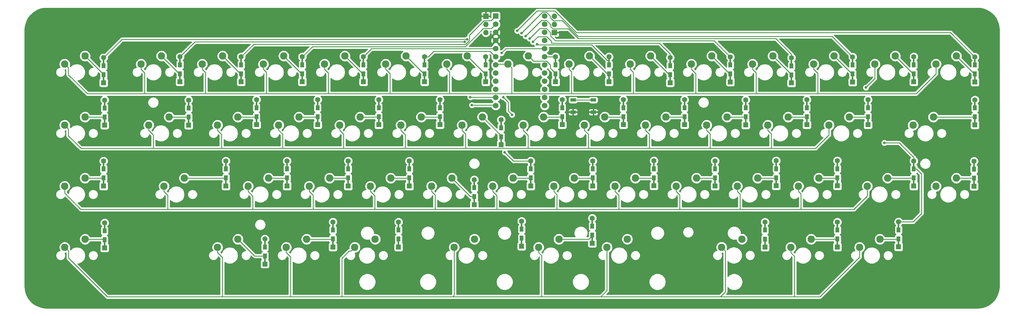
<source format=gbl>
G04 #@! TF.GenerationSoftware,KiCad,Pcbnew,(5.1.2)-1*
G04 #@! TF.CreationDate,2020-06-05T12:57:31-05:00*
G04 #@! TF.ProjectId,NightmarePCB fixed NKRO,4e696768-746d-4617-9265-504342206669,rev?*
G04 #@! TF.SameCoordinates,Original*
G04 #@! TF.FileFunction,Copper,L2,Bot*
G04 #@! TF.FilePolarity,Positive*
%FSLAX46Y46*%
G04 Gerber Fmt 4.6, Leading zero omitted, Abs format (unit mm)*
G04 Created by KiCad (PCBNEW (5.1.2)-1) date 2020-06-05 12:57:31*
%MOMM*%
%LPD*%
G04 APERTURE LIST*
%ADD10R,1.700000X1.700000*%
%ADD11O,1.700000X1.700000*%
%ADD12R,1.700000X1.000000*%
%ADD13C,2.286000*%
%ADD14C,1.752600*%
%ADD15R,1.752600X1.752600*%
%ADD16R,0.500000X2.500000*%
%ADD17R,1.600000X1.600000*%
%ADD18C,1.600000*%
%ADD19R,1.200000X1.600000*%
%ADD20C,0.800000*%
%ADD21C,0.250000*%
%ADD22C,0.254000*%
G04 APERTURE END LIST*
D10*
X335732120Y-98356420D03*
D11*
X335732120Y-95816420D03*
X335732120Y-93276420D03*
D10*
X314360560Y-93261180D03*
D11*
X314360560Y-95801180D03*
X314360560Y-98341180D03*
D12*
X341520380Y-123177380D03*
X347820380Y-123177380D03*
X341520380Y-119377380D03*
X347820380Y-119377380D03*
D13*
X387781800Y-165303200D03*
X394131800Y-162763200D03*
X352069400Y-165328600D03*
X358419400Y-162788600D03*
X304444400Y-165328600D03*
X310794400Y-162788600D03*
X273507200Y-165328600D03*
X279857200Y-162788600D03*
D14*
X332638400Y-93248480D03*
X317398400Y-121188480D03*
X332638400Y-95788480D03*
X332638400Y-98328480D03*
X332638400Y-100868480D03*
X332638400Y-103408480D03*
X332638400Y-105948480D03*
X332638400Y-108488480D03*
X332638400Y-111028480D03*
X332638400Y-113568480D03*
X332638400Y-116108480D03*
X332638400Y-118648480D03*
X332638400Y-121188480D03*
X317398400Y-118648480D03*
X317398400Y-116108480D03*
X317398400Y-113568480D03*
X317398400Y-111028480D03*
X317398400Y-108488480D03*
X317398400Y-105948480D03*
X317398400Y-103408480D03*
X317398400Y-100868480D03*
X317398400Y-98328480D03*
X317398400Y-95788480D03*
D15*
X317398400Y-93248480D03*
D13*
X447436496Y-127238016D03*
X453786496Y-124698016D03*
X421242768Y-127238016D03*
X427592768Y-124698016D03*
D16*
X195262336Y-112802248D03*
X195262336Y-107402248D03*
D17*
X195262336Y-114002248D03*
D18*
X195262336Y-106202248D03*
D19*
X195262336Y-108702248D03*
X195262336Y-111502248D03*
D16*
X219074816Y-112504592D03*
X219074816Y-107104592D03*
D17*
X219074816Y-113704592D03*
D18*
X219074816Y-105904592D03*
D19*
X219074816Y-108404592D03*
X219074816Y-111204592D03*
D16*
X238124800Y-112504592D03*
X238124800Y-107104592D03*
D17*
X238124800Y-113704592D03*
D18*
X238124800Y-105904592D03*
D19*
X238124800Y-108404592D03*
X238124800Y-111204592D03*
D16*
X257174784Y-112504592D03*
X257174784Y-107104592D03*
D17*
X257174784Y-113704592D03*
D18*
X257174784Y-105904592D03*
D19*
X257174784Y-108404592D03*
X257174784Y-111204592D03*
D16*
X276224768Y-112504592D03*
X276224768Y-107104592D03*
D17*
X276224768Y-113704592D03*
D18*
X276224768Y-105904592D03*
D19*
X276224768Y-108404592D03*
X276224768Y-111204592D03*
X295274752Y-111204592D03*
X295274752Y-108404592D03*
D18*
X295274752Y-105904592D03*
D17*
X295274752Y-113704592D03*
D16*
X295274752Y-107104592D03*
X295274752Y-112504592D03*
X314324736Y-112535064D03*
X314324736Y-107135064D03*
D17*
X314324736Y-113735064D03*
D18*
X314324736Y-105935064D03*
D19*
X314324736Y-108435064D03*
X314324736Y-111235064D03*
D16*
X336053624Y-112535064D03*
X336053624Y-107135064D03*
D17*
X336053624Y-113735064D03*
D18*
X336053624Y-105935064D03*
D19*
X336053624Y-108435064D03*
X336053624Y-111235064D03*
X352722360Y-111204592D03*
X352722360Y-108404592D03*
D18*
X352722360Y-105904592D03*
D17*
X352722360Y-113704592D03*
D16*
X352722360Y-107104592D03*
X352722360Y-112504592D03*
D19*
X371772344Y-111502248D03*
X371772344Y-108702248D03*
D18*
X371772344Y-106202248D03*
D17*
X371772344Y-114002248D03*
D16*
X371772344Y-107402248D03*
X371772344Y-112802248D03*
X390524672Y-112565536D03*
X390524672Y-107165536D03*
D17*
X390524672Y-113765536D03*
D18*
X390524672Y-105965536D03*
D19*
X390524672Y-108465536D03*
X390524672Y-111265536D03*
X409574656Y-111563192D03*
X409574656Y-108763192D03*
D18*
X409574656Y-106263192D03*
D17*
X409574656Y-114063192D03*
D16*
X409574656Y-107463192D03*
X409574656Y-112863192D03*
X428624640Y-112565536D03*
X428624640Y-107165536D03*
D17*
X428624640Y-113765536D03*
D18*
X428624640Y-105965536D03*
D19*
X428624640Y-108465536D03*
X428624640Y-111265536D03*
D16*
X466724608Y-112565536D03*
X466724608Y-107165536D03*
D17*
X466724608Y-113765536D03*
D18*
X466724608Y-105965536D03*
D19*
X466724608Y-108465536D03*
X466724608Y-111265536D03*
D16*
X195559992Y-126017864D03*
X195559992Y-120617864D03*
D17*
X195559992Y-127217864D03*
D18*
X195559992Y-119417864D03*
D19*
X195559992Y-121917864D03*
X195559992Y-124717864D03*
X221753720Y-124717864D03*
X221753720Y-121917864D03*
D18*
X221753720Y-119417864D03*
D17*
X221753720Y-127217864D03*
D16*
X221753720Y-120617864D03*
X221753720Y-126017864D03*
X242887296Y-125899112D03*
X242887296Y-120499112D03*
D17*
X242887296Y-127099112D03*
D18*
X242887296Y-119299112D03*
D19*
X242887296Y-121799112D03*
X242887296Y-124599112D03*
X261937280Y-124599112D03*
X261937280Y-121799112D03*
D18*
X261937280Y-119299112D03*
D17*
X261937280Y-127099112D03*
D16*
X261937280Y-120499112D03*
X261937280Y-125899112D03*
X280987264Y-125899112D03*
X280987264Y-120499112D03*
D17*
X280987264Y-127099112D03*
D18*
X280987264Y-119299112D03*
D19*
X280987264Y-121799112D03*
X280987264Y-124599112D03*
D16*
X300037248Y-125899112D03*
X300037248Y-120499112D03*
D17*
X300037248Y-127099112D03*
D18*
X300037248Y-119299112D03*
D19*
X300037248Y-121799112D03*
X300037248Y-124599112D03*
X319087232Y-130849888D03*
X319087232Y-128049888D03*
D18*
X319087232Y-125549888D03*
D17*
X319087232Y-133349888D03*
D16*
X319087232Y-126749888D03*
X319087232Y-132149888D03*
D19*
X338137216Y-124599112D03*
X338137216Y-121799112D03*
D18*
X338137216Y-119299112D03*
D17*
X338137216Y-127099112D03*
D16*
X338137216Y-120499112D03*
X338137216Y-125899112D03*
D19*
X357187200Y-124599112D03*
X357187200Y-121799112D03*
D18*
X357187200Y-119299112D03*
D17*
X357187200Y-127099112D03*
D16*
X357187200Y-120499112D03*
X357187200Y-125899112D03*
D19*
X376237184Y-124599112D03*
X376237184Y-121799112D03*
D18*
X376237184Y-119299112D03*
D17*
X376237184Y-127099112D03*
D16*
X376237184Y-120499112D03*
X376237184Y-125899112D03*
X395287168Y-125960056D03*
X395287168Y-120560056D03*
D17*
X395287168Y-127160056D03*
D18*
X395287168Y-119360056D03*
D19*
X395287168Y-121860056D03*
X395287168Y-124660056D03*
D16*
X414337152Y-125899112D03*
X414337152Y-120499112D03*
D17*
X414337152Y-127099112D03*
D18*
X414337152Y-119299112D03*
D19*
X414337152Y-121799112D03*
X414337152Y-124599112D03*
D16*
X433387136Y-125899112D03*
X433387136Y-120499112D03*
D17*
X433387136Y-127099112D03*
D18*
X433387136Y-119299112D03*
D19*
X433387136Y-121799112D03*
X433387136Y-124599112D03*
X447674624Y-111204592D03*
X447674624Y-108404592D03*
D18*
X447674624Y-105904592D03*
D17*
X447674624Y-113704592D03*
D16*
X447674624Y-107104592D03*
X447674624Y-112504592D03*
D19*
X195262336Y-143710040D03*
X195262336Y-140910040D03*
D18*
X195262336Y-138410040D03*
D17*
X195262336Y-146210040D03*
D16*
X195262336Y-139610040D03*
X195262336Y-145010040D03*
X233362304Y-145010040D03*
X233362304Y-139610040D03*
D17*
X233362304Y-146210040D03*
D18*
X233362304Y-138410040D03*
D19*
X233362304Y-140910040D03*
X233362304Y-143710040D03*
X252412288Y-143710040D03*
X252412288Y-140910040D03*
D18*
X252412288Y-138410040D03*
D17*
X252412288Y-146210040D03*
D16*
X252412288Y-139610040D03*
X252412288Y-145010040D03*
X271462272Y-145010040D03*
X271462272Y-139610040D03*
D17*
X271462272Y-146210040D03*
D18*
X271462272Y-138410040D03*
D19*
X271462272Y-140910040D03*
X271462272Y-143710040D03*
X290512256Y-143710040D03*
X290512256Y-140910040D03*
D18*
X290512256Y-138410040D03*
D17*
X290512256Y-146210040D03*
D16*
X290512256Y-139610040D03*
X290512256Y-145010040D03*
X310750000Y-150850000D03*
X310750000Y-145450000D03*
D17*
X310750000Y-152050000D03*
D18*
X310750000Y-144250000D03*
D19*
X310750000Y-146750000D03*
X310750000Y-149550000D03*
X328314568Y-143710040D03*
X328314568Y-140910040D03*
D18*
X328314568Y-138410040D03*
D17*
X328314568Y-146210040D03*
D16*
X328314568Y-139610040D03*
X328314568Y-145010040D03*
X347662208Y-145010040D03*
X347662208Y-139610040D03*
D17*
X347662208Y-146210040D03*
D18*
X347662208Y-138410040D03*
D19*
X347662208Y-140910040D03*
X347662208Y-143710040D03*
X366712192Y-143649096D03*
X366712192Y-140849096D03*
D18*
X366712192Y-138349096D03*
D17*
X366712192Y-146149096D03*
D16*
X366712192Y-139549096D03*
X366712192Y-144949096D03*
D19*
X385762176Y-143710040D03*
X385762176Y-140910040D03*
D18*
X385762176Y-138410040D03*
D17*
X385762176Y-146210040D03*
D16*
X385762176Y-139610040D03*
X385762176Y-145010040D03*
X404812160Y-144949096D03*
X404812160Y-139549096D03*
D17*
X404812160Y-146149096D03*
D18*
X404812160Y-138349096D03*
D19*
X404812160Y-140849096D03*
X404812160Y-143649096D03*
X423862144Y-143649096D03*
X423862144Y-140849096D03*
D18*
X423862144Y-138349096D03*
D17*
X423862144Y-146149096D03*
D16*
X423862144Y-139549096D03*
X423862144Y-144949096D03*
X447674624Y-145010040D03*
X447674624Y-139610040D03*
D17*
X447674624Y-146210040D03*
D18*
X447674624Y-138410040D03*
D19*
X447674624Y-140910040D03*
X447674624Y-143710040D03*
X466724608Y-124660056D03*
X466724608Y-121860056D03*
D18*
X466724608Y-119360056D03*
D17*
X466724608Y-127160056D03*
D16*
X466724608Y-120560056D03*
X466724608Y-125960056D03*
X245500000Y-169350000D03*
X245500000Y-163950000D03*
D17*
X245500000Y-170550000D03*
D18*
X245500000Y-162750000D03*
D19*
X245500000Y-165250000D03*
X245500000Y-168050000D03*
X266699776Y-162729552D03*
X266699776Y-159929552D03*
D18*
X266699776Y-157429552D03*
D17*
X266699776Y-165229552D03*
D16*
X266699776Y-158629552D03*
X266699776Y-164029552D03*
X347500000Y-162850000D03*
X347500000Y-157450000D03*
D17*
X347500000Y-164050000D03*
D18*
X347500000Y-156250000D03*
D19*
X347500000Y-158750000D03*
X347500000Y-161550000D03*
X423862144Y-162760024D03*
X423862144Y-159960024D03*
D18*
X423862144Y-157460024D03*
D17*
X423862144Y-165260024D03*
D16*
X423862144Y-158660024D03*
X423862144Y-164060024D03*
X442912128Y-163999080D03*
X442912128Y-158599080D03*
D17*
X442912128Y-165199080D03*
D18*
X442912128Y-157399080D03*
D19*
X442912128Y-159899080D03*
X442912128Y-162699080D03*
X466426952Y-143767848D03*
X466426952Y-140967848D03*
D18*
X466426952Y-138467848D03*
D17*
X466426952Y-146267848D03*
D16*
X466426952Y-139667848D03*
X466426952Y-145067848D03*
X195559992Y-164296736D03*
X195559992Y-158896736D03*
D17*
X195559992Y-165496736D03*
D18*
X195559992Y-157696736D03*
D19*
X195559992Y-160196736D03*
X195559992Y-162996736D03*
D13*
X189468125Y-105648125D03*
X183118125Y-108188125D03*
X213280448Y-105648032D03*
X206930448Y-108188032D03*
X232330432Y-105648032D03*
X225980432Y-108188032D03*
X251380416Y-105648032D03*
X245030416Y-108188032D03*
X270430400Y-105648032D03*
X264080400Y-108188032D03*
X283130384Y-108188032D03*
X289480384Y-105648032D03*
X302180368Y-108188032D03*
X308530368Y-105648032D03*
X327580352Y-105648032D03*
X321230352Y-108188032D03*
X340280336Y-108188032D03*
X346630336Y-105648032D03*
X365680320Y-105648032D03*
X359330320Y-108188032D03*
X378380304Y-108188032D03*
X384730304Y-105648032D03*
X403780288Y-105648032D03*
X397430288Y-108188032D03*
X416480272Y-108188032D03*
X422830272Y-105648032D03*
X454580240Y-108188032D03*
X460930240Y-105648032D03*
X183117968Y-127238016D03*
X189467968Y-124698016D03*
X215661696Y-124698016D03*
X209311696Y-127238016D03*
X230742928Y-127238016D03*
X237092928Y-124698016D03*
X256142912Y-124698016D03*
X249792912Y-127238016D03*
X275192896Y-124698016D03*
X268842896Y-127238016D03*
X294242880Y-124698016D03*
X287892880Y-127238016D03*
X306942864Y-127238016D03*
X313292864Y-124698016D03*
X332342848Y-124698016D03*
X325992848Y-127238016D03*
X345042832Y-127238016D03*
X351392832Y-124698016D03*
X364092816Y-127238016D03*
X370442816Y-124698016D03*
X389492800Y-124698016D03*
X383142800Y-127238016D03*
X402192784Y-127238016D03*
X408542784Y-124698016D03*
X441880256Y-105648032D03*
X435530256Y-108188032D03*
X189467968Y-143748000D03*
X183117968Y-146288000D03*
X214074192Y-146288000D03*
X220424192Y-143748000D03*
X246617920Y-143748000D03*
X240267920Y-146288000D03*
X259317904Y-146288000D03*
X265667904Y-143748000D03*
X278367888Y-146288000D03*
X284717888Y-143748000D03*
X297417872Y-146288000D03*
X303767872Y-143748000D03*
X316467856Y-146288000D03*
X322817856Y-143748000D03*
X341867840Y-143748000D03*
X335517840Y-146288000D03*
X360917824Y-143748000D03*
X354567824Y-146288000D03*
X373617808Y-146288000D03*
X379967808Y-143748000D03*
X399017792Y-143748000D03*
X392667792Y-146288000D03*
X411717776Y-146288000D03*
X418067776Y-143748000D03*
X433149008Y-146288000D03*
X439499008Y-143748000D03*
X230742928Y-165337984D03*
X237092928Y-162797984D03*
X252154312Y-165337984D03*
X258504312Y-162797984D03*
X337105344Y-162797984D03*
X330755344Y-165337984D03*
X415686528Y-162797984D03*
X409336528Y-165337984D03*
X430767760Y-165337984D03*
X437117760Y-162797984D03*
X460930240Y-143748000D03*
X454580240Y-146288000D03*
X183137816Y-165337984D03*
X189487816Y-162797984D03*
D16*
X287147000Y-158640800D03*
D19*
X287147000Y-159940800D03*
X287147000Y-162740800D03*
D16*
X287147000Y-164040800D03*
D18*
X287147000Y-157440800D03*
D17*
X287147000Y-165240800D03*
X325501000Y-164986800D03*
D18*
X325501000Y-157186800D03*
D16*
X325501000Y-163786800D03*
D19*
X325501000Y-162486800D03*
X325501000Y-159686800D03*
D16*
X325501000Y-158386800D03*
X401294600Y-158666200D03*
D19*
X401294600Y-159966200D03*
X401294600Y-162766200D03*
D16*
X401294600Y-164066200D03*
D18*
X401294600Y-157466200D03*
D17*
X401294600Y-165266200D03*
D20*
X308500000Y-100500000D03*
X309500000Y-118500000D03*
X307750000Y-101250000D03*
X310000000Y-121000000D03*
X319250000Y-104750000D03*
X320250000Y-135750000D03*
X330250000Y-102000000D03*
X329000000Y-101250000D03*
X328000000Y-100250000D03*
X326750000Y-99500000D03*
X325500000Y-98500000D03*
X438500000Y-132750000D03*
X324104000Y-97802700D03*
X432750000Y-115500000D03*
X322500000Y-124000000D03*
X319750000Y-118500000D03*
X323629020Y-94536260D03*
X324464680Y-101625400D03*
X456090020Y-105100120D03*
X319102740Y-123101100D03*
X323032120Y-120769380D03*
X314007500Y-115796060D03*
X322879720Y-106105960D03*
X347820380Y-119377380D03*
D21*
X195262336Y-111442336D02*
X195262336Y-111502248D01*
X189468125Y-105648125D02*
X195262336Y-111442336D01*
X195262336Y-106202248D02*
X200964584Y-100500000D01*
X200964584Y-100500000D02*
X308500000Y-100500000D01*
X317249920Y-118500000D02*
X317398400Y-118648480D01*
X309500000Y-118500000D02*
X317249920Y-118500000D01*
X195540144Y-124698016D02*
X195559992Y-124717864D01*
X189467968Y-124698016D02*
X195540144Y-124698016D01*
X195224376Y-143748000D02*
X195262336Y-143710040D01*
X189467968Y-143748000D02*
X195224376Y-143748000D01*
X219074816Y-105904592D02*
X223729408Y-101250000D01*
X223729408Y-101250000D02*
X307750000Y-101250000D01*
X317438520Y-121000000D02*
X317627000Y-121188480D01*
X310000000Y-121000000D02*
X317438520Y-121000000D01*
X218837008Y-111204592D02*
X219074816Y-111204592D01*
X213280448Y-105648032D02*
X218837008Y-111204592D01*
X221733872Y-124698016D02*
X221753720Y-124717864D01*
X215661696Y-124698016D02*
X221733872Y-124698016D01*
X233324344Y-143748000D02*
X233362304Y-143710040D01*
X220424192Y-143748000D02*
X233324344Y-143748000D01*
X237886992Y-111204592D02*
X238124800Y-111204592D01*
X232330432Y-105648032D02*
X237886992Y-111204592D01*
X238124800Y-105904592D02*
X242029392Y-102000000D01*
X242788392Y-124698016D02*
X242887296Y-124599112D01*
X237092928Y-124698016D02*
X242788392Y-124698016D01*
X252374328Y-143748000D02*
X252412288Y-143710040D01*
X246617920Y-143748000D02*
X252374328Y-143748000D01*
X309225001Y-100817259D02*
X308042260Y-102000000D01*
X309225001Y-99197737D02*
X309225001Y-100817259D01*
X313796559Y-94626179D02*
X309225001Y-99197737D01*
X316020701Y-94626179D02*
X313796559Y-94626179D01*
X317398400Y-93248480D02*
X316020701Y-94626179D01*
X242029392Y-102000000D02*
X308042260Y-102000000D01*
X256936976Y-111204592D02*
X257174784Y-111204592D01*
X251380416Y-105648032D02*
X256936976Y-111204592D01*
X261838376Y-124698016D02*
X261937280Y-124599112D01*
X256142912Y-124698016D02*
X261838376Y-124698016D01*
X260329376Y-102750000D02*
X257174784Y-105904592D01*
X307928670Y-102750000D02*
X260329376Y-102750000D01*
X313549070Y-97129600D02*
X307928670Y-102750000D01*
X316057280Y-97129600D02*
X313549070Y-97129600D01*
X317398400Y-95788480D02*
X316057280Y-97129600D01*
X275986960Y-111204592D02*
X276224768Y-111204592D01*
X270430400Y-105648032D02*
X275986960Y-111204592D01*
X278720880Y-103408480D02*
X317398400Y-103408480D01*
X276224768Y-105904592D02*
X278720880Y-103408480D01*
X280888360Y-124698016D02*
X280987264Y-124599112D01*
X275192896Y-124698016D02*
X280888360Y-124698016D01*
X290474296Y-143748000D02*
X290512256Y-143710040D01*
X284717888Y-143748000D02*
X290474296Y-143748000D01*
X316522101Y-105072181D02*
X317398400Y-105948480D01*
X315629951Y-104180031D02*
X316522101Y-105072181D01*
X298130683Y-104180031D02*
X315629951Y-104180031D01*
X296406122Y-105904592D02*
X298130683Y-104180031D01*
X295274752Y-105904592D02*
X296406122Y-105904592D01*
X295036944Y-111204592D02*
X295274752Y-111204592D01*
X289480384Y-105648032D02*
X295036944Y-111204592D01*
X299938344Y-124698016D02*
X300037248Y-124599112D01*
X294242880Y-124698016D02*
X299938344Y-124698016D01*
X309569872Y-149550000D02*
X310750000Y-149550000D01*
X303767872Y-143748000D02*
X309569872Y-149550000D01*
X314117400Y-111235064D02*
X314324736Y-111235064D01*
X308530368Y-105648032D02*
X314117400Y-111235064D01*
X320591520Y-103408480D02*
X332638400Y-103408480D01*
X319250000Y-104750000D02*
X320591520Y-103408480D01*
X322910040Y-138410040D02*
X328314568Y-138410040D01*
X320250000Y-135750000D02*
X322910040Y-138410040D01*
X319087232Y-130492384D02*
X319087232Y-130849888D01*
X313292864Y-124698016D02*
X319087232Y-130492384D01*
X332651816Y-105935064D02*
X332638400Y-105948480D01*
X336053624Y-105935064D02*
X332651816Y-105935064D01*
X336053624Y-111035064D02*
X336053624Y-111235064D01*
X335128623Y-110110063D02*
X336053624Y-111035064D01*
X329219499Y-107287179D02*
X333215025Y-107287179D01*
X327580352Y-105648032D02*
X329219499Y-107287179D01*
X338038312Y-124698016D02*
X338137216Y-124599112D01*
X332342848Y-124698016D02*
X338038312Y-124698016D01*
X347624248Y-143748000D02*
X347662208Y-143710040D01*
X341867840Y-143748000D02*
X347624248Y-143748000D01*
X335128623Y-110110063D02*
X335121043Y-110110063D01*
X334403663Y-109392683D02*
X334403663Y-108475817D01*
X335121043Y-110110063D02*
X334403663Y-109392683D01*
X333215025Y-107287179D02*
X334403663Y-108475817D01*
X352186896Y-111204592D02*
X352722360Y-111204592D01*
X346630336Y-105648032D02*
X352186896Y-111204592D01*
X330457179Y-102207179D02*
X330250000Y-102000000D01*
X347324947Y-102207179D02*
X330457179Y-102207179D01*
X352722360Y-107104592D02*
X352222360Y-107104592D01*
X352222360Y-107104592D02*
X347324947Y-102207179D01*
X357088296Y-124698016D02*
X357187200Y-124599112D01*
X351392832Y-124698016D02*
X357088296Y-124698016D01*
X330582821Y-99667179D02*
X329000000Y-101250000D01*
X371772344Y-105070878D02*
X368364966Y-101663500D01*
X371772344Y-106202248D02*
X371772344Y-105070878D01*
X368364966Y-101663500D02*
X334759300Y-101663500D01*
X333334479Y-99667179D02*
X330582821Y-99667179D01*
X334759300Y-101092000D02*
X333334479Y-99667179D01*
X334759300Y-101663500D02*
X334759300Y-101092000D01*
X371534536Y-111502248D02*
X371772344Y-111502248D01*
X365680320Y-105648032D02*
X371534536Y-111502248D01*
X376138280Y-124698016D02*
X376237184Y-124599112D01*
X370442816Y-124698016D02*
X376138280Y-124698016D01*
X385724216Y-143748000D02*
X385762176Y-143710040D01*
X379967808Y-143748000D02*
X385724216Y-143748000D01*
X390347808Y-111265536D02*
X390524672Y-111265536D01*
X384730304Y-105648032D02*
X390347808Y-111265536D01*
X395249208Y-124698016D02*
X395287168Y-124660056D01*
X389492800Y-124698016D02*
X395249208Y-124698016D01*
X336004898Y-100914200D02*
X385473336Y-100914200D01*
X334557119Y-99466421D02*
X336004898Y-100914200D01*
X334557119Y-98469273D02*
X334557119Y-99466421D01*
X333215025Y-97127179D02*
X334557119Y-98469273D01*
X385473336Y-100914200D02*
X390524672Y-105965536D01*
X331122821Y-97127179D02*
X333215025Y-97127179D01*
X328000000Y-100250000D02*
X331122821Y-97127179D01*
X409574656Y-111442400D02*
X409574656Y-111563192D01*
X403780288Y-105648032D02*
X409574656Y-111442400D01*
X414238248Y-124698016D02*
X414337152Y-124599112D01*
X408542784Y-124698016D02*
X414238248Y-124698016D01*
X423763240Y-143748000D02*
X423862144Y-143649096D01*
X418067776Y-143748000D02*
X423763240Y-143748000D01*
X409574656Y-105131822D02*
X409574656Y-106263192D01*
X343188382Y-100266500D02*
X404709334Y-100266500D01*
X335265779Y-97181419D02*
X340103301Y-97181419D01*
X334557119Y-96472759D02*
X335265779Y-97181419D01*
X334557119Y-95929273D02*
X334557119Y-96472759D01*
X333215025Y-94587179D02*
X334557119Y-95929273D01*
X404709334Y-100266500D02*
X409574656Y-105131822D01*
X331662821Y-94587179D02*
X333215025Y-94587179D01*
X340103301Y-97181419D02*
X343188382Y-100266500D01*
X326750000Y-99500000D02*
X331662821Y-94587179D01*
X428447776Y-111265536D02*
X428624640Y-111265536D01*
X422830272Y-105648032D02*
X428447776Y-111265536D01*
X433288232Y-124698016D02*
X433387136Y-124599112D01*
X427592768Y-124698016D02*
X433288232Y-124698016D01*
X447636664Y-143748000D02*
X447674624Y-143710040D01*
X439499008Y-143748000D02*
X447636664Y-143748000D01*
X443000000Y-157311208D02*
X442912128Y-157399080D01*
X439065685Y-132750000D02*
X438500000Y-132750000D01*
X443145954Y-132750000D02*
X439065685Y-132750000D01*
X447674624Y-137278670D02*
X443145954Y-132750000D01*
X447674624Y-138410040D02*
X447674624Y-137278670D01*
X448524624Y-140910040D02*
X450126100Y-142511516D01*
X447674624Y-140910040D02*
X448524624Y-140910040D01*
X450126100Y-142511516D02*
X450126100Y-154752040D01*
X447479060Y-157399080D02*
X442912128Y-157399080D01*
X450126100Y-154752040D02*
X447479060Y-157399080D01*
X422201704Y-99542600D02*
X428624640Y-105965536D01*
X343100892Y-99542600D02*
X422201704Y-99542600D01*
X338199711Y-94641419D02*
X343100892Y-99542600D01*
X335358117Y-94641419D02*
X338199711Y-94641419D01*
X334557119Y-93840421D02*
X335358117Y-94641419D01*
X334557119Y-93389273D02*
X334557119Y-93840421D01*
X333215025Y-92047179D02*
X334557119Y-93389273D01*
X331952821Y-92047179D02*
X333215025Y-92047179D01*
X325500000Y-98500000D02*
X331952821Y-92047179D01*
X466547744Y-111265536D02*
X466724608Y-111265536D01*
X460930240Y-105648032D02*
X466547744Y-111265536D01*
X447931184Y-105648032D02*
X447674624Y-105904592D01*
X447674624Y-108404592D02*
X447674624Y-107104592D01*
X447436816Y-111204592D02*
X447674624Y-111204592D01*
X441880256Y-105648032D02*
X447436816Y-111204592D01*
X447674624Y-111204592D02*
X447674624Y-113704592D01*
X466686648Y-124698016D02*
X466724608Y-124660056D01*
X453786496Y-124698016D02*
X466686648Y-124698016D01*
X459120572Y-98361500D02*
X466724608Y-105965536D01*
X342556202Y-98361500D02*
X459120572Y-98361500D01*
X335791871Y-91597169D02*
X342556202Y-98361500D01*
X330309531Y-91597169D02*
X335791871Y-91597169D01*
X324104000Y-97802700D02*
X330309531Y-91597169D01*
X271424312Y-143748000D02*
X271462272Y-143710040D01*
X265667904Y-143748000D02*
X271424312Y-143748000D01*
X328276608Y-143748000D02*
X328314568Y-143710040D01*
X322817856Y-143748000D02*
X328276608Y-143748000D01*
X366613288Y-143748000D02*
X366712192Y-143649096D01*
X360917824Y-143748000D02*
X366613288Y-143748000D01*
X404713256Y-143748000D02*
X404812160Y-143649096D01*
X399017792Y-143748000D02*
X404713256Y-143748000D01*
X242344944Y-168050000D02*
X245500000Y-168050000D01*
X237092928Y-162797984D02*
X242344944Y-168050000D01*
X266631344Y-162797984D02*
X266699776Y-162729552D01*
X258504312Y-162797984D02*
X266631344Y-162797984D01*
X347500000Y-161750000D02*
X347500000Y-161550000D01*
X346452016Y-162797984D02*
X347500000Y-161750000D01*
X337105344Y-162797984D02*
X346452016Y-162797984D01*
X423824184Y-162797984D02*
X423862144Y-162760024D01*
X415686528Y-162797984D02*
X423824184Y-162797984D01*
X442813224Y-162797984D02*
X442912128Y-162699080D01*
X437117760Y-162797984D02*
X442813224Y-162797984D01*
X466407104Y-143748000D02*
X466426952Y-143767848D01*
X460930240Y-143748000D02*
X466407104Y-143748000D01*
X195361240Y-162797984D02*
X195559992Y-162996736D01*
X189487816Y-162797984D02*
X195361240Y-162797984D01*
X454580240Y-109804478D02*
X454580240Y-108188032D01*
X183118125Y-108188125D02*
X184261124Y-109331124D01*
X184261124Y-109331124D02*
X184261124Y-111493098D01*
X184261124Y-111493098D02*
X190215205Y-117447179D01*
X448404095Y-117447179D02*
X454580240Y-111271034D01*
X454580240Y-111271034D02*
X454580240Y-109804478D01*
X208000000Y-110874030D02*
X208000000Y-117447179D01*
X206930448Y-109804478D02*
X208000000Y-110874030D01*
X206930448Y-108188032D02*
X206930448Y-109804478D01*
X190215205Y-117447179D02*
X208000000Y-117447179D01*
X208000000Y-117447179D02*
X226000000Y-117447179D01*
X265250000Y-110974078D02*
X265250000Y-117447179D01*
X264080400Y-109804478D02*
X265250000Y-110974078D01*
X264080400Y-108188032D02*
X264080400Y-109804478D01*
X284500000Y-111174094D02*
X284500000Y-117447179D01*
X283130384Y-109804478D02*
X284500000Y-111174094D01*
X283130384Y-108188032D02*
X283130384Y-109804478D01*
X265250000Y-117447179D02*
X284500000Y-117447179D01*
X226000000Y-117447179D02*
X226750000Y-117447179D01*
X246000000Y-110774062D02*
X246000000Y-117447179D01*
X245030416Y-109804478D02*
X246000000Y-110774062D01*
X245030416Y-108188032D02*
X245030416Y-109804478D01*
X245250000Y-117447179D02*
X246000000Y-117447179D01*
X246000000Y-117447179D02*
X265250000Y-117447179D01*
X227000000Y-110824046D02*
X227000000Y-117447179D01*
X225980432Y-109804478D02*
X227000000Y-110824046D01*
X225980432Y-108188032D02*
X225980432Y-109804478D01*
X226750000Y-117447179D02*
X227000000Y-117447179D01*
X227000000Y-117447179D02*
X245250000Y-117447179D01*
X303000000Y-110624110D02*
X303000000Y-117447179D01*
X302180368Y-109804478D02*
X303000000Y-110624110D01*
X302180368Y-108188032D02*
X302180368Y-109804478D01*
X284500000Y-117447179D02*
X303000000Y-117447179D01*
X322373351Y-117323828D02*
X322250000Y-117447179D01*
X322373351Y-109331031D02*
X322373351Y-117323828D01*
X321230352Y-108188032D02*
X322373351Y-109331031D01*
X303000000Y-117447179D02*
X322250000Y-117447179D01*
X317698848Y-108188032D02*
X317398400Y-108488480D01*
X321230352Y-108188032D02*
X317698848Y-108188032D01*
X341000000Y-110524142D02*
X341000000Y-117447179D01*
X340280336Y-109804478D02*
X341000000Y-110524142D01*
X340280336Y-108188032D02*
X340280336Y-109804478D01*
X322250000Y-117447179D02*
X341000000Y-117447179D01*
X360250000Y-110724158D02*
X360250000Y-117447179D01*
X359330320Y-109804478D02*
X360250000Y-110724158D01*
X359330320Y-108188032D02*
X359330320Y-109804478D01*
X341000000Y-117447179D02*
X360250000Y-117447179D01*
X379750000Y-111174174D02*
X379750000Y-117447179D01*
X378380304Y-109804478D02*
X379750000Y-111174174D01*
X378380304Y-108188032D02*
X378380304Y-109804478D01*
X360250000Y-117447179D02*
X379750000Y-117447179D01*
X398500000Y-110874190D02*
X398500000Y-117447179D01*
X397430288Y-109804478D02*
X398500000Y-110874190D01*
X397430288Y-108188032D02*
X397430288Y-109804478D01*
X379750000Y-117447179D02*
X398500000Y-117447179D01*
X417750000Y-111074206D02*
X417750000Y-117447179D01*
X416480272Y-109804478D02*
X417750000Y-111074206D01*
X416480272Y-108188032D02*
X416480272Y-109804478D01*
X398500000Y-117447179D02*
X417750000Y-117447179D01*
X417750000Y-117447179D02*
X448404095Y-117447179D01*
X421242768Y-128854462D02*
X421242768Y-127238016D01*
X421242768Y-130321018D02*
X421242768Y-128854462D01*
X417088897Y-134474889D02*
X421242768Y-130321018D01*
X184260967Y-130542989D02*
X188192867Y-134474889D01*
X184260967Y-128381015D02*
X184260967Y-130542989D01*
X183117968Y-127238016D02*
X184260967Y-128381015D01*
X435530256Y-108188032D02*
X435530256Y-112719744D01*
X435530256Y-112719744D02*
X432750000Y-115500000D01*
X210750000Y-130292766D02*
X210750000Y-134474889D01*
X209311696Y-128854462D02*
X210750000Y-130292766D01*
X209311696Y-127238016D02*
X209311696Y-128854462D01*
X188192867Y-134474889D02*
X210750000Y-134474889D01*
X232000000Y-130111534D02*
X232000000Y-134474889D01*
X230742928Y-128854462D02*
X232000000Y-130111534D01*
X230742928Y-127238016D02*
X230742928Y-128854462D01*
X210750000Y-134474889D02*
X232000000Y-134474889D01*
X251000000Y-130061550D02*
X251000000Y-134474889D01*
X249792912Y-128854462D02*
X251000000Y-130061550D01*
X249792912Y-127238016D02*
X249792912Y-128854462D01*
X232000000Y-134474889D02*
X251000000Y-134474889D01*
X289250000Y-130211582D02*
X289250000Y-134474889D01*
X287892880Y-128854462D02*
X289250000Y-130211582D01*
X287892880Y-127238016D02*
X287892880Y-128854462D01*
X308000000Y-129911598D02*
X308000000Y-134474889D01*
X306942864Y-128854462D02*
X308000000Y-129911598D01*
X306942864Y-127238016D02*
X306942864Y-128854462D01*
X289250000Y-134474889D02*
X308000000Y-134474889D01*
X327500000Y-130361614D02*
X327500000Y-134474889D01*
X325992848Y-128854462D02*
X327500000Y-130361614D01*
X325992848Y-127238016D02*
X325992848Y-128854462D01*
X308000000Y-134474889D02*
X327500000Y-134474889D01*
X346250000Y-130061630D02*
X346250000Y-134474889D01*
X345042832Y-128854462D02*
X346250000Y-130061630D01*
X345042832Y-127238016D02*
X345042832Y-128854462D01*
X327500000Y-134474889D02*
X346250000Y-134474889D01*
X365250000Y-130011646D02*
X365250000Y-134474889D01*
X364092816Y-128854462D02*
X365250000Y-130011646D01*
X364092816Y-127238016D02*
X364092816Y-128854462D01*
X346250000Y-134474889D02*
X365250000Y-134474889D01*
X384250000Y-129961662D02*
X384250000Y-134474889D01*
X383142800Y-128854462D02*
X384250000Y-129961662D01*
X383142800Y-127238016D02*
X383142800Y-128854462D01*
X365250000Y-134474889D02*
X384250000Y-134474889D01*
X403250000Y-129911678D02*
X403250000Y-134474889D01*
X402192784Y-128854462D02*
X403250000Y-129911678D01*
X402192784Y-127238016D02*
X402192784Y-128854462D01*
X384250000Y-134474889D02*
X403250000Y-134474889D01*
X403250000Y-134474889D02*
X417088897Y-134474889D01*
X268842896Y-128854462D02*
X270000000Y-130011566D01*
X268842896Y-127238016D02*
X268842896Y-128854462D01*
X270000000Y-130011566D02*
X270000000Y-134474889D01*
X251000000Y-134474889D02*
X270000000Y-134474889D01*
X270000000Y-134474889D02*
X289250000Y-134474889D01*
X183117968Y-148449974D02*
X188167994Y-153500000D01*
X183117968Y-146288000D02*
X183117968Y-148449974D01*
X433149008Y-147904446D02*
X433149008Y-146288000D01*
X433149008Y-149371002D02*
X433149008Y-147904446D01*
X429020010Y-153500000D02*
X433149008Y-149371002D01*
X215250000Y-149080254D02*
X215250000Y-153500000D01*
X214074192Y-147904446D02*
X215250000Y-149080254D01*
X214074192Y-146288000D02*
X214074192Y-147904446D01*
X188167994Y-153500000D02*
X215250000Y-153500000D01*
X241750000Y-149386526D02*
X241750000Y-153500000D01*
X240267920Y-147904446D02*
X241750000Y-149386526D01*
X240267920Y-146288000D02*
X240267920Y-147904446D01*
X215250000Y-153500000D02*
X241750000Y-153500000D01*
X260500000Y-149086542D02*
X260500000Y-153500000D01*
X259317904Y-147904446D02*
X260500000Y-149086542D01*
X259317904Y-146288000D02*
X259317904Y-147904446D01*
X241750000Y-153500000D02*
X260500000Y-153500000D01*
X279750000Y-149286558D02*
X279750000Y-153500000D01*
X278367888Y-147904446D02*
X279750000Y-149286558D01*
X278367888Y-146288000D02*
X278367888Y-147904446D01*
X260500000Y-153500000D02*
X279750000Y-153500000D01*
X298500000Y-148986574D02*
X298500000Y-153500000D01*
X297417872Y-147904446D02*
X298500000Y-148986574D01*
X297417872Y-146288000D02*
X297417872Y-147904446D01*
X279750000Y-153500000D02*
X298500000Y-153500000D01*
X317750000Y-149186590D02*
X317750000Y-153500000D01*
X316467856Y-147904446D02*
X317750000Y-149186590D01*
X316467856Y-146288000D02*
X316467856Y-147904446D01*
X298500000Y-153500000D02*
X317750000Y-153500000D01*
X336500000Y-148886606D02*
X336500000Y-153500000D01*
X335517840Y-147904446D02*
X336500000Y-148886606D01*
X335517840Y-146288000D02*
X335517840Y-147904446D01*
X317750000Y-153500000D02*
X336500000Y-153500000D01*
X412500000Y-148686670D02*
X412500000Y-153500000D01*
X411717776Y-147904446D02*
X412500000Y-148686670D01*
X411717776Y-146288000D02*
X411717776Y-147904446D01*
X412500000Y-153500000D02*
X429020010Y-153500000D01*
X393500000Y-148736654D02*
X393500000Y-153500000D01*
X392667792Y-147904446D02*
X393500000Y-148736654D01*
X392667792Y-146288000D02*
X392667792Y-147904446D01*
X393500000Y-153500000D02*
X412500000Y-153500000D01*
X374750000Y-149036638D02*
X374750000Y-153500000D01*
X373617808Y-147904446D02*
X374750000Y-149036638D01*
X373617808Y-146288000D02*
X373617808Y-147904446D01*
X374750000Y-153500000D02*
X393500000Y-153500000D01*
X355750000Y-149086622D02*
X355750000Y-153500000D01*
X354567824Y-147904446D02*
X355750000Y-149086622D01*
X354567824Y-146288000D02*
X354567824Y-147904446D01*
X336500000Y-153500000D02*
X355750000Y-153500000D01*
X355750000Y-153500000D02*
X374750000Y-153500000D01*
X321277099Y-120027099D02*
X319750000Y-118500000D01*
X322500000Y-124000000D02*
X321277099Y-122777099D01*
X321277099Y-122777099D02*
X321277099Y-120027099D01*
X184280815Y-168642957D02*
X196387858Y-180750000D01*
X183137816Y-165337984D02*
X184280815Y-166480983D01*
X184280815Y-166480983D02*
X184280815Y-168642957D01*
X430767760Y-166954430D02*
X430767760Y-165337984D01*
X430767760Y-168420986D02*
X430767760Y-166954430D01*
X418438746Y-180750000D02*
X430767760Y-168420986D01*
X410500000Y-168117902D02*
X410500000Y-180750000D01*
X409336528Y-166954430D02*
X410500000Y-168117902D01*
X409336528Y-165337984D02*
X409336528Y-166954430D01*
X410500000Y-180750000D02*
X418438746Y-180750000D01*
X331750000Y-167949086D02*
X331750000Y-180750000D01*
X330755344Y-166954430D02*
X331750000Y-167949086D01*
X330755344Y-165337984D02*
X330755344Y-166954430D01*
X252154312Y-166954430D02*
X253500000Y-168300118D01*
X252154312Y-165337984D02*
X252154312Y-166954430D01*
X253500000Y-168300118D02*
X253500000Y-180750000D01*
X232250000Y-168461502D02*
X232250000Y-180750000D01*
X230742928Y-166954430D02*
X232250000Y-168461502D01*
X230742928Y-165337984D02*
X230742928Y-166954430D01*
X196387858Y-180750000D02*
X232250000Y-180750000D01*
X232250000Y-180750000D02*
X253500000Y-180750000D01*
X269519400Y-168773398D02*
X269519400Y-180750000D01*
X271821199Y-166471599D02*
X269519400Y-168773398D01*
X272364201Y-166471599D02*
X271821199Y-166471599D01*
X273507200Y-165328600D02*
X272364201Y-166471599D01*
X253500000Y-180750000D02*
X269519400Y-180750000D01*
X304444400Y-180292800D02*
X303987200Y-180750000D01*
X304444400Y-165328600D02*
X304444400Y-180292800D01*
X269519400Y-180750000D02*
X303987200Y-180750000D01*
X303987200Y-180750000D02*
X331750000Y-180750000D01*
X352069400Y-178845000D02*
X350164400Y-180750000D01*
X352069400Y-165328600D02*
X352069400Y-178845000D01*
X331750000Y-180750000D02*
X350164400Y-180750000D01*
X388924799Y-179226001D02*
X387400800Y-180750000D01*
X388924799Y-166446199D02*
X388924799Y-179226001D01*
X387781800Y-165303200D02*
X388924799Y-166446199D01*
X350164400Y-180750000D02*
X387400800Y-180750000D01*
X387400800Y-180750000D02*
X410500000Y-180750000D01*
X341520380Y-119377380D02*
X347820380Y-119377380D01*
D22*
G36*
X468479908Y-90782967D02*
G01*
X469439294Y-90994780D01*
X470358047Y-91342864D01*
X471216931Y-91819931D01*
X471997953Y-92415988D01*
X472684751Y-93118548D01*
X473262934Y-93912889D01*
X473720391Y-94782374D01*
X474047546Y-95708797D01*
X474238318Y-96676700D01*
X474290000Y-97521698D01*
X474290001Y-177474267D01*
X474217033Y-178479907D01*
X474005222Y-179439290D01*
X473657136Y-180358047D01*
X473180069Y-181216931D01*
X472584011Y-181997954D01*
X471881452Y-182684751D01*
X471087113Y-183262932D01*
X470217625Y-183720391D01*
X469291203Y-184047546D01*
X468323300Y-184238318D01*
X467478302Y-184290000D01*
X177525719Y-184290000D01*
X176520093Y-184217033D01*
X175560710Y-184005222D01*
X174641953Y-183657136D01*
X173783069Y-183180069D01*
X173002046Y-182584011D01*
X172315249Y-181881452D01*
X171737068Y-181087113D01*
X171279609Y-180217625D01*
X170952454Y-179291203D01*
X170761682Y-178323300D01*
X170710000Y-177478302D01*
X170710000Y-167726800D01*
X180332816Y-167726800D01*
X180332816Y-168029168D01*
X180391805Y-168325727D01*
X180507517Y-168605079D01*
X180675504Y-168856489D01*
X180889311Y-169070296D01*
X181140721Y-169238283D01*
X181420073Y-169353995D01*
X181716632Y-169412984D01*
X182019000Y-169412984D01*
X182315559Y-169353995D01*
X182594911Y-169238283D01*
X182846321Y-169070296D01*
X183060128Y-168856489D01*
X183228115Y-168605079D01*
X183343827Y-168325727D01*
X183402816Y-168029168D01*
X183402816Y-167726800D01*
X183343827Y-167430241D01*
X183228115Y-167150889D01*
X183204792Y-167115984D01*
X183312934Y-167115984D01*
X183520815Y-167074633D01*
X183520816Y-168605625D01*
X183517139Y-168642957D01*
X183520816Y-168680290D01*
X183531813Y-168791943D01*
X183538406Y-168813676D01*
X183575269Y-168935203D01*
X183645841Y-169067233D01*
X183694507Y-169126532D01*
X183740815Y-169182958D01*
X183769813Y-169206756D01*
X195824063Y-181261008D01*
X195847857Y-181290001D01*
X195876850Y-181313795D01*
X195876854Y-181313799D01*
X195926287Y-181354367D01*
X195963582Y-181384974D01*
X196095611Y-181455546D01*
X196238872Y-181499003D01*
X196350525Y-181510000D01*
X196350534Y-181510000D01*
X196387857Y-181513676D01*
X196425180Y-181510000D01*
X232212667Y-181510000D01*
X232250000Y-181513677D01*
X232287333Y-181510000D01*
X253462667Y-181510000D01*
X253500000Y-181513677D01*
X253537333Y-181510000D01*
X269482067Y-181510000D01*
X269519400Y-181513677D01*
X269556733Y-181510000D01*
X303949878Y-181510000D01*
X303987200Y-181513676D01*
X304024522Y-181510000D01*
X331712667Y-181510000D01*
X331750000Y-181513677D01*
X331787333Y-181510000D01*
X350127078Y-181510000D01*
X350164400Y-181513676D01*
X350201722Y-181510000D01*
X387363478Y-181510000D01*
X387400800Y-181513676D01*
X387438122Y-181510000D01*
X410462667Y-181510000D01*
X410500000Y-181513677D01*
X410537333Y-181510000D01*
X418401424Y-181510000D01*
X418438746Y-181513676D01*
X418476068Y-181510000D01*
X418476079Y-181510000D01*
X418587732Y-181499003D01*
X418730993Y-181455546D01*
X418863022Y-181384974D01*
X418978747Y-181290001D01*
X419002550Y-181260997D01*
X431278764Y-168984784D01*
X431307761Y-168960987D01*
X431402734Y-168845262D01*
X431473306Y-168713233D01*
X431516763Y-168569972D01*
X431527760Y-168458319D01*
X431527760Y-168458309D01*
X431531436Y-168420986D01*
X431527760Y-168383663D01*
X431527760Y-167619060D01*
X431948860Y-167619060D01*
X431948860Y-168136908D01*
X432049887Y-168644806D01*
X432248059Y-169123235D01*
X432535760Y-169553810D01*
X432901934Y-169919984D01*
X433332509Y-170207685D01*
X433810938Y-170405857D01*
X434318836Y-170506884D01*
X434836684Y-170506884D01*
X435344582Y-170405857D01*
X435823011Y-170207685D01*
X436253586Y-169919984D01*
X436619760Y-169553810D01*
X436907461Y-169123235D01*
X437105633Y-168644806D01*
X437206660Y-168136908D01*
X437206660Y-167726800D01*
X438122760Y-167726800D01*
X438122760Y-168029168D01*
X438181749Y-168325727D01*
X438297461Y-168605079D01*
X438465448Y-168856489D01*
X438679255Y-169070296D01*
X438930665Y-169238283D01*
X439210017Y-169353995D01*
X439506576Y-169412984D01*
X439808944Y-169412984D01*
X440105503Y-169353995D01*
X440384855Y-169238283D01*
X440636265Y-169070296D01*
X440850072Y-168856489D01*
X441018059Y-168605079D01*
X441133771Y-168325727D01*
X441192760Y-168029168D01*
X441192760Y-167726800D01*
X441133771Y-167430241D01*
X441018059Y-167150889D01*
X440850072Y-166899479D01*
X440636265Y-166685672D01*
X440384855Y-166517685D01*
X440105503Y-166401973D01*
X439808944Y-166342984D01*
X439506576Y-166342984D01*
X439210017Y-166401973D01*
X438930665Y-166517685D01*
X438679255Y-166685672D01*
X438465448Y-166899479D01*
X438297461Y-167150889D01*
X438181749Y-167430241D01*
X438122760Y-167726800D01*
X437206660Y-167726800D01*
X437206660Y-167619060D01*
X437105633Y-167111162D01*
X436907461Y-166632733D01*
X436619760Y-166202158D01*
X436253586Y-165835984D01*
X435823011Y-165548283D01*
X435344582Y-165350111D01*
X434836684Y-165249084D01*
X434318836Y-165249084D01*
X433810938Y-165350111D01*
X433332509Y-165548283D01*
X432901934Y-165835984D01*
X432535760Y-166202158D01*
X432248059Y-166632733D01*
X432049887Y-167111162D01*
X431948860Y-167619060D01*
X431527760Y-167619060D01*
X431527760Y-166947675D01*
X431609959Y-166913627D01*
X431901169Y-166719047D01*
X432148823Y-166471393D01*
X432343403Y-166180183D01*
X432477432Y-165856607D01*
X432545760Y-165513102D01*
X432545760Y-165162866D01*
X432477432Y-164819361D01*
X432343403Y-164495785D01*
X432148823Y-164204575D01*
X431901169Y-163956921D01*
X431609959Y-163762341D01*
X431286383Y-163628312D01*
X430942878Y-163559984D01*
X430592642Y-163559984D01*
X430249137Y-163628312D01*
X429925561Y-163762341D01*
X429634351Y-163956921D01*
X429386697Y-164204575D01*
X429192117Y-164495785D01*
X429058088Y-164819361D01*
X428989760Y-165162866D01*
X428989760Y-165513102D01*
X429058088Y-165856607D01*
X429192117Y-166180183D01*
X429306256Y-166351004D01*
X429050017Y-166401973D01*
X428770665Y-166517685D01*
X428519255Y-166685672D01*
X428305448Y-166899479D01*
X428137461Y-167150889D01*
X428021749Y-167430241D01*
X427962760Y-167726800D01*
X427962760Y-168029168D01*
X428021749Y-168325727D01*
X428137461Y-168605079D01*
X428305448Y-168856489D01*
X428519255Y-169070296D01*
X428770665Y-169238283D01*
X428844908Y-169269036D01*
X418123945Y-179990000D01*
X411260000Y-179990000D01*
X411260000Y-169709282D01*
X411470702Y-169919984D01*
X411901277Y-170207685D01*
X412379706Y-170405857D01*
X412887604Y-170506884D01*
X413405452Y-170506884D01*
X413913350Y-170405857D01*
X414391779Y-170207685D01*
X414822354Y-169919984D01*
X415188528Y-169553810D01*
X415476229Y-169123235D01*
X415674401Y-168644806D01*
X415775428Y-168136908D01*
X415775428Y-167726800D01*
X416691528Y-167726800D01*
X416691528Y-168029168D01*
X416750517Y-168325727D01*
X416866229Y-168605079D01*
X417034216Y-168856489D01*
X417248023Y-169070296D01*
X417499433Y-169238283D01*
X417778785Y-169353995D01*
X418075344Y-169412984D01*
X418377712Y-169412984D01*
X418674271Y-169353995D01*
X418953623Y-169238283D01*
X419205033Y-169070296D01*
X419418840Y-168856489D01*
X419586827Y-168605079D01*
X419702539Y-168325727D01*
X419761528Y-168029168D01*
X419761528Y-167726800D01*
X419702539Y-167430241D01*
X419586827Y-167150889D01*
X419418840Y-166899479D01*
X419205033Y-166685672D01*
X418953623Y-166517685D01*
X418674271Y-166401973D01*
X418377712Y-166342984D01*
X418075344Y-166342984D01*
X417778785Y-166401973D01*
X417499433Y-166517685D01*
X417248023Y-166685672D01*
X417034216Y-166899479D01*
X416866229Y-167150889D01*
X416750517Y-167430241D01*
X416691528Y-167726800D01*
X415775428Y-167726800D01*
X415775428Y-167619060D01*
X415674401Y-167111162D01*
X415476229Y-166632733D01*
X415188528Y-166202158D01*
X414822354Y-165835984D01*
X414391779Y-165548283D01*
X413913350Y-165350111D01*
X413405452Y-165249084D01*
X412887604Y-165249084D01*
X412379706Y-165350111D01*
X411901277Y-165548283D01*
X411470702Y-165835984D01*
X411104528Y-166202158D01*
X410816827Y-166632733D01*
X410618655Y-167111162D01*
X410610261Y-167153361D01*
X410293702Y-166836803D01*
X410469937Y-166719047D01*
X410717591Y-166471393D01*
X410912171Y-166180183D01*
X411046200Y-165856607D01*
X411114528Y-165513102D01*
X411114528Y-165162866D01*
X411046200Y-164819361D01*
X410912171Y-164495785D01*
X410717591Y-164204575D01*
X410469937Y-163956921D01*
X410178727Y-163762341D01*
X409855151Y-163628312D01*
X409511646Y-163559984D01*
X409161410Y-163559984D01*
X408817905Y-163628312D01*
X408494329Y-163762341D01*
X408203119Y-163956921D01*
X407955465Y-164204575D01*
X407760885Y-164495785D01*
X407626856Y-164819361D01*
X407558528Y-165162866D01*
X407558528Y-165513102D01*
X407626856Y-165856607D01*
X407760885Y-166180183D01*
X407875024Y-166351004D01*
X407618785Y-166401973D01*
X407339433Y-166517685D01*
X407088023Y-166685672D01*
X406874216Y-166899479D01*
X406706229Y-167150889D01*
X406590517Y-167430241D01*
X406531528Y-167726800D01*
X406531528Y-168029168D01*
X406590517Y-168325727D01*
X406706229Y-168605079D01*
X406874216Y-168856489D01*
X407088023Y-169070296D01*
X407339433Y-169238283D01*
X407618785Y-169353995D01*
X407915344Y-169412984D01*
X408217712Y-169412984D01*
X408514271Y-169353995D01*
X408793623Y-169238283D01*
X409045033Y-169070296D01*
X409258840Y-168856489D01*
X409426827Y-168605079D01*
X409542539Y-168325727D01*
X409557551Y-168250255D01*
X409740000Y-168432704D01*
X409740001Y-179990000D01*
X389235602Y-179990000D01*
X389435802Y-179789800D01*
X389464800Y-179766002D01*
X389506273Y-179715467D01*
X389559773Y-179650278D01*
X389630345Y-179518248D01*
X389641955Y-179479974D01*
X389673802Y-179374987D01*
X389684799Y-179263334D01*
X389684799Y-179263325D01*
X389688475Y-179226002D01*
X389684799Y-179188679D01*
X389684799Y-177820265D01*
X390039518Y-178174984D01*
X390470093Y-178462685D01*
X390948522Y-178660857D01*
X391456420Y-178761884D01*
X391974268Y-178761884D01*
X392482166Y-178660857D01*
X392960595Y-178462685D01*
X393391170Y-178174984D01*
X393757344Y-177808810D01*
X394045045Y-177378235D01*
X394243217Y-176899806D01*
X394344244Y-176391908D01*
X394344244Y-175874060D01*
X394243217Y-175366162D01*
X394045045Y-174887733D01*
X393757344Y-174457158D01*
X393391170Y-174090984D01*
X392960595Y-173803283D01*
X392482166Y-173605111D01*
X391974268Y-173504084D01*
X391456420Y-173504084D01*
X390948522Y-173605111D01*
X390470093Y-173803283D01*
X390039518Y-174090984D01*
X389684799Y-174445703D01*
X389684799Y-169654025D01*
X389915974Y-169885200D01*
X390346549Y-170172901D01*
X390824978Y-170371073D01*
X391332876Y-170472100D01*
X391850724Y-170472100D01*
X392358622Y-170371073D01*
X392837051Y-170172901D01*
X393267626Y-169885200D01*
X393633800Y-169519026D01*
X393921501Y-169088451D01*
X394119673Y-168610022D01*
X394220700Y-168102124D01*
X394220700Y-167692016D01*
X395136800Y-167692016D01*
X395136800Y-167994384D01*
X395195789Y-168290943D01*
X395311501Y-168570295D01*
X395479488Y-168821705D01*
X395693295Y-169035512D01*
X395944705Y-169203499D01*
X396224057Y-169319211D01*
X396520616Y-169378200D01*
X396822984Y-169378200D01*
X397119543Y-169319211D01*
X397398895Y-169203499D01*
X397650305Y-169035512D01*
X397864112Y-168821705D01*
X398032099Y-168570295D01*
X398147811Y-168290943D01*
X398206800Y-167994384D01*
X398206800Y-167692016D01*
X398147811Y-167395457D01*
X398032099Y-167116105D01*
X397864112Y-166864695D01*
X397650305Y-166650888D01*
X397398895Y-166482901D01*
X397119543Y-166367189D01*
X396822984Y-166308200D01*
X396520616Y-166308200D01*
X396224057Y-166367189D01*
X395944705Y-166482901D01*
X395693295Y-166650888D01*
X395479488Y-166864695D01*
X395311501Y-167116105D01*
X395195789Y-167395457D01*
X395136800Y-167692016D01*
X394220700Y-167692016D01*
X394220700Y-167584276D01*
X394119673Y-167076378D01*
X393921501Y-166597949D01*
X393633800Y-166167374D01*
X393267626Y-165801200D01*
X392837051Y-165513499D01*
X392358622Y-165315327D01*
X391850724Y-165214300D01*
X391332876Y-165214300D01*
X390824978Y-165315327D01*
X390346549Y-165513499D01*
X389915974Y-165801200D01*
X389606964Y-166110210D01*
X389559773Y-166021923D01*
X389464800Y-165906198D01*
X389458623Y-165901128D01*
X389491472Y-165821823D01*
X389559800Y-165478318D01*
X389559800Y-165128082D01*
X389491472Y-164784577D01*
X389357443Y-164461001D01*
X389162863Y-164169791D01*
X388915209Y-163922137D01*
X388623999Y-163727557D01*
X388300423Y-163593528D01*
X387956918Y-163525200D01*
X387606682Y-163525200D01*
X387263177Y-163593528D01*
X386939601Y-163727557D01*
X386648391Y-163922137D01*
X386400737Y-164169791D01*
X386206157Y-164461001D01*
X386072128Y-164784577D01*
X386003800Y-165128082D01*
X386003800Y-165478318D01*
X386072128Y-165821823D01*
X386206157Y-166145399D01*
X386320296Y-166316220D01*
X386064057Y-166367189D01*
X385784705Y-166482901D01*
X385533295Y-166650888D01*
X385319488Y-166864695D01*
X385151501Y-167116105D01*
X385035789Y-167395457D01*
X384976800Y-167692016D01*
X384976800Y-167994384D01*
X385035789Y-168290943D01*
X385151501Y-168570295D01*
X385319488Y-168821705D01*
X385533295Y-169035512D01*
X385784705Y-169203499D01*
X386064057Y-169319211D01*
X386360616Y-169378200D01*
X386662984Y-169378200D01*
X386959543Y-169319211D01*
X387238895Y-169203499D01*
X387490305Y-169035512D01*
X387704112Y-168821705D01*
X387872099Y-168570295D01*
X387987811Y-168290943D01*
X388046800Y-167994384D01*
X388046800Y-167692016D01*
X387987811Y-167395457D01*
X387872099Y-167116105D01*
X387848776Y-167081200D01*
X387956918Y-167081200D01*
X388164799Y-167039850D01*
X388164800Y-178911198D01*
X387085999Y-179990000D01*
X351999202Y-179990000D01*
X352580403Y-179408799D01*
X352609401Y-179385001D01*
X352704374Y-179269276D01*
X352774946Y-179137247D01*
X352818403Y-178993986D01*
X352829400Y-178882333D01*
X352829400Y-178882323D01*
X352833076Y-178845000D01*
X352829400Y-178807677D01*
X352829400Y-175864676D01*
X365188500Y-175864676D01*
X365188500Y-176382524D01*
X365289527Y-176890422D01*
X365487699Y-177368851D01*
X365775400Y-177799426D01*
X366141574Y-178165600D01*
X366572149Y-178453301D01*
X367050578Y-178651473D01*
X367558476Y-178752500D01*
X368076324Y-178752500D01*
X368584222Y-178651473D01*
X369062651Y-178453301D01*
X369493226Y-178165600D01*
X369859400Y-177799426D01*
X370147101Y-177368851D01*
X370345273Y-176890422D01*
X370446300Y-176382524D01*
X370446300Y-175864676D01*
X370345273Y-175356778D01*
X370147101Y-174878349D01*
X369859400Y-174447774D01*
X369493226Y-174081600D01*
X369062651Y-173793899D01*
X368584222Y-173595727D01*
X368076324Y-173494700D01*
X367558476Y-173494700D01*
X367050578Y-173595727D01*
X366572149Y-173793899D01*
X366141574Y-174081600D01*
X365775400Y-174447774D01*
X365487699Y-174878349D01*
X365289527Y-175356778D01*
X365188500Y-175864676D01*
X352829400Y-175864676D01*
X352829400Y-167609676D01*
X353250500Y-167609676D01*
X353250500Y-168127524D01*
X353351527Y-168635422D01*
X353549699Y-169113851D01*
X353837400Y-169544426D01*
X354203574Y-169910600D01*
X354634149Y-170198301D01*
X355112578Y-170396473D01*
X355620476Y-170497500D01*
X356138324Y-170497500D01*
X356646222Y-170396473D01*
X357124651Y-170198301D01*
X357555226Y-169910600D01*
X357921400Y-169544426D01*
X358209101Y-169113851D01*
X358407273Y-168635422D01*
X358508300Y-168127524D01*
X358508300Y-167717416D01*
X359424400Y-167717416D01*
X359424400Y-168019784D01*
X359483389Y-168316343D01*
X359599101Y-168595695D01*
X359767088Y-168847105D01*
X359980895Y-169060912D01*
X360232305Y-169228899D01*
X360511657Y-169344611D01*
X360808216Y-169403600D01*
X361110584Y-169403600D01*
X361407143Y-169344611D01*
X361686495Y-169228899D01*
X361937905Y-169060912D01*
X362151712Y-168847105D01*
X362319699Y-168595695D01*
X362435411Y-168316343D01*
X362494400Y-168019784D01*
X362494400Y-167717416D01*
X362435411Y-167420857D01*
X362319699Y-167141505D01*
X362151712Y-166890095D01*
X361937905Y-166676288D01*
X361686495Y-166508301D01*
X361407143Y-166392589D01*
X361110584Y-166333600D01*
X360808216Y-166333600D01*
X360511657Y-166392589D01*
X360232305Y-166508301D01*
X359980895Y-166676288D01*
X359767088Y-166890095D01*
X359599101Y-167141505D01*
X359483389Y-167420857D01*
X359424400Y-167717416D01*
X358508300Y-167717416D01*
X358508300Y-167609676D01*
X358407273Y-167101778D01*
X358209101Y-166623349D01*
X357921400Y-166192774D01*
X357555226Y-165826600D01*
X357124651Y-165538899D01*
X356646222Y-165340727D01*
X356138324Y-165239700D01*
X355620476Y-165239700D01*
X355112578Y-165340727D01*
X354634149Y-165538899D01*
X354203574Y-165826600D01*
X353837400Y-166192774D01*
X353549699Y-166623349D01*
X353351527Y-167101778D01*
X353250500Y-167609676D01*
X352829400Y-167609676D01*
X352829400Y-166938291D01*
X352911599Y-166904243D01*
X353202809Y-166709663D01*
X353450463Y-166462009D01*
X353645043Y-166170799D01*
X353779072Y-165847223D01*
X353847400Y-165503718D01*
X353847400Y-165153482D01*
X353779072Y-164809977D01*
X353645043Y-164486401D01*
X353450463Y-164195191D01*
X353202809Y-163947537D01*
X352911599Y-163752957D01*
X352588023Y-163618928D01*
X352244518Y-163550600D01*
X351894282Y-163550600D01*
X351550777Y-163618928D01*
X351227201Y-163752957D01*
X350935991Y-163947537D01*
X350688337Y-164195191D01*
X350493757Y-164486401D01*
X350359728Y-164809977D01*
X350291400Y-165153482D01*
X350291400Y-165503718D01*
X350359728Y-165847223D01*
X350493757Y-166170799D01*
X350607896Y-166341620D01*
X350351657Y-166392589D01*
X350072305Y-166508301D01*
X349820895Y-166676288D01*
X349607088Y-166890095D01*
X349439101Y-167141505D01*
X349323389Y-167420857D01*
X349264400Y-167717416D01*
X349264400Y-168019784D01*
X349323389Y-168316343D01*
X349439101Y-168595695D01*
X349607088Y-168847105D01*
X349820895Y-169060912D01*
X350072305Y-169228899D01*
X350351657Y-169344611D01*
X350648216Y-169403600D01*
X350950584Y-169403600D01*
X351247143Y-169344611D01*
X351309400Y-169318823D01*
X351309401Y-178530197D01*
X349849599Y-179990000D01*
X332510000Y-179990000D01*
X332510000Y-175864676D01*
X341312500Y-175864676D01*
X341312500Y-176382524D01*
X341413527Y-176890422D01*
X341611699Y-177368851D01*
X341899400Y-177799426D01*
X342265574Y-178165600D01*
X342696149Y-178453301D01*
X343174578Y-178651473D01*
X343682476Y-178752500D01*
X344200324Y-178752500D01*
X344708222Y-178651473D01*
X345186651Y-178453301D01*
X345617226Y-178165600D01*
X345983400Y-177799426D01*
X346271101Y-177368851D01*
X346469273Y-176890422D01*
X346570300Y-176382524D01*
X346570300Y-175864676D01*
X346469273Y-175356778D01*
X346271101Y-174878349D01*
X345983400Y-174447774D01*
X345617226Y-174081600D01*
X345186651Y-173793899D01*
X344708222Y-173595727D01*
X344200324Y-173494700D01*
X343682476Y-173494700D01*
X343174578Y-173595727D01*
X342696149Y-173793899D01*
X342265574Y-174081600D01*
X341899400Y-174447774D01*
X341611699Y-174878349D01*
X341413527Y-175356778D01*
X341312500Y-175864676D01*
X332510000Y-175864676D01*
X332510000Y-169533839D01*
X332523344Y-169553810D01*
X332889518Y-169919984D01*
X333320093Y-170207685D01*
X333798522Y-170405857D01*
X334306420Y-170506884D01*
X334824268Y-170506884D01*
X335332166Y-170405857D01*
X335810595Y-170207685D01*
X336241170Y-169919984D01*
X336607344Y-169553810D01*
X336895045Y-169123235D01*
X337093217Y-168644806D01*
X337194244Y-168136908D01*
X337194244Y-167726800D01*
X338110344Y-167726800D01*
X338110344Y-168029168D01*
X338169333Y-168325727D01*
X338285045Y-168605079D01*
X338453032Y-168856489D01*
X338666839Y-169070296D01*
X338918249Y-169238283D01*
X339197601Y-169353995D01*
X339494160Y-169412984D01*
X339796528Y-169412984D01*
X340093087Y-169353995D01*
X340372439Y-169238283D01*
X340623849Y-169070296D01*
X340837656Y-168856489D01*
X341005643Y-168605079D01*
X341121355Y-168325727D01*
X341180344Y-168029168D01*
X341180344Y-167726800D01*
X341121355Y-167430241D01*
X341005643Y-167150889D01*
X340837656Y-166899479D01*
X340623849Y-166685672D01*
X340372439Y-166517685D01*
X340093087Y-166401973D01*
X339796528Y-166342984D01*
X339494160Y-166342984D01*
X339197601Y-166401973D01*
X338918249Y-166517685D01*
X338666839Y-166685672D01*
X338453032Y-166899479D01*
X338285045Y-167150889D01*
X338169333Y-167430241D01*
X338110344Y-167726800D01*
X337194244Y-167726800D01*
X337194244Y-167619060D01*
X337093217Y-167111162D01*
X336895045Y-166632733D01*
X336607344Y-166202158D01*
X336241170Y-165835984D01*
X335810595Y-165548283D01*
X335332166Y-165350111D01*
X334824268Y-165249084D01*
X334306420Y-165249084D01*
X333798522Y-165350111D01*
X333320093Y-165548283D01*
X332889518Y-165835984D01*
X332523344Y-166202158D01*
X332235643Y-166632733D01*
X332037471Y-167111162D01*
X332029077Y-167153361D01*
X331712518Y-166836803D01*
X331888753Y-166719047D01*
X332136407Y-166471393D01*
X332330987Y-166180183D01*
X332465016Y-165856607D01*
X332533344Y-165513102D01*
X332533344Y-165162866D01*
X332465016Y-164819361D01*
X332330987Y-164495785D01*
X332136407Y-164204575D01*
X331888753Y-163956921D01*
X331597543Y-163762341D01*
X331273967Y-163628312D01*
X330930462Y-163559984D01*
X330580226Y-163559984D01*
X330236721Y-163628312D01*
X329913145Y-163762341D01*
X329621935Y-163956921D01*
X329374281Y-164204575D01*
X329179701Y-164495785D01*
X329045672Y-164819361D01*
X328977344Y-165162866D01*
X328977344Y-165513102D01*
X329045672Y-165856607D01*
X329179701Y-166180183D01*
X329293840Y-166351004D01*
X329037601Y-166401973D01*
X328758249Y-166517685D01*
X328506839Y-166685672D01*
X328293032Y-166899479D01*
X328125045Y-167150889D01*
X328009333Y-167430241D01*
X327950344Y-167726800D01*
X327950344Y-168029168D01*
X328009333Y-168325727D01*
X328125045Y-168605079D01*
X328293032Y-168856489D01*
X328506839Y-169070296D01*
X328758249Y-169238283D01*
X329037601Y-169353995D01*
X329334160Y-169412984D01*
X329636528Y-169412984D01*
X329933087Y-169353995D01*
X330212439Y-169238283D01*
X330463849Y-169070296D01*
X330677656Y-168856489D01*
X330845643Y-168605079D01*
X330961355Y-168325727D01*
X330976367Y-168250255D01*
X330990000Y-168263888D01*
X330990001Y-179990000D01*
X305204400Y-179990000D01*
X305204400Y-175864676D01*
X317563500Y-175864676D01*
X317563500Y-176382524D01*
X317664527Y-176890422D01*
X317862699Y-177368851D01*
X318150400Y-177799426D01*
X318516574Y-178165600D01*
X318947149Y-178453301D01*
X319425578Y-178651473D01*
X319933476Y-178752500D01*
X320451324Y-178752500D01*
X320959222Y-178651473D01*
X321437651Y-178453301D01*
X321868226Y-178165600D01*
X322234400Y-177799426D01*
X322522101Y-177368851D01*
X322720273Y-176890422D01*
X322821300Y-176382524D01*
X322821300Y-175864676D01*
X322720273Y-175356778D01*
X322522101Y-174878349D01*
X322234400Y-174447774D01*
X321868226Y-174081600D01*
X321437651Y-173793899D01*
X320959222Y-173595727D01*
X320451324Y-173494700D01*
X319933476Y-173494700D01*
X319425578Y-173595727D01*
X318947149Y-173793899D01*
X318516574Y-174081600D01*
X318150400Y-174447774D01*
X317862699Y-174878349D01*
X317664527Y-175356778D01*
X317563500Y-175864676D01*
X305204400Y-175864676D01*
X305204400Y-167609676D01*
X305625500Y-167609676D01*
X305625500Y-168127524D01*
X305726527Y-168635422D01*
X305924699Y-169113851D01*
X306212400Y-169544426D01*
X306578574Y-169910600D01*
X307009149Y-170198301D01*
X307487578Y-170396473D01*
X307995476Y-170497500D01*
X308513324Y-170497500D01*
X309021222Y-170396473D01*
X309499651Y-170198301D01*
X309930226Y-169910600D01*
X310296400Y-169544426D01*
X310584101Y-169113851D01*
X310782273Y-168635422D01*
X310883300Y-168127524D01*
X310883300Y-167717416D01*
X311799400Y-167717416D01*
X311799400Y-168019784D01*
X311858389Y-168316343D01*
X311974101Y-168595695D01*
X312142088Y-168847105D01*
X312355895Y-169060912D01*
X312607305Y-169228899D01*
X312886657Y-169344611D01*
X313183216Y-169403600D01*
X313485584Y-169403600D01*
X313782143Y-169344611D01*
X314061495Y-169228899D01*
X314312905Y-169060912D01*
X314526712Y-168847105D01*
X314694699Y-168595695D01*
X314810411Y-168316343D01*
X314869400Y-168019784D01*
X314869400Y-167717416D01*
X314810411Y-167420857D01*
X314694699Y-167141505D01*
X314526712Y-166890095D01*
X314312905Y-166676288D01*
X314061495Y-166508301D01*
X313782143Y-166392589D01*
X313485584Y-166333600D01*
X313183216Y-166333600D01*
X312886657Y-166392589D01*
X312607305Y-166508301D01*
X312355895Y-166676288D01*
X312142088Y-166890095D01*
X311974101Y-167141505D01*
X311858389Y-167420857D01*
X311799400Y-167717416D01*
X310883300Y-167717416D01*
X310883300Y-167609676D01*
X310782273Y-167101778D01*
X310584101Y-166623349D01*
X310296400Y-166192774D01*
X309930226Y-165826600D01*
X309499651Y-165538899D01*
X309021222Y-165340727D01*
X308513324Y-165239700D01*
X307995476Y-165239700D01*
X307487578Y-165340727D01*
X307009149Y-165538899D01*
X306578574Y-165826600D01*
X306212400Y-166192774D01*
X305924699Y-166623349D01*
X305726527Y-167101778D01*
X305625500Y-167609676D01*
X305204400Y-167609676D01*
X305204400Y-166938291D01*
X305286599Y-166904243D01*
X305577809Y-166709663D01*
X305825463Y-166462009D01*
X306020043Y-166170799D01*
X306154072Y-165847223D01*
X306222400Y-165503718D01*
X306222400Y-165153482D01*
X306154072Y-164809977D01*
X306020043Y-164486401D01*
X305825463Y-164195191D01*
X305577809Y-163947537D01*
X305286599Y-163752957D01*
X304963023Y-163618928D01*
X304619518Y-163550600D01*
X304269282Y-163550600D01*
X303925777Y-163618928D01*
X303602201Y-163752957D01*
X303310991Y-163947537D01*
X303063337Y-164195191D01*
X302868757Y-164486401D01*
X302734728Y-164809977D01*
X302666400Y-165153482D01*
X302666400Y-165503718D01*
X302734728Y-165847223D01*
X302868757Y-166170799D01*
X302982896Y-166341620D01*
X302726657Y-166392589D01*
X302447305Y-166508301D01*
X302195895Y-166676288D01*
X301982088Y-166890095D01*
X301814101Y-167141505D01*
X301698389Y-167420857D01*
X301639400Y-167717416D01*
X301639400Y-168019784D01*
X301698389Y-168316343D01*
X301814101Y-168595695D01*
X301982088Y-168847105D01*
X302195895Y-169060912D01*
X302447305Y-169228899D01*
X302726657Y-169344611D01*
X303023216Y-169403600D01*
X303325584Y-169403600D01*
X303622143Y-169344611D01*
X303684400Y-169318823D01*
X303684401Y-179977998D01*
X303672399Y-179990000D01*
X270279400Y-179990000D01*
X270279400Y-175874060D01*
X274786444Y-175874060D01*
X274786444Y-176391908D01*
X274887471Y-176899806D01*
X275085643Y-177378235D01*
X275373344Y-177808810D01*
X275739518Y-178174984D01*
X276170093Y-178462685D01*
X276648522Y-178660857D01*
X277156420Y-178761884D01*
X277674268Y-178761884D01*
X278182166Y-178660857D01*
X278660595Y-178462685D01*
X279091170Y-178174984D01*
X279457344Y-177808810D01*
X279745045Y-177378235D01*
X279943217Y-176899806D01*
X280044244Y-176391908D01*
X280044244Y-175874060D01*
X280042378Y-175864676D01*
X293687500Y-175864676D01*
X293687500Y-176382524D01*
X293788527Y-176890422D01*
X293986699Y-177368851D01*
X294274400Y-177799426D01*
X294640574Y-178165600D01*
X295071149Y-178453301D01*
X295549578Y-178651473D01*
X296057476Y-178752500D01*
X296575324Y-178752500D01*
X297083222Y-178651473D01*
X297561651Y-178453301D01*
X297992226Y-178165600D01*
X298358400Y-177799426D01*
X298646101Y-177368851D01*
X298844273Y-176890422D01*
X298945300Y-176382524D01*
X298945300Y-175864676D01*
X298844273Y-175356778D01*
X298646101Y-174878349D01*
X298358400Y-174447774D01*
X297992226Y-174081600D01*
X297561651Y-173793899D01*
X297083222Y-173595727D01*
X296575324Y-173494700D01*
X296057476Y-173494700D01*
X295549578Y-173595727D01*
X295071149Y-173793899D01*
X294640574Y-174081600D01*
X294274400Y-174447774D01*
X293986699Y-174878349D01*
X293788527Y-175356778D01*
X293687500Y-175864676D01*
X280042378Y-175864676D01*
X279943217Y-175366162D01*
X279745045Y-174887733D01*
X279457344Y-174457158D01*
X279091170Y-174090984D01*
X278660595Y-173803283D01*
X278182166Y-173605111D01*
X277674268Y-173504084D01*
X277156420Y-173504084D01*
X276648522Y-173605111D01*
X276170093Y-173803283D01*
X275739518Y-174090984D01*
X275373344Y-174457158D01*
X275085643Y-174887733D01*
X274887471Y-175366162D01*
X274786444Y-175874060D01*
X270279400Y-175874060D01*
X270279400Y-169088199D01*
X270846148Y-168521451D01*
X270876901Y-168595695D01*
X271044888Y-168847105D01*
X271258695Y-169060912D01*
X271510105Y-169228899D01*
X271789457Y-169344611D01*
X272086016Y-169403600D01*
X272388384Y-169403600D01*
X272684943Y-169344611D01*
X272964295Y-169228899D01*
X273215705Y-169060912D01*
X273429512Y-168847105D01*
X273597499Y-168595695D01*
X273713211Y-168316343D01*
X273772200Y-168019784D01*
X273772200Y-167717416D01*
X273750770Y-167609676D01*
X274688300Y-167609676D01*
X274688300Y-168127524D01*
X274789327Y-168635422D01*
X274987499Y-169113851D01*
X275275200Y-169544426D01*
X275641374Y-169910600D01*
X276071949Y-170198301D01*
X276550378Y-170396473D01*
X277058276Y-170497500D01*
X277576124Y-170497500D01*
X278084022Y-170396473D01*
X278562451Y-170198301D01*
X278993026Y-169910600D01*
X279359200Y-169544426D01*
X279646901Y-169113851D01*
X279845073Y-168635422D01*
X279946100Y-168127524D01*
X279946100Y-167717416D01*
X280862200Y-167717416D01*
X280862200Y-168019784D01*
X280921189Y-168316343D01*
X281036901Y-168595695D01*
X281204888Y-168847105D01*
X281418695Y-169060912D01*
X281670105Y-169228899D01*
X281949457Y-169344611D01*
X282246016Y-169403600D01*
X282548384Y-169403600D01*
X282844943Y-169344611D01*
X283124295Y-169228899D01*
X283375705Y-169060912D01*
X283589512Y-168847105D01*
X283757499Y-168595695D01*
X283873211Y-168316343D01*
X283932200Y-168019784D01*
X283932200Y-167717416D01*
X283873211Y-167420857D01*
X283757499Y-167141505D01*
X283589512Y-166890095D01*
X283375705Y-166676288D01*
X283124295Y-166508301D01*
X282844943Y-166392589D01*
X282548384Y-166333600D01*
X282246016Y-166333600D01*
X281949457Y-166392589D01*
X281670105Y-166508301D01*
X281418695Y-166676288D01*
X281204888Y-166890095D01*
X281036901Y-167141505D01*
X280921189Y-167420857D01*
X280862200Y-167717416D01*
X279946100Y-167717416D01*
X279946100Y-167609676D01*
X279845073Y-167101778D01*
X279646901Y-166623349D01*
X279359200Y-166192774D01*
X278993026Y-165826600D01*
X278562451Y-165538899D01*
X278084022Y-165340727D01*
X277576124Y-165239700D01*
X277058276Y-165239700D01*
X276550378Y-165340727D01*
X276071949Y-165538899D01*
X275641374Y-165826600D01*
X275275200Y-166192774D01*
X274987499Y-166623349D01*
X274789327Y-167101778D01*
X274688300Y-167609676D01*
X273750770Y-167609676D01*
X273713211Y-167420857D01*
X273597499Y-167141505D01*
X273574176Y-167106600D01*
X273682318Y-167106600D01*
X274025823Y-167038272D01*
X274349399Y-166904243D01*
X274640609Y-166709663D01*
X274888263Y-166462009D01*
X275082843Y-166170799D01*
X275216872Y-165847223D01*
X275285200Y-165503718D01*
X275285200Y-165153482D01*
X275216872Y-164809977D01*
X275082843Y-164486401D01*
X274888263Y-164195191D01*
X274640609Y-163947537D01*
X274349399Y-163752957D01*
X274025823Y-163618928D01*
X273682318Y-163550600D01*
X273332082Y-163550600D01*
X272988577Y-163618928D01*
X272665001Y-163752957D01*
X272373791Y-163947537D01*
X272126137Y-164195191D01*
X271931557Y-164486401D01*
X271797528Y-164809977D01*
X271729200Y-165153482D01*
X271729200Y-165503718D01*
X271770806Y-165712885D01*
X271672213Y-165722596D01*
X271528952Y-165766053D01*
X271396923Y-165836625D01*
X271281198Y-165931598D01*
X271257400Y-165960596D01*
X269008403Y-168209594D01*
X268979399Y-168233397D01*
X268951914Y-168266888D01*
X268884426Y-168349122D01*
X268851807Y-168410148D01*
X268813854Y-168481152D01*
X268770397Y-168624413D01*
X268759400Y-168736066D01*
X268759400Y-168736076D01*
X268755724Y-168773398D01*
X268759400Y-168810720D01*
X268759401Y-179990000D01*
X254260000Y-179990000D01*
X254260000Y-169891498D01*
X254288486Y-169919984D01*
X254719061Y-170207685D01*
X255197490Y-170405857D01*
X255705388Y-170506884D01*
X256223236Y-170506884D01*
X256731134Y-170405857D01*
X257209563Y-170207685D01*
X257640138Y-169919984D01*
X258006312Y-169553810D01*
X258294013Y-169123235D01*
X258492185Y-168644806D01*
X258593212Y-168136908D01*
X258593212Y-167726800D01*
X259509312Y-167726800D01*
X259509312Y-168029168D01*
X259568301Y-168325727D01*
X259684013Y-168605079D01*
X259852000Y-168856489D01*
X260065807Y-169070296D01*
X260317217Y-169238283D01*
X260596569Y-169353995D01*
X260893128Y-169412984D01*
X261195496Y-169412984D01*
X261492055Y-169353995D01*
X261771407Y-169238283D01*
X262022817Y-169070296D01*
X262236624Y-168856489D01*
X262404611Y-168605079D01*
X262520323Y-168325727D01*
X262579312Y-168029168D01*
X262579312Y-167726800D01*
X262520323Y-167430241D01*
X262404611Y-167150889D01*
X262236624Y-166899479D01*
X262022817Y-166685672D01*
X261771407Y-166517685D01*
X261492055Y-166401973D01*
X261195496Y-166342984D01*
X260893128Y-166342984D01*
X260596569Y-166401973D01*
X260317217Y-166517685D01*
X260065807Y-166685672D01*
X259852000Y-166899479D01*
X259684013Y-167150889D01*
X259568301Y-167430241D01*
X259509312Y-167726800D01*
X258593212Y-167726800D01*
X258593212Y-167619060D01*
X258492185Y-167111162D01*
X258294013Y-166632733D01*
X258006312Y-166202158D01*
X257640138Y-165835984D01*
X257209563Y-165548283D01*
X256731134Y-165350111D01*
X256223236Y-165249084D01*
X255705388Y-165249084D01*
X255197490Y-165350111D01*
X254719061Y-165548283D01*
X254288486Y-165835984D01*
X253922312Y-166202158D01*
X253634611Y-166632733D01*
X253436439Y-167111162D01*
X253428045Y-167153361D01*
X253111486Y-166836803D01*
X253287721Y-166719047D01*
X253535375Y-166471393D01*
X253729955Y-166180183D01*
X253863984Y-165856607D01*
X253932312Y-165513102D01*
X253932312Y-165162866D01*
X253863984Y-164819361D01*
X253729955Y-164495785D01*
X253535375Y-164204575D01*
X253287721Y-163956921D01*
X252996511Y-163762341D01*
X252672935Y-163628312D01*
X252329430Y-163559984D01*
X251979194Y-163559984D01*
X251635689Y-163628312D01*
X251312113Y-163762341D01*
X251020903Y-163956921D01*
X250773249Y-164204575D01*
X250578669Y-164495785D01*
X250444640Y-164819361D01*
X250376312Y-165162866D01*
X250376312Y-165513102D01*
X250444640Y-165856607D01*
X250578669Y-166180183D01*
X250692808Y-166351004D01*
X250436569Y-166401973D01*
X250157217Y-166517685D01*
X249905807Y-166685672D01*
X249692000Y-166899479D01*
X249524013Y-167150889D01*
X249408301Y-167430241D01*
X249349312Y-167726800D01*
X249349312Y-168029168D01*
X249408301Y-168325727D01*
X249524013Y-168605079D01*
X249692000Y-168856489D01*
X249905807Y-169070296D01*
X250157217Y-169238283D01*
X250436569Y-169353995D01*
X250733128Y-169412984D01*
X251035496Y-169412984D01*
X251332055Y-169353995D01*
X251611407Y-169238283D01*
X251862817Y-169070296D01*
X252076624Y-168856489D01*
X252244611Y-168605079D01*
X252360323Y-168325727D01*
X252375335Y-168250255D01*
X252740000Y-168614920D01*
X252740001Y-179990000D01*
X233010000Y-179990000D01*
X233010000Y-170008784D01*
X233307677Y-170207685D01*
X233786106Y-170405857D01*
X234294004Y-170506884D01*
X234811852Y-170506884D01*
X235319750Y-170405857D01*
X235798179Y-170207685D01*
X236228754Y-169919984D01*
X236594928Y-169553810D01*
X236882629Y-169123235D01*
X237080801Y-168644806D01*
X237181828Y-168136908D01*
X237181828Y-167619060D01*
X237080801Y-167111162D01*
X236882629Y-166632733D01*
X236594928Y-166202158D01*
X236228754Y-165835984D01*
X235798179Y-165548283D01*
X235319750Y-165350111D01*
X234811852Y-165249084D01*
X234294004Y-165249084D01*
X233786106Y-165350111D01*
X233307677Y-165548283D01*
X232877102Y-165835984D01*
X232510928Y-166202158D01*
X232223227Y-166632733D01*
X232025055Y-167111162D01*
X232016661Y-167153362D01*
X231700102Y-166836803D01*
X231876337Y-166719047D01*
X232123991Y-166471393D01*
X232318571Y-166180183D01*
X232452600Y-165856607D01*
X232520928Y-165513102D01*
X232520928Y-165162866D01*
X232452600Y-164819361D01*
X232318571Y-164495785D01*
X232123991Y-164204575D01*
X231876337Y-163956921D01*
X231585127Y-163762341D01*
X231261551Y-163628312D01*
X230918046Y-163559984D01*
X230567810Y-163559984D01*
X230224305Y-163628312D01*
X229900729Y-163762341D01*
X229609519Y-163956921D01*
X229361865Y-164204575D01*
X229167285Y-164495785D01*
X229033256Y-164819361D01*
X228964928Y-165162866D01*
X228964928Y-165513102D01*
X229033256Y-165856607D01*
X229167285Y-166180183D01*
X229281424Y-166351004D01*
X229025185Y-166401973D01*
X228745833Y-166517685D01*
X228494423Y-166685672D01*
X228280616Y-166899479D01*
X228112629Y-167150889D01*
X227996917Y-167430241D01*
X227937928Y-167726800D01*
X227937928Y-168029168D01*
X227996917Y-168325727D01*
X228112629Y-168605079D01*
X228280616Y-168856489D01*
X228494423Y-169070296D01*
X228745833Y-169238283D01*
X229025185Y-169353995D01*
X229321744Y-169412984D01*
X229624112Y-169412984D01*
X229920671Y-169353995D01*
X230200023Y-169238283D01*
X230451433Y-169070296D01*
X230665240Y-168856489D01*
X230833227Y-168605079D01*
X230948939Y-168325727D01*
X230963951Y-168250255D01*
X231490000Y-168776304D01*
X231490001Y-179990000D01*
X196702661Y-179990000D01*
X187217419Y-170504760D01*
X187714638Y-170405857D01*
X188193067Y-170207685D01*
X188623642Y-169919984D01*
X188989816Y-169553810D01*
X189277517Y-169123235D01*
X189475689Y-168644806D01*
X189576716Y-168136908D01*
X189576716Y-167726800D01*
X190492816Y-167726800D01*
X190492816Y-168029168D01*
X190551805Y-168325727D01*
X190667517Y-168605079D01*
X190835504Y-168856489D01*
X191049311Y-169070296D01*
X191300721Y-169238283D01*
X191580073Y-169353995D01*
X191876632Y-169412984D01*
X192179000Y-169412984D01*
X192475559Y-169353995D01*
X192754911Y-169238283D01*
X193006321Y-169070296D01*
X193220128Y-168856489D01*
X193388115Y-168605079D01*
X193503827Y-168325727D01*
X193562816Y-168029168D01*
X193562816Y-167726800D01*
X193503827Y-167430241D01*
X193388115Y-167150889D01*
X193220128Y-166899479D01*
X193006321Y-166685672D01*
X192754911Y-166517685D01*
X192475559Y-166401973D01*
X192179000Y-166342984D01*
X191876632Y-166342984D01*
X191580073Y-166401973D01*
X191300721Y-166517685D01*
X191049311Y-166685672D01*
X190835504Y-166899479D01*
X190667517Y-167150889D01*
X190551805Y-167430241D01*
X190492816Y-167726800D01*
X189576716Y-167726800D01*
X189576716Y-167619060D01*
X189475689Y-167111162D01*
X189277517Y-166632733D01*
X188989816Y-166202158D01*
X188623642Y-165835984D01*
X188193067Y-165548283D01*
X187714638Y-165350111D01*
X187206740Y-165249084D01*
X186688892Y-165249084D01*
X186180994Y-165350111D01*
X185702565Y-165548283D01*
X185271990Y-165835984D01*
X184962980Y-166144994D01*
X184915789Y-166056707D01*
X184820816Y-165940982D01*
X184814639Y-165935912D01*
X184847488Y-165856607D01*
X184915816Y-165513102D01*
X184915816Y-165162866D01*
X184847488Y-164819361D01*
X184713459Y-164495785D01*
X184518879Y-164204575D01*
X184271225Y-163956921D01*
X183980015Y-163762341D01*
X183656439Y-163628312D01*
X183312934Y-163559984D01*
X182962698Y-163559984D01*
X182619193Y-163628312D01*
X182295617Y-163762341D01*
X182004407Y-163956921D01*
X181756753Y-164204575D01*
X181562173Y-164495785D01*
X181428144Y-164819361D01*
X181359816Y-165162866D01*
X181359816Y-165513102D01*
X181428144Y-165856607D01*
X181562173Y-166180183D01*
X181676312Y-166351004D01*
X181420073Y-166401973D01*
X181140721Y-166517685D01*
X180889311Y-166685672D01*
X180675504Y-166899479D01*
X180507517Y-167150889D01*
X180391805Y-167430241D01*
X180332816Y-167726800D01*
X170710000Y-167726800D01*
X170710000Y-162622866D01*
X187709816Y-162622866D01*
X187709816Y-162973102D01*
X187778144Y-163316607D01*
X187912173Y-163640183D01*
X188106753Y-163931393D01*
X188354407Y-164179047D01*
X188645617Y-164373627D01*
X188969193Y-164507656D01*
X189312698Y-164575984D01*
X189662934Y-164575984D01*
X190006439Y-164507656D01*
X190330015Y-164373627D01*
X190621225Y-164179047D01*
X190868879Y-163931393D01*
X191063459Y-163640183D01*
X191097507Y-163557984D01*
X194321920Y-163557984D01*
X194321920Y-163796736D01*
X194334180Y-163921218D01*
X194370490Y-164040916D01*
X194429455Y-164151230D01*
X194430689Y-164152734D01*
X194405498Y-164166199D01*
X194308807Y-164245551D01*
X194229455Y-164342242D01*
X194170490Y-164452556D01*
X194134180Y-164572254D01*
X194121920Y-164696736D01*
X194121920Y-166296736D01*
X194134180Y-166421218D01*
X194170490Y-166540916D01*
X194229455Y-166651230D01*
X194308807Y-166747921D01*
X194405498Y-166827273D01*
X194515812Y-166886238D01*
X194635510Y-166922548D01*
X194759992Y-166934808D01*
X196359992Y-166934808D01*
X196484474Y-166922548D01*
X196604172Y-166886238D01*
X196714486Y-166827273D01*
X196811177Y-166747921D01*
X196890529Y-166651230D01*
X196949494Y-166540916D01*
X196985804Y-166421218D01*
X196998064Y-166296736D01*
X196998064Y-164696736D01*
X196985804Y-164572254D01*
X196949494Y-164452556D01*
X196890529Y-164342242D01*
X196811177Y-164245551D01*
X196714486Y-164166199D01*
X196689295Y-164152734D01*
X196690529Y-164151230D01*
X196749494Y-164040916D01*
X196785804Y-163921218D01*
X196798064Y-163796736D01*
X196798064Y-162622866D01*
X235314928Y-162622866D01*
X235314928Y-162973102D01*
X235383256Y-163316607D01*
X235517285Y-163640183D01*
X235711865Y-163931393D01*
X235959519Y-164179047D01*
X236250729Y-164373627D01*
X236574305Y-164507656D01*
X236917810Y-164575984D01*
X237268046Y-164575984D01*
X237611551Y-164507656D01*
X237693751Y-164473608D01*
X239563126Y-166342984D01*
X239481744Y-166342984D01*
X239185185Y-166401973D01*
X238905833Y-166517685D01*
X238654423Y-166685672D01*
X238440616Y-166899479D01*
X238272629Y-167150889D01*
X238156917Y-167430241D01*
X238097928Y-167726800D01*
X238097928Y-168029168D01*
X238156917Y-168325727D01*
X238272629Y-168605079D01*
X238440616Y-168856489D01*
X238654423Y-169070296D01*
X238905833Y-169238283D01*
X239185185Y-169353995D01*
X239481744Y-169412984D01*
X239784112Y-169412984D01*
X240080671Y-169353995D01*
X240360023Y-169238283D01*
X240611433Y-169070296D01*
X240825240Y-168856489D01*
X240993227Y-168605079D01*
X241108939Y-168325727D01*
X241167928Y-168029168D01*
X241167928Y-167947786D01*
X241781145Y-168561003D01*
X241804943Y-168590001D01*
X241920668Y-168684974D01*
X242052697Y-168755546D01*
X242195958Y-168799003D01*
X242307611Y-168810000D01*
X242307620Y-168810000D01*
X242344943Y-168813676D01*
X242382266Y-168810000D01*
X244261928Y-168810000D01*
X244261928Y-168850000D01*
X244274188Y-168974482D01*
X244310498Y-169094180D01*
X244369463Y-169204494D01*
X244370697Y-169205998D01*
X244345506Y-169219463D01*
X244248815Y-169298815D01*
X244169463Y-169395506D01*
X244110498Y-169505820D01*
X244074188Y-169625518D01*
X244061928Y-169750000D01*
X244061928Y-171350000D01*
X244074188Y-171474482D01*
X244110498Y-171594180D01*
X244169463Y-171704494D01*
X244248815Y-171801185D01*
X244345506Y-171880537D01*
X244455820Y-171939502D01*
X244575518Y-171975812D01*
X244700000Y-171988072D01*
X246300000Y-171988072D01*
X246424482Y-171975812D01*
X246544180Y-171939502D01*
X246654494Y-171880537D01*
X246751185Y-171801185D01*
X246830537Y-171704494D01*
X246889502Y-171594180D01*
X246925812Y-171474482D01*
X246938072Y-171350000D01*
X246938072Y-169750000D01*
X246925812Y-169625518D01*
X246889502Y-169505820D01*
X246830537Y-169395506D01*
X246751185Y-169298815D01*
X246654494Y-169219463D01*
X246629303Y-169205998D01*
X246630537Y-169204494D01*
X246689502Y-169094180D01*
X246725812Y-168974482D01*
X246738072Y-168850000D01*
X246738072Y-167250000D01*
X246725812Y-167125518D01*
X246689502Y-167005820D01*
X246630537Y-166895506D01*
X246551185Y-166798815D01*
X246454494Y-166719463D01*
X246344180Y-166660498D01*
X246309573Y-166650000D01*
X246344180Y-166639502D01*
X246454494Y-166580537D01*
X246551185Y-166501185D01*
X246630537Y-166404494D01*
X246689502Y-166294180D01*
X246725812Y-166174482D01*
X246738072Y-166050000D01*
X246738072Y-164450000D01*
X246725812Y-164325518D01*
X246689502Y-164205820D01*
X246630537Y-164095506D01*
X246551185Y-163998815D01*
X246454494Y-163919463D01*
X246388072Y-163883959D01*
X246388072Y-163882469D01*
X246414759Y-163864637D01*
X246614637Y-163664759D01*
X246771680Y-163429727D01*
X246879853Y-163168574D01*
X246935000Y-162891335D01*
X246935000Y-162622866D01*
X256726312Y-162622866D01*
X256726312Y-162973102D01*
X256794640Y-163316607D01*
X256928669Y-163640183D01*
X257123249Y-163931393D01*
X257370903Y-164179047D01*
X257662113Y-164373627D01*
X257985689Y-164507656D01*
X258329194Y-164575984D01*
X258679430Y-164575984D01*
X259022935Y-164507656D01*
X259346511Y-164373627D01*
X259637721Y-164179047D01*
X259885375Y-163931393D01*
X260079955Y-163640183D01*
X260114003Y-163557984D01*
X265464504Y-163557984D01*
X265473964Y-163654034D01*
X265510274Y-163773732D01*
X265569239Y-163884046D01*
X265570473Y-163885550D01*
X265545282Y-163899015D01*
X265448591Y-163978367D01*
X265369239Y-164075058D01*
X265310274Y-164185372D01*
X265273964Y-164305070D01*
X265261704Y-164429552D01*
X265261704Y-166029552D01*
X265273964Y-166154034D01*
X265310274Y-166273732D01*
X265369239Y-166384046D01*
X265448591Y-166480737D01*
X265545282Y-166560089D01*
X265655596Y-166619054D01*
X265775294Y-166655364D01*
X265899776Y-166667624D01*
X267499776Y-166667624D01*
X267624258Y-166655364D01*
X267743956Y-166619054D01*
X267854270Y-166560089D01*
X267950961Y-166480737D01*
X268030313Y-166384046D01*
X268089278Y-166273732D01*
X268125588Y-166154034D01*
X268137848Y-166029552D01*
X268137848Y-164429552D01*
X268125588Y-164305070D01*
X268089278Y-164185372D01*
X268030313Y-164075058D01*
X267950961Y-163978367D01*
X267854270Y-163899015D01*
X267829079Y-163885550D01*
X267830313Y-163884046D01*
X267889278Y-163773732D01*
X267925588Y-163654034D01*
X267937848Y-163529552D01*
X267937848Y-161929552D01*
X267925588Y-161805070D01*
X267889278Y-161685372D01*
X267830313Y-161575058D01*
X267750961Y-161478367D01*
X267654270Y-161399015D01*
X267543956Y-161340050D01*
X267509349Y-161329552D01*
X267543956Y-161319054D01*
X267654270Y-161260089D01*
X267750961Y-161180737D01*
X267830313Y-161084046D01*
X267889278Y-160973732D01*
X267925588Y-160854034D01*
X267937848Y-160729552D01*
X267937848Y-160680341D01*
X275256344Y-160680341D01*
X275256344Y-161105627D01*
X275339314Y-161522741D01*
X275502063Y-161915654D01*
X275738340Y-162269266D01*
X276039062Y-162569988D01*
X276392674Y-162806265D01*
X276785587Y-162969014D01*
X277202701Y-163051984D01*
X277627987Y-163051984D01*
X278045101Y-162969014D01*
X278079200Y-162954890D01*
X278079200Y-162963718D01*
X278147528Y-163307223D01*
X278281557Y-163630799D01*
X278476137Y-163922009D01*
X278723791Y-164169663D01*
X279015001Y-164364243D01*
X279338577Y-164498272D01*
X279682082Y-164566600D01*
X280032318Y-164566600D01*
X280375823Y-164498272D01*
X280514573Y-164440800D01*
X285708928Y-164440800D01*
X285708928Y-166040800D01*
X285721188Y-166165282D01*
X285757498Y-166284980D01*
X285816463Y-166395294D01*
X285895815Y-166491985D01*
X285992506Y-166571337D01*
X286102820Y-166630302D01*
X286222518Y-166666612D01*
X286347000Y-166678872D01*
X287947000Y-166678872D01*
X288071482Y-166666612D01*
X288191180Y-166630302D01*
X288301494Y-166571337D01*
X288398185Y-166491985D01*
X288477537Y-166395294D01*
X288536502Y-166284980D01*
X288572812Y-166165282D01*
X288585072Y-166040800D01*
X288585072Y-164440800D01*
X288572812Y-164316318D01*
X288536502Y-164196620D01*
X288477537Y-164086306D01*
X288398185Y-163989615D01*
X288301494Y-163910263D01*
X288276303Y-163896798D01*
X288277537Y-163895294D01*
X288336502Y-163784980D01*
X288372812Y-163665282D01*
X288385072Y-163540800D01*
X288385072Y-161940800D01*
X288372812Y-161816318D01*
X288336502Y-161696620D01*
X288277537Y-161586306D01*
X288198185Y-161489615D01*
X288101494Y-161410263D01*
X287991180Y-161351298D01*
X287956573Y-161340800D01*
X287991180Y-161330302D01*
X288101494Y-161271337D01*
X288198185Y-161191985D01*
X288277537Y-161095294D01*
X288336502Y-160984980D01*
X288372812Y-160865282D01*
X288385072Y-160740800D01*
X288385072Y-160670957D01*
X294157400Y-160670957D01*
X294157400Y-161096243D01*
X294240370Y-161513357D01*
X294403119Y-161906270D01*
X294639396Y-162259882D01*
X294940118Y-162560604D01*
X295293730Y-162796881D01*
X295686643Y-162959630D01*
X296103757Y-163042600D01*
X296529043Y-163042600D01*
X296946157Y-162959630D01*
X297339070Y-162796881D01*
X297613544Y-162613482D01*
X309016400Y-162613482D01*
X309016400Y-162963718D01*
X309084728Y-163307223D01*
X309218757Y-163630799D01*
X309413337Y-163922009D01*
X309660991Y-164169663D01*
X309952201Y-164364243D01*
X310275777Y-164498272D01*
X310619282Y-164566600D01*
X310969518Y-164566600D01*
X311313023Y-164498272D01*
X311636599Y-164364243D01*
X311902161Y-164186800D01*
X324062928Y-164186800D01*
X324062928Y-165786800D01*
X324075188Y-165911282D01*
X324111498Y-166030980D01*
X324170463Y-166141294D01*
X324249815Y-166237985D01*
X324346506Y-166317337D01*
X324456820Y-166376302D01*
X324576518Y-166412612D01*
X324701000Y-166424872D01*
X326301000Y-166424872D01*
X326425482Y-166412612D01*
X326545180Y-166376302D01*
X326655494Y-166317337D01*
X326752185Y-166237985D01*
X326831537Y-166141294D01*
X326890502Y-166030980D01*
X326926812Y-165911282D01*
X326939072Y-165786800D01*
X326939072Y-164186800D01*
X326926812Y-164062318D01*
X326890502Y-163942620D01*
X326831537Y-163832306D01*
X326752185Y-163735615D01*
X326655494Y-163656263D01*
X326630303Y-163642798D01*
X326631537Y-163641294D01*
X326690502Y-163530980D01*
X326726812Y-163411282D01*
X326739072Y-163286800D01*
X326739072Y-162622866D01*
X335327344Y-162622866D01*
X335327344Y-162973102D01*
X335395672Y-163316607D01*
X335529701Y-163640183D01*
X335724281Y-163931393D01*
X335971935Y-164179047D01*
X336263145Y-164373627D01*
X336586721Y-164507656D01*
X336930226Y-164575984D01*
X337280462Y-164575984D01*
X337623967Y-164507656D01*
X337947543Y-164373627D01*
X338238753Y-164179047D01*
X338486407Y-163931393D01*
X338680987Y-163640183D01*
X338715035Y-163557984D01*
X346061928Y-163557984D01*
X346061928Y-164850000D01*
X346074188Y-164974482D01*
X346110498Y-165094180D01*
X346169463Y-165204494D01*
X346248815Y-165301185D01*
X346345506Y-165380537D01*
X346455820Y-165439502D01*
X346575518Y-165475812D01*
X346700000Y-165488072D01*
X348300000Y-165488072D01*
X348424482Y-165475812D01*
X348544180Y-165439502D01*
X348654494Y-165380537D01*
X348751185Y-165301185D01*
X348830537Y-165204494D01*
X348889502Y-165094180D01*
X348925812Y-164974482D01*
X348938072Y-164850000D01*
X348938072Y-163250000D01*
X348925812Y-163125518D01*
X348889502Y-163005820D01*
X348830537Y-162895506D01*
X348751185Y-162798815D01*
X348654494Y-162719463D01*
X348629303Y-162705998D01*
X348630537Y-162704494D01*
X348679184Y-162613482D01*
X356641400Y-162613482D01*
X356641400Y-162963718D01*
X356709728Y-163307223D01*
X356843757Y-163630799D01*
X357038337Y-163922009D01*
X357285991Y-164169663D01*
X357577201Y-164364243D01*
X357900777Y-164498272D01*
X358244282Y-164566600D01*
X358594518Y-164566600D01*
X358938023Y-164498272D01*
X359261599Y-164364243D01*
X359552809Y-164169663D01*
X359800463Y-163922009D01*
X359995043Y-163630799D01*
X360129072Y-163307223D01*
X360197400Y-162963718D01*
X360197400Y-162613482D01*
X360129072Y-162269977D01*
X359995043Y-161946401D01*
X359800463Y-161655191D01*
X359552809Y-161407537D01*
X359261599Y-161212957D01*
X358938023Y-161078928D01*
X358594518Y-161010600D01*
X358244282Y-161010600D01*
X357900777Y-161078928D01*
X357577201Y-161212957D01*
X357285991Y-161407537D01*
X357038337Y-161655191D01*
X356843757Y-161946401D01*
X356709728Y-162269977D01*
X356641400Y-162613482D01*
X348679184Y-162613482D01*
X348689502Y-162594180D01*
X348725812Y-162474482D01*
X348738072Y-162350000D01*
X348738072Y-160750000D01*
X348730288Y-160670957D01*
X365658400Y-160670957D01*
X365658400Y-161096243D01*
X365741370Y-161513357D01*
X365904119Y-161906270D01*
X366140396Y-162259882D01*
X366441118Y-162560604D01*
X366794730Y-162796881D01*
X367187643Y-162959630D01*
X367604757Y-163042600D01*
X368030043Y-163042600D01*
X368447157Y-162959630D01*
X368840070Y-162796881D01*
X369193682Y-162560604D01*
X369494404Y-162259882D01*
X369730681Y-161906270D01*
X369893430Y-161513357D01*
X369976400Y-161096243D01*
X369976400Y-160670957D01*
X369934183Y-160458717D01*
X375670900Y-160458717D01*
X375670900Y-160800483D01*
X375737575Y-161135681D01*
X375868363Y-161451431D01*
X376058237Y-161735598D01*
X376299902Y-161977263D01*
X376584069Y-162167137D01*
X376899819Y-162297925D01*
X377235017Y-162364600D01*
X377576783Y-162364600D01*
X377911981Y-162297925D01*
X378227731Y-162167137D01*
X378511898Y-161977263D01*
X378753563Y-161735598D01*
X378943437Y-161451431D01*
X379074225Y-161135681D01*
X379140900Y-160800483D01*
X379140900Y-160680341D01*
X389556344Y-160680341D01*
X389556344Y-161105627D01*
X389639314Y-161522741D01*
X389802063Y-161915654D01*
X390038340Y-162269266D01*
X390339062Y-162569988D01*
X390692674Y-162806265D01*
X391085587Y-162969014D01*
X391502701Y-163051984D01*
X391927987Y-163051984D01*
X392345101Y-162969014D01*
X392358779Y-162963348D01*
X392422128Y-163281823D01*
X392556157Y-163605399D01*
X392750737Y-163896609D01*
X392998391Y-164144263D01*
X393289601Y-164338843D01*
X393613177Y-164472872D01*
X393956682Y-164541200D01*
X394306918Y-164541200D01*
X394650423Y-164472872D01*
X394666530Y-164466200D01*
X399856528Y-164466200D01*
X399856528Y-166066200D01*
X399868788Y-166190682D01*
X399905098Y-166310380D01*
X399964063Y-166420694D01*
X400043415Y-166517385D01*
X400140106Y-166596737D01*
X400250420Y-166655702D01*
X400370118Y-166692012D01*
X400494600Y-166704272D01*
X402094600Y-166704272D01*
X402219082Y-166692012D01*
X402338780Y-166655702D01*
X402449094Y-166596737D01*
X402545785Y-166517385D01*
X402625137Y-166420694D01*
X402684102Y-166310380D01*
X402720412Y-166190682D01*
X402732672Y-166066200D01*
X402732672Y-164466200D01*
X402720412Y-164341718D01*
X402684102Y-164222020D01*
X402625137Y-164111706D01*
X402545785Y-164015015D01*
X402449094Y-163935663D01*
X402423903Y-163922198D01*
X402425137Y-163920694D01*
X402484102Y-163810380D01*
X402520412Y-163690682D01*
X402532672Y-163566200D01*
X402532672Y-162622866D01*
X413908528Y-162622866D01*
X413908528Y-162973102D01*
X413976856Y-163316607D01*
X414110885Y-163640183D01*
X414305465Y-163931393D01*
X414553119Y-164179047D01*
X414844329Y-164373627D01*
X415167905Y-164507656D01*
X415511410Y-164575984D01*
X415861646Y-164575984D01*
X416205151Y-164507656D01*
X416528727Y-164373627D01*
X416819937Y-164179047D01*
X417067591Y-163931393D01*
X417262171Y-163640183D01*
X417296219Y-163557984D01*
X422624072Y-163557984D01*
X422624072Y-163560024D01*
X422636332Y-163684506D01*
X422672642Y-163804204D01*
X422731607Y-163914518D01*
X422732841Y-163916022D01*
X422707650Y-163929487D01*
X422610959Y-164008839D01*
X422531607Y-164105530D01*
X422472642Y-164215844D01*
X422436332Y-164335542D01*
X422424072Y-164460024D01*
X422424072Y-166060024D01*
X422436332Y-166184506D01*
X422472642Y-166304204D01*
X422531607Y-166414518D01*
X422610959Y-166511209D01*
X422707650Y-166590561D01*
X422817964Y-166649526D01*
X422937662Y-166685836D01*
X423062144Y-166698096D01*
X424662144Y-166698096D01*
X424786626Y-166685836D01*
X424906324Y-166649526D01*
X425016638Y-166590561D01*
X425113329Y-166511209D01*
X425192681Y-166414518D01*
X425251646Y-166304204D01*
X425287956Y-166184506D01*
X425300216Y-166060024D01*
X425300216Y-164460024D01*
X425287956Y-164335542D01*
X425251646Y-164215844D01*
X425192681Y-164105530D01*
X425113329Y-164008839D01*
X425016638Y-163929487D01*
X424991447Y-163916022D01*
X424992681Y-163914518D01*
X425051646Y-163804204D01*
X425087956Y-163684506D01*
X425100216Y-163560024D01*
X425100216Y-162622866D01*
X435339760Y-162622866D01*
X435339760Y-162973102D01*
X435408088Y-163316607D01*
X435542117Y-163640183D01*
X435736697Y-163931393D01*
X435984351Y-164179047D01*
X436275561Y-164373627D01*
X436599137Y-164507656D01*
X436942642Y-164575984D01*
X437292878Y-164575984D01*
X437636383Y-164507656D01*
X437959959Y-164373627D01*
X438251169Y-164179047D01*
X438498823Y-163931393D01*
X438693403Y-163640183D01*
X438727451Y-163557984D01*
X441679857Y-163557984D01*
X441686316Y-163623562D01*
X441722626Y-163743260D01*
X441781591Y-163853574D01*
X441782825Y-163855078D01*
X441757634Y-163868543D01*
X441660943Y-163947895D01*
X441581591Y-164044586D01*
X441522626Y-164154900D01*
X441486316Y-164274598D01*
X441474056Y-164399080D01*
X441474056Y-165999080D01*
X441486316Y-166123562D01*
X441522626Y-166243260D01*
X441581591Y-166353574D01*
X441660943Y-166450265D01*
X441757634Y-166529617D01*
X441867948Y-166588582D01*
X441987646Y-166624892D01*
X442112128Y-166637152D01*
X443712128Y-166637152D01*
X443836610Y-166624892D01*
X443956308Y-166588582D01*
X444066622Y-166529617D01*
X444163313Y-166450265D01*
X444242665Y-166353574D01*
X444301630Y-166243260D01*
X444337940Y-166123562D01*
X444350200Y-165999080D01*
X444350200Y-164399080D01*
X444337940Y-164274598D01*
X444301630Y-164154900D01*
X444242665Y-164044586D01*
X444163313Y-163947895D01*
X444066622Y-163868543D01*
X444041431Y-163855078D01*
X444042665Y-163853574D01*
X444101630Y-163743260D01*
X444137940Y-163623562D01*
X444150200Y-163499080D01*
X444150200Y-161899080D01*
X444137940Y-161774598D01*
X444101630Y-161654900D01*
X444042665Y-161544586D01*
X443963313Y-161447895D01*
X443866622Y-161368543D01*
X443756308Y-161309578D01*
X443721701Y-161299080D01*
X443756308Y-161288582D01*
X443866622Y-161229617D01*
X443963313Y-161150265D01*
X444042665Y-161053574D01*
X444101630Y-160943260D01*
X444137940Y-160823562D01*
X444150200Y-160699080D01*
X444150200Y-159099080D01*
X444137940Y-158974598D01*
X444101630Y-158854900D01*
X444042665Y-158744586D01*
X443963313Y-158647895D01*
X443866622Y-158568543D01*
X443800200Y-158533039D01*
X443800200Y-158531549D01*
X443826887Y-158513717D01*
X444026765Y-158313839D01*
X444130171Y-158159080D01*
X447441738Y-158159080D01*
X447479060Y-158162756D01*
X447516382Y-158159080D01*
X447516393Y-158159080D01*
X447628046Y-158148083D01*
X447771307Y-158104626D01*
X447903336Y-158034054D01*
X448019061Y-157939081D01*
X448042864Y-157910077D01*
X450637103Y-155315839D01*
X450666101Y-155292041D01*
X450761074Y-155176316D01*
X450831646Y-155044287D01*
X450875103Y-154901026D01*
X450886100Y-154789373D01*
X450886100Y-154789363D01*
X450889776Y-154752040D01*
X450886100Y-154714717D01*
X450886100Y-148676816D01*
X451775240Y-148676816D01*
X451775240Y-148979184D01*
X451834229Y-149275743D01*
X451949941Y-149555095D01*
X452117928Y-149806505D01*
X452331735Y-150020312D01*
X452583145Y-150188299D01*
X452862497Y-150304011D01*
X453159056Y-150363000D01*
X453461424Y-150363000D01*
X453757983Y-150304011D01*
X454037335Y-150188299D01*
X454288745Y-150020312D01*
X454502552Y-149806505D01*
X454670539Y-149555095D01*
X454786251Y-149275743D01*
X454845240Y-148979184D01*
X454845240Y-148676816D01*
X454823810Y-148569076D01*
X455761340Y-148569076D01*
X455761340Y-149086924D01*
X455862367Y-149594822D01*
X456060539Y-150073251D01*
X456348240Y-150503826D01*
X456714414Y-150870000D01*
X457144989Y-151157701D01*
X457623418Y-151355873D01*
X458131316Y-151456900D01*
X458649164Y-151456900D01*
X459157062Y-151355873D01*
X459635491Y-151157701D01*
X460066066Y-150870000D01*
X460432240Y-150503826D01*
X460719941Y-150073251D01*
X460918113Y-149594822D01*
X461019140Y-149086924D01*
X461019140Y-148676816D01*
X461935240Y-148676816D01*
X461935240Y-148979184D01*
X461994229Y-149275743D01*
X462109941Y-149555095D01*
X462277928Y-149806505D01*
X462491735Y-150020312D01*
X462743145Y-150188299D01*
X463022497Y-150304011D01*
X463319056Y-150363000D01*
X463621424Y-150363000D01*
X463917983Y-150304011D01*
X464197335Y-150188299D01*
X464448745Y-150020312D01*
X464662552Y-149806505D01*
X464830539Y-149555095D01*
X464946251Y-149275743D01*
X465005240Y-148979184D01*
X465005240Y-148676816D01*
X464946251Y-148380257D01*
X464830539Y-148100905D01*
X464662552Y-147849495D01*
X464448745Y-147635688D01*
X464197335Y-147467701D01*
X463917983Y-147351989D01*
X463621424Y-147293000D01*
X463319056Y-147293000D01*
X463022497Y-147351989D01*
X462743145Y-147467701D01*
X462491735Y-147635688D01*
X462277928Y-147849495D01*
X462109941Y-148100905D01*
X461994229Y-148380257D01*
X461935240Y-148676816D01*
X461019140Y-148676816D01*
X461019140Y-148569076D01*
X460918113Y-148061178D01*
X460719941Y-147582749D01*
X460432240Y-147152174D01*
X460066066Y-146786000D01*
X459635491Y-146498299D01*
X459157062Y-146300127D01*
X458649164Y-146199100D01*
X458131316Y-146199100D01*
X457623418Y-146300127D01*
X457144989Y-146498299D01*
X456714414Y-146786000D01*
X456348240Y-147152174D01*
X456060539Y-147582749D01*
X455862367Y-148061178D01*
X455761340Y-148569076D01*
X454823810Y-148569076D01*
X454786251Y-148380257D01*
X454670539Y-148100905D01*
X454647216Y-148066000D01*
X454755358Y-148066000D01*
X455098863Y-147997672D01*
X455422439Y-147863643D01*
X455713649Y-147669063D01*
X455961303Y-147421409D01*
X456155883Y-147130199D01*
X456289912Y-146806623D01*
X456358240Y-146463118D01*
X456358240Y-146112882D01*
X456289912Y-145769377D01*
X456155883Y-145445801D01*
X455961303Y-145154591D01*
X455713649Y-144906937D01*
X455422439Y-144712357D01*
X455098863Y-144578328D01*
X454755358Y-144510000D01*
X454405122Y-144510000D01*
X454061617Y-144578328D01*
X453738041Y-144712357D01*
X453446831Y-144906937D01*
X453199177Y-145154591D01*
X453004597Y-145445801D01*
X452870568Y-145769377D01*
X452802240Y-146112882D01*
X452802240Y-146463118D01*
X452870568Y-146806623D01*
X453004597Y-147130199D01*
X453118736Y-147301020D01*
X452862497Y-147351989D01*
X452583145Y-147467701D01*
X452331735Y-147635688D01*
X452117928Y-147849495D01*
X451949941Y-148100905D01*
X451834229Y-148380257D01*
X451775240Y-148676816D01*
X450886100Y-148676816D01*
X450886100Y-143572882D01*
X459152240Y-143572882D01*
X459152240Y-143923118D01*
X459220568Y-144266623D01*
X459354597Y-144590199D01*
X459549177Y-144881409D01*
X459796831Y-145129063D01*
X460088041Y-145323643D01*
X460411617Y-145457672D01*
X460755122Y-145526000D01*
X461105358Y-145526000D01*
X461448863Y-145457672D01*
X461772439Y-145323643D01*
X462063649Y-145129063D01*
X462311303Y-144881409D01*
X462505883Y-144590199D01*
X462539931Y-144508000D01*
X465188880Y-144508000D01*
X465188880Y-144567848D01*
X465201140Y-144692330D01*
X465237450Y-144812028D01*
X465296415Y-144922342D01*
X465297649Y-144923846D01*
X465272458Y-144937311D01*
X465175767Y-145016663D01*
X465096415Y-145113354D01*
X465037450Y-145223668D01*
X465001140Y-145343366D01*
X464988880Y-145467848D01*
X464988880Y-147067848D01*
X465001140Y-147192330D01*
X465037450Y-147312028D01*
X465096415Y-147422342D01*
X465175767Y-147519033D01*
X465272458Y-147598385D01*
X465382772Y-147657350D01*
X465502470Y-147693660D01*
X465626952Y-147705920D01*
X467226952Y-147705920D01*
X467351434Y-147693660D01*
X467471132Y-147657350D01*
X467581446Y-147598385D01*
X467678137Y-147519033D01*
X467757489Y-147422342D01*
X467816454Y-147312028D01*
X467852764Y-147192330D01*
X467865024Y-147067848D01*
X467865024Y-145467848D01*
X467852764Y-145343366D01*
X467816454Y-145223668D01*
X467757489Y-145113354D01*
X467678137Y-145016663D01*
X467581446Y-144937311D01*
X467556255Y-144923846D01*
X467557489Y-144922342D01*
X467616454Y-144812028D01*
X467652764Y-144692330D01*
X467665024Y-144567848D01*
X467665024Y-142967848D01*
X467652764Y-142843366D01*
X467616454Y-142723668D01*
X467557489Y-142613354D01*
X467478137Y-142516663D01*
X467381446Y-142437311D01*
X467271132Y-142378346D01*
X467236525Y-142367848D01*
X467271132Y-142357350D01*
X467381446Y-142298385D01*
X467478137Y-142219033D01*
X467557489Y-142122342D01*
X467616454Y-142012028D01*
X467652764Y-141892330D01*
X467665024Y-141767848D01*
X467665024Y-140167848D01*
X467652764Y-140043366D01*
X467616454Y-139923668D01*
X467557489Y-139813354D01*
X467478137Y-139716663D01*
X467381446Y-139637311D01*
X467315024Y-139601807D01*
X467315024Y-139600317D01*
X467341711Y-139582485D01*
X467541589Y-139382607D01*
X467698632Y-139147575D01*
X467806805Y-138886422D01*
X467861952Y-138609183D01*
X467861952Y-138326513D01*
X467806805Y-138049274D01*
X467698632Y-137788121D01*
X467541589Y-137553089D01*
X467341711Y-137353211D01*
X467106679Y-137196168D01*
X466845526Y-137087995D01*
X466568287Y-137032848D01*
X466285617Y-137032848D01*
X466008378Y-137087995D01*
X465747225Y-137196168D01*
X465512193Y-137353211D01*
X465312315Y-137553089D01*
X465155272Y-137788121D01*
X465047099Y-138049274D01*
X464991952Y-138326513D01*
X464991952Y-138609183D01*
X465047099Y-138886422D01*
X465155272Y-139147575D01*
X465312315Y-139382607D01*
X465512193Y-139582485D01*
X465538880Y-139600317D01*
X465538880Y-139601807D01*
X465472458Y-139637311D01*
X465375767Y-139716663D01*
X465296415Y-139813354D01*
X465237450Y-139923668D01*
X465201140Y-140043366D01*
X465188880Y-140167848D01*
X465188880Y-141767848D01*
X465201140Y-141892330D01*
X465237450Y-142012028D01*
X465296415Y-142122342D01*
X465375767Y-142219033D01*
X465472458Y-142298385D01*
X465582772Y-142357350D01*
X465617379Y-142367848D01*
X465582772Y-142378346D01*
X465472458Y-142437311D01*
X465375767Y-142516663D01*
X465296415Y-142613354D01*
X465237450Y-142723668D01*
X465201140Y-142843366D01*
X465188880Y-142967848D01*
X465188880Y-142988000D01*
X462539931Y-142988000D01*
X462505883Y-142905801D01*
X462311303Y-142614591D01*
X462063649Y-142366937D01*
X461772439Y-142172357D01*
X461448863Y-142038328D01*
X461105358Y-141970000D01*
X460755122Y-141970000D01*
X460411617Y-142038328D01*
X460088041Y-142172357D01*
X459796831Y-142366937D01*
X459549177Y-142614591D01*
X459354597Y-142905801D01*
X459220568Y-143229377D01*
X459152240Y-143572882D01*
X450886100Y-143572882D01*
X450886100Y-142548838D01*
X450889776Y-142511515D01*
X450886100Y-142474192D01*
X450886100Y-142474183D01*
X450875103Y-142362530D01*
X450831646Y-142219269D01*
X450806571Y-142172357D01*
X450761074Y-142087239D01*
X450689899Y-142000513D01*
X450666101Y-141971515D01*
X450637104Y-141947718D01*
X449088428Y-140399043D01*
X449064625Y-140370039D01*
X448948900Y-140275066D01*
X448912696Y-140255714D01*
X448912696Y-140110040D01*
X448900436Y-139985558D01*
X448864126Y-139865860D01*
X448805161Y-139755546D01*
X448725809Y-139658855D01*
X448629118Y-139579503D01*
X448562696Y-139543999D01*
X448562696Y-139542509D01*
X448589383Y-139524677D01*
X448789261Y-139324799D01*
X448946304Y-139089767D01*
X448958958Y-139059217D01*
X449508700Y-139059217D01*
X449508700Y-139400983D01*
X449575375Y-139736181D01*
X449706163Y-140051931D01*
X449896037Y-140336098D01*
X450137702Y-140577763D01*
X450421869Y-140767637D01*
X450737619Y-140898425D01*
X451072817Y-140965100D01*
X451414583Y-140965100D01*
X451749781Y-140898425D01*
X452065531Y-140767637D01*
X452349698Y-140577763D01*
X452591363Y-140336098D01*
X452781237Y-140051931D01*
X452912025Y-139736181D01*
X452978700Y-139400983D01*
X452978700Y-139059217D01*
X452912025Y-138724019D01*
X452781237Y-138408269D01*
X452591363Y-138124102D01*
X452349698Y-137882437D01*
X452065531Y-137692563D01*
X451749781Y-137561775D01*
X451414583Y-137495100D01*
X451072817Y-137495100D01*
X450737619Y-137561775D01*
X450421869Y-137692563D01*
X450137702Y-137882437D01*
X449896037Y-138124102D01*
X449706163Y-138408269D01*
X449575375Y-138724019D01*
X449508700Y-139059217D01*
X448958958Y-139059217D01*
X449054477Y-138828614D01*
X449109624Y-138551375D01*
X449109624Y-138268705D01*
X449054477Y-137991466D01*
X448946304Y-137730313D01*
X448789261Y-137495281D01*
X448589383Y-137295403D01*
X448429422Y-137188521D01*
X448423627Y-137129684D01*
X448380170Y-136986423D01*
X448309598Y-136854394D01*
X448238423Y-136767667D01*
X448214625Y-136738669D01*
X448185627Y-136714871D01*
X443709758Y-132239003D01*
X443685955Y-132209999D01*
X443570230Y-132115026D01*
X443438201Y-132044454D01*
X443294940Y-132000997D01*
X443183287Y-131990000D01*
X443183276Y-131990000D01*
X443145954Y-131986324D01*
X443108632Y-131990000D01*
X439203711Y-131990000D01*
X439159774Y-131946063D01*
X438990256Y-131832795D01*
X438801898Y-131754774D01*
X438601939Y-131715000D01*
X438398061Y-131715000D01*
X438198102Y-131754774D01*
X438009744Y-131832795D01*
X437840226Y-131946063D01*
X437696063Y-132090226D01*
X437582795Y-132259744D01*
X437504774Y-132448102D01*
X437465000Y-132648061D01*
X437465000Y-132851939D01*
X437504774Y-133051898D01*
X437582795Y-133240256D01*
X437696063Y-133409774D01*
X437840226Y-133553937D01*
X438009744Y-133667205D01*
X438198102Y-133745226D01*
X438398061Y-133785000D01*
X438601939Y-133785000D01*
X438801898Y-133745226D01*
X438990256Y-133667205D01*
X439159774Y-133553937D01*
X439203711Y-133510000D01*
X442831153Y-133510000D01*
X446688210Y-137367058D01*
X446559987Y-137495281D01*
X446402944Y-137730313D01*
X446294771Y-137991466D01*
X446239624Y-138268705D01*
X446239624Y-138551375D01*
X446294771Y-138828614D01*
X446402944Y-139089767D01*
X446559987Y-139324799D01*
X446759865Y-139524677D01*
X446786552Y-139542509D01*
X446786552Y-139543999D01*
X446720130Y-139579503D01*
X446623439Y-139658855D01*
X446544087Y-139755546D01*
X446485122Y-139865860D01*
X446448812Y-139985558D01*
X446436552Y-140110040D01*
X446436552Y-141710040D01*
X446448812Y-141834522D01*
X446485122Y-141954220D01*
X446544087Y-142064534D01*
X446623439Y-142161225D01*
X446720130Y-142240577D01*
X446830444Y-142299542D01*
X446865051Y-142310040D01*
X446830444Y-142320538D01*
X446720130Y-142379503D01*
X446623439Y-142458855D01*
X446544087Y-142555546D01*
X446485122Y-142665860D01*
X446448812Y-142785558D01*
X446436552Y-142910040D01*
X446436552Y-142988000D01*
X441108699Y-142988000D01*
X441074651Y-142905801D01*
X440880071Y-142614591D01*
X440632417Y-142366937D01*
X440341207Y-142172357D01*
X440017631Y-142038328D01*
X439674126Y-141970000D01*
X439323890Y-141970000D01*
X438980385Y-142038328D01*
X438656809Y-142172357D01*
X438365599Y-142366937D01*
X438117945Y-142614591D01*
X437923365Y-142905801D01*
X437789336Y-143229377D01*
X437721008Y-143572882D01*
X437721008Y-143923118D01*
X437789336Y-144266623D01*
X437923365Y-144590199D01*
X438117945Y-144881409D01*
X438365599Y-145129063D01*
X438656809Y-145323643D01*
X438980385Y-145457672D01*
X439323890Y-145526000D01*
X439674126Y-145526000D01*
X440017631Y-145457672D01*
X440341207Y-145323643D01*
X440632417Y-145129063D01*
X440880071Y-144881409D01*
X441074651Y-144590199D01*
X441108699Y-144508000D01*
X446436552Y-144508000D01*
X446436552Y-144510040D01*
X446448812Y-144634522D01*
X446485122Y-144754220D01*
X446544087Y-144864534D01*
X446545321Y-144866038D01*
X446520130Y-144879503D01*
X446423439Y-144958855D01*
X446344087Y-145055546D01*
X446285122Y-145165860D01*
X446248812Y-145285558D01*
X446236552Y-145410040D01*
X446236552Y-147010040D01*
X446248812Y-147134522D01*
X446285122Y-147254220D01*
X446344087Y-147364534D01*
X446423439Y-147461225D01*
X446520130Y-147540577D01*
X446630444Y-147599542D01*
X446750142Y-147635852D01*
X446874624Y-147648112D01*
X448474624Y-147648112D01*
X448599106Y-147635852D01*
X448718804Y-147599542D01*
X448829118Y-147540577D01*
X448925809Y-147461225D01*
X449005161Y-147364534D01*
X449064126Y-147254220D01*
X449100436Y-147134522D01*
X449112696Y-147010040D01*
X449112696Y-145410040D01*
X449100436Y-145285558D01*
X449064126Y-145165860D01*
X449005161Y-145055546D01*
X448925809Y-144958855D01*
X448829118Y-144879503D01*
X448803927Y-144866038D01*
X448805161Y-144864534D01*
X448864126Y-144754220D01*
X448900436Y-144634522D01*
X448912696Y-144510040D01*
X448912696Y-142910040D01*
X448900436Y-142785558D01*
X448864126Y-142665860D01*
X448805161Y-142555546D01*
X448725809Y-142458855D01*
X448629118Y-142379503D01*
X448518804Y-142320538D01*
X448484197Y-142310040D01*
X448518804Y-142299542D01*
X448629118Y-142240577D01*
X448712187Y-142172404D01*
X449366100Y-142826318D01*
X449366101Y-154437237D01*
X447164259Y-156639080D01*
X444130171Y-156639080D01*
X444026765Y-156484321D01*
X443826887Y-156284443D01*
X443591855Y-156127400D01*
X443330702Y-156019227D01*
X443053463Y-155964080D01*
X442770793Y-155964080D01*
X442493554Y-156019227D01*
X442232401Y-156127400D01*
X441997369Y-156284443D01*
X441797491Y-156484321D01*
X441640448Y-156719353D01*
X441532275Y-156980506D01*
X441477128Y-157257745D01*
X441477128Y-157540415D01*
X441532275Y-157817654D01*
X441640448Y-158078807D01*
X441797491Y-158313839D01*
X441997369Y-158513717D01*
X442024056Y-158531549D01*
X442024056Y-158533039D01*
X441957634Y-158568543D01*
X441860943Y-158647895D01*
X441781591Y-158744586D01*
X441722626Y-158854900D01*
X441686316Y-158974598D01*
X441674056Y-159099080D01*
X441674056Y-160699080D01*
X441686316Y-160823562D01*
X441722626Y-160943260D01*
X441781591Y-161053574D01*
X441860943Y-161150265D01*
X441957634Y-161229617D01*
X442067948Y-161288582D01*
X442102555Y-161299080D01*
X442067948Y-161309578D01*
X441957634Y-161368543D01*
X441860943Y-161447895D01*
X441781591Y-161544586D01*
X441722626Y-161654900D01*
X441686316Y-161774598D01*
X441674056Y-161899080D01*
X441674056Y-162037984D01*
X438727451Y-162037984D01*
X438693403Y-161955785D01*
X438498823Y-161664575D01*
X438251169Y-161416921D01*
X437959959Y-161222341D01*
X437636383Y-161088312D01*
X437292878Y-161019984D01*
X436942642Y-161019984D01*
X436599137Y-161088312D01*
X436275561Y-161222341D01*
X435984351Y-161416921D01*
X435736697Y-161664575D01*
X435542117Y-161955785D01*
X435408088Y-162279361D01*
X435339760Y-162622866D01*
X425100216Y-162622866D01*
X425100216Y-161960024D01*
X425087956Y-161835542D01*
X425051646Y-161715844D01*
X424992681Y-161605530D01*
X424913329Y-161508839D01*
X424816638Y-161429487D01*
X424706324Y-161370522D01*
X424671717Y-161360024D01*
X424706324Y-161349526D01*
X424816638Y-161290561D01*
X424913329Y-161211209D01*
X424992681Y-161114518D01*
X425051646Y-161004204D01*
X425087956Y-160884506D01*
X425100216Y-160760024D01*
X425100216Y-159160024D01*
X425087956Y-159035542D01*
X425051646Y-158915844D01*
X424992681Y-158805530D01*
X424913329Y-158708839D01*
X424816638Y-158629487D01*
X424750216Y-158593983D01*
X424750216Y-158592493D01*
X424776903Y-158574661D01*
X424976781Y-158374783D01*
X425133824Y-158139751D01*
X425241997Y-157878598D01*
X425297144Y-157601359D01*
X425297144Y-157318689D01*
X425241997Y-157041450D01*
X425133824Y-156780297D01*
X424976781Y-156545265D01*
X424776903Y-156345387D01*
X424541871Y-156188344D01*
X424280718Y-156080171D01*
X424003479Y-156025024D01*
X423720809Y-156025024D01*
X423443570Y-156080171D01*
X423182417Y-156188344D01*
X422947385Y-156345387D01*
X422747507Y-156545265D01*
X422590464Y-156780297D01*
X422482291Y-157041450D01*
X422427144Y-157318689D01*
X422427144Y-157601359D01*
X422482291Y-157878598D01*
X422590464Y-158139751D01*
X422747507Y-158374783D01*
X422947385Y-158574661D01*
X422974072Y-158592493D01*
X422974072Y-158593983D01*
X422907650Y-158629487D01*
X422810959Y-158708839D01*
X422731607Y-158805530D01*
X422672642Y-158915844D01*
X422636332Y-159035542D01*
X422624072Y-159160024D01*
X422624072Y-160760024D01*
X422636332Y-160884506D01*
X422672642Y-161004204D01*
X422731607Y-161114518D01*
X422810959Y-161211209D01*
X422907650Y-161290561D01*
X423017964Y-161349526D01*
X423052571Y-161360024D01*
X423017964Y-161370522D01*
X422907650Y-161429487D01*
X422810959Y-161508839D01*
X422731607Y-161605530D01*
X422672642Y-161715844D01*
X422636332Y-161835542D01*
X422624072Y-161960024D01*
X422624072Y-162037984D01*
X417296219Y-162037984D01*
X417262171Y-161955785D01*
X417067591Y-161664575D01*
X416819937Y-161416921D01*
X416528727Y-161222341D01*
X416205151Y-161088312D01*
X415861646Y-161019984D01*
X415511410Y-161019984D01*
X415167905Y-161088312D01*
X414844329Y-161222341D01*
X414553119Y-161416921D01*
X414305465Y-161664575D01*
X414110885Y-161955785D01*
X413976856Y-162279361D01*
X413908528Y-162622866D01*
X402532672Y-162622866D01*
X402532672Y-161966200D01*
X402520412Y-161841718D01*
X402484102Y-161722020D01*
X402425137Y-161611706D01*
X402345785Y-161515015D01*
X402249094Y-161435663D01*
X402138780Y-161376698D01*
X402104173Y-161366200D01*
X402138780Y-161355702D01*
X402249094Y-161296737D01*
X402345785Y-161217385D01*
X402425137Y-161120694D01*
X402484102Y-161010380D01*
X402520412Y-160890682D01*
X402532672Y-160766200D01*
X402532672Y-159166200D01*
X402520412Y-159041718D01*
X402484102Y-158922020D01*
X402425137Y-158811706D01*
X402345785Y-158715015D01*
X402249094Y-158635663D01*
X402182672Y-158600159D01*
X402182672Y-158598669D01*
X402209359Y-158580837D01*
X402409237Y-158380959D01*
X402566280Y-158145927D01*
X402674453Y-157884774D01*
X402729600Y-157607535D01*
X402729600Y-157324865D01*
X402674453Y-157047626D01*
X402566280Y-156786473D01*
X402409237Y-156551441D01*
X402209359Y-156351563D01*
X401974327Y-156194520D01*
X401713174Y-156086347D01*
X401435935Y-156031200D01*
X401153265Y-156031200D01*
X400876026Y-156086347D01*
X400614873Y-156194520D01*
X400379841Y-156351563D01*
X400179963Y-156551441D01*
X400022920Y-156786473D01*
X399914747Y-157047626D01*
X399859600Y-157324865D01*
X399859600Y-157607535D01*
X399914747Y-157884774D01*
X400022920Y-158145927D01*
X400179963Y-158380959D01*
X400379841Y-158580837D01*
X400406528Y-158598669D01*
X400406528Y-158600159D01*
X400340106Y-158635663D01*
X400243415Y-158715015D01*
X400164063Y-158811706D01*
X400105098Y-158922020D01*
X400068788Y-159041718D01*
X400056528Y-159166200D01*
X400056528Y-160766200D01*
X400068788Y-160890682D01*
X400105098Y-161010380D01*
X400164063Y-161120694D01*
X400243415Y-161217385D01*
X400340106Y-161296737D01*
X400450420Y-161355702D01*
X400485027Y-161366200D01*
X400450420Y-161376698D01*
X400340106Y-161435663D01*
X400243415Y-161515015D01*
X400164063Y-161611706D01*
X400105098Y-161722020D01*
X400068788Y-161841718D01*
X400056528Y-161966200D01*
X400056528Y-163566200D01*
X400068788Y-163690682D01*
X400105098Y-163810380D01*
X400164063Y-163920694D01*
X400165297Y-163922198D01*
X400140106Y-163935663D01*
X400043415Y-164015015D01*
X399964063Y-164111706D01*
X399905098Y-164222020D01*
X399868788Y-164341718D01*
X399856528Y-164466200D01*
X394666530Y-164466200D01*
X394973999Y-164338843D01*
X395265209Y-164144263D01*
X395512863Y-163896609D01*
X395707443Y-163605399D01*
X395841472Y-163281823D01*
X395909800Y-162938318D01*
X395909800Y-162588082D01*
X395841472Y-162244577D01*
X395707443Y-161921001D01*
X395512863Y-161629791D01*
X395265209Y-161382137D01*
X394973999Y-161187557D01*
X394650423Y-161053528D01*
X394306918Y-160985200D01*
X393956682Y-160985200D01*
X393874344Y-161001578D01*
X393874344Y-160680341D01*
X393791374Y-160263227D01*
X393628625Y-159870314D01*
X393392348Y-159516702D01*
X393091626Y-159215980D01*
X392738014Y-158979703D01*
X392345101Y-158816954D01*
X391927987Y-158733984D01*
X391502701Y-158733984D01*
X391085587Y-158816954D01*
X390692674Y-158979703D01*
X390339062Y-159215980D01*
X390038340Y-159516702D01*
X389802063Y-159870314D01*
X389639314Y-160263227D01*
X389556344Y-160680341D01*
X379140900Y-160680341D01*
X379140900Y-160458717D01*
X379074225Y-160123519D01*
X378943437Y-159807769D01*
X378753563Y-159523602D01*
X378511898Y-159281937D01*
X378227731Y-159092063D01*
X377911981Y-158961275D01*
X377576783Y-158894600D01*
X377235017Y-158894600D01*
X376899819Y-158961275D01*
X376584069Y-159092063D01*
X376299902Y-159281937D01*
X376058237Y-159523602D01*
X375868363Y-159807769D01*
X375737575Y-160123519D01*
X375670900Y-160458717D01*
X369934183Y-160458717D01*
X369893430Y-160253843D01*
X369730681Y-159860930D01*
X369494404Y-159507318D01*
X369193682Y-159206596D01*
X368840070Y-158970319D01*
X368447157Y-158807570D01*
X368030043Y-158724600D01*
X367604757Y-158724600D01*
X367187643Y-158807570D01*
X366794730Y-158970319D01*
X366441118Y-159206596D01*
X366140396Y-159507318D01*
X365904119Y-159860930D01*
X365741370Y-160253843D01*
X365658400Y-160670957D01*
X348730288Y-160670957D01*
X348725812Y-160625518D01*
X348689502Y-160505820D01*
X348630537Y-160395506D01*
X348551185Y-160298815D01*
X348454494Y-160219463D01*
X348344180Y-160160498D01*
X348309573Y-160150000D01*
X348344180Y-160139502D01*
X348454494Y-160080537D01*
X348551185Y-160001185D01*
X348630537Y-159904494D01*
X348689502Y-159794180D01*
X348725812Y-159674482D01*
X348738072Y-159550000D01*
X348738072Y-157950000D01*
X348725812Y-157825518D01*
X348689502Y-157705820D01*
X348630537Y-157595506D01*
X348551185Y-157498815D01*
X348454494Y-157419463D01*
X348388072Y-157383959D01*
X348388072Y-157382469D01*
X348414759Y-157364637D01*
X348614637Y-157164759D01*
X348771680Y-156929727D01*
X348879853Y-156668574D01*
X348935000Y-156391335D01*
X348935000Y-156108665D01*
X348879853Y-155831426D01*
X348771680Y-155570273D01*
X348614637Y-155335241D01*
X348414759Y-155135363D01*
X348179727Y-154978320D01*
X347918574Y-154870147D01*
X347641335Y-154815000D01*
X347358665Y-154815000D01*
X347081426Y-154870147D01*
X346820273Y-154978320D01*
X346585241Y-155135363D01*
X346385363Y-155335241D01*
X346228320Y-155570273D01*
X346120147Y-155831426D01*
X346065000Y-156108665D01*
X346065000Y-156391335D01*
X346120147Y-156668574D01*
X346228320Y-156929727D01*
X346385363Y-157164759D01*
X346585241Y-157364637D01*
X346611928Y-157382469D01*
X346611928Y-157383959D01*
X346545506Y-157419463D01*
X346448815Y-157498815D01*
X346369463Y-157595506D01*
X346310498Y-157705820D01*
X346274188Y-157825518D01*
X346261928Y-157950000D01*
X346261928Y-159550000D01*
X346274188Y-159674482D01*
X346310498Y-159794180D01*
X346369463Y-159904494D01*
X346448815Y-160001185D01*
X346545506Y-160080537D01*
X346655820Y-160139502D01*
X346690427Y-160150000D01*
X346655820Y-160160498D01*
X346545506Y-160219463D01*
X346448815Y-160298815D01*
X346369463Y-160395506D01*
X346310498Y-160505820D01*
X346274188Y-160625518D01*
X346261928Y-160750000D01*
X346261928Y-161913271D01*
X346137215Y-162037984D01*
X345766672Y-162037984D01*
X345854681Y-161906270D01*
X346017430Y-161513357D01*
X346100400Y-161096243D01*
X346100400Y-160670957D01*
X346017430Y-160253843D01*
X345854681Y-159860930D01*
X345618404Y-159507318D01*
X345317682Y-159206596D01*
X344964070Y-158970319D01*
X344571157Y-158807570D01*
X344154043Y-158724600D01*
X343728757Y-158724600D01*
X343311643Y-158807570D01*
X342918730Y-158970319D01*
X342565118Y-159206596D01*
X342264396Y-159507318D01*
X342028119Y-159860930D01*
X341865370Y-160253843D01*
X341782400Y-160670957D01*
X341782400Y-161096243D01*
X341865370Y-161513357D01*
X342028119Y-161906270D01*
X342116128Y-162037984D01*
X338715035Y-162037984D01*
X338680987Y-161955785D01*
X338486407Y-161664575D01*
X338238753Y-161416921D01*
X337947543Y-161222341D01*
X337623967Y-161088312D01*
X337280462Y-161019984D01*
X336930226Y-161019984D01*
X336586721Y-161088312D01*
X336263145Y-161222341D01*
X335971935Y-161416921D01*
X335724281Y-161664575D01*
X335529701Y-161955785D01*
X335395672Y-162279361D01*
X335327344Y-162622866D01*
X326739072Y-162622866D01*
X326739072Y-161686800D01*
X326726812Y-161562318D01*
X326690502Y-161442620D01*
X326631537Y-161332306D01*
X326552185Y-161235615D01*
X326455494Y-161156263D01*
X326345180Y-161097298D01*
X326310573Y-161086800D01*
X326345180Y-161076302D01*
X326455494Y-161017337D01*
X326552185Y-160937985D01*
X326631537Y-160841294D01*
X326690502Y-160730980D01*
X326726812Y-160611282D01*
X326739072Y-160486800D01*
X326739072Y-158886800D01*
X326726812Y-158762318D01*
X326690502Y-158642620D01*
X326631537Y-158532306D01*
X326552185Y-158435615D01*
X326455494Y-158356263D01*
X326389072Y-158320759D01*
X326389072Y-158319269D01*
X326415759Y-158301437D01*
X326615637Y-158101559D01*
X326772680Y-157866527D01*
X326880853Y-157605374D01*
X326936000Y-157328135D01*
X326936000Y-157045465D01*
X326880853Y-156768226D01*
X326772680Y-156507073D01*
X326615637Y-156272041D01*
X326415759Y-156072163D01*
X326180727Y-155915120D01*
X325919574Y-155806947D01*
X325642335Y-155751800D01*
X325359665Y-155751800D01*
X325082426Y-155806947D01*
X324821273Y-155915120D01*
X324586241Y-156072163D01*
X324386363Y-156272041D01*
X324229320Y-156507073D01*
X324121147Y-156768226D01*
X324066000Y-157045465D01*
X324066000Y-157328135D01*
X324121147Y-157605374D01*
X324229320Y-157866527D01*
X324386363Y-158101559D01*
X324586241Y-158301437D01*
X324612928Y-158319269D01*
X324612928Y-158320759D01*
X324546506Y-158356263D01*
X324449815Y-158435615D01*
X324370463Y-158532306D01*
X324311498Y-158642620D01*
X324275188Y-158762318D01*
X324262928Y-158886800D01*
X324262928Y-160486800D01*
X324275188Y-160611282D01*
X324311498Y-160730980D01*
X324370463Y-160841294D01*
X324449815Y-160937985D01*
X324546506Y-161017337D01*
X324656820Y-161076302D01*
X324691427Y-161086800D01*
X324656820Y-161097298D01*
X324546506Y-161156263D01*
X324449815Y-161235615D01*
X324370463Y-161332306D01*
X324311498Y-161442620D01*
X324275188Y-161562318D01*
X324262928Y-161686800D01*
X324262928Y-163286800D01*
X324275188Y-163411282D01*
X324311498Y-163530980D01*
X324370463Y-163641294D01*
X324371697Y-163642798D01*
X324346506Y-163656263D01*
X324249815Y-163735615D01*
X324170463Y-163832306D01*
X324111498Y-163942620D01*
X324075188Y-164062318D01*
X324062928Y-164186800D01*
X311902161Y-164186800D01*
X311927809Y-164169663D01*
X312175463Y-163922009D01*
X312370043Y-163630799D01*
X312504072Y-163307223D01*
X312572400Y-162963718D01*
X312572400Y-162613482D01*
X312504072Y-162269977D01*
X312370043Y-161946401D01*
X312175463Y-161655191D01*
X311927809Y-161407537D01*
X311636599Y-161212957D01*
X311313023Y-161078928D01*
X310969518Y-161010600D01*
X310619282Y-161010600D01*
X310275777Y-161078928D01*
X309952201Y-161212957D01*
X309660991Y-161407537D01*
X309413337Y-161655191D01*
X309218757Y-161946401D01*
X309084728Y-162269977D01*
X309016400Y-162613482D01*
X297613544Y-162613482D01*
X297692682Y-162560604D01*
X297993404Y-162259882D01*
X298229681Y-161906270D01*
X298392430Y-161513357D01*
X298475400Y-161096243D01*
X298475400Y-160670957D01*
X318033400Y-160670957D01*
X318033400Y-161096243D01*
X318116370Y-161513357D01*
X318279119Y-161906270D01*
X318515396Y-162259882D01*
X318816118Y-162560604D01*
X319169730Y-162796881D01*
X319562643Y-162959630D01*
X319979757Y-163042600D01*
X320405043Y-163042600D01*
X320822157Y-162959630D01*
X321215070Y-162796881D01*
X321568682Y-162560604D01*
X321869404Y-162259882D01*
X322105681Y-161906270D01*
X322268430Y-161513357D01*
X322351400Y-161096243D01*
X322351400Y-160670957D01*
X322268430Y-160253843D01*
X322105681Y-159860930D01*
X321869404Y-159507318D01*
X321568682Y-159206596D01*
X321215070Y-158970319D01*
X320822157Y-158807570D01*
X320405043Y-158724600D01*
X319979757Y-158724600D01*
X319562643Y-158807570D01*
X319169730Y-158970319D01*
X318816118Y-159206596D01*
X318515396Y-159507318D01*
X318279119Y-159860930D01*
X318116370Y-160253843D01*
X318033400Y-160670957D01*
X298475400Y-160670957D01*
X298392430Y-160253843D01*
X298229681Y-159860930D01*
X297993404Y-159507318D01*
X297692682Y-159206596D01*
X297339070Y-158970319D01*
X296946157Y-158807570D01*
X296529043Y-158724600D01*
X296103757Y-158724600D01*
X295686643Y-158807570D01*
X295293730Y-158970319D01*
X294940118Y-159206596D01*
X294639396Y-159507318D01*
X294403119Y-159860930D01*
X294240370Y-160253843D01*
X294157400Y-160670957D01*
X288385072Y-160670957D01*
X288385072Y-159140800D01*
X288372812Y-159016318D01*
X288336502Y-158896620D01*
X288277537Y-158786306D01*
X288198185Y-158689615D01*
X288101494Y-158610263D01*
X288035072Y-158574759D01*
X288035072Y-158573269D01*
X288061759Y-158555437D01*
X288261637Y-158355559D01*
X288418680Y-158120527D01*
X288526853Y-157859374D01*
X288582000Y-157582135D01*
X288582000Y-157299465D01*
X288526853Y-157022226D01*
X288418680Y-156761073D01*
X288261637Y-156526041D01*
X288061759Y-156326163D01*
X287826727Y-156169120D01*
X287565574Y-156060947D01*
X287288335Y-156005800D01*
X287005665Y-156005800D01*
X286728426Y-156060947D01*
X286467273Y-156169120D01*
X286232241Y-156326163D01*
X286032363Y-156526041D01*
X285875320Y-156761073D01*
X285767147Y-157022226D01*
X285712000Y-157299465D01*
X285712000Y-157582135D01*
X285767147Y-157859374D01*
X285875320Y-158120527D01*
X286032363Y-158355559D01*
X286232241Y-158555437D01*
X286258928Y-158573269D01*
X286258928Y-158574759D01*
X286192506Y-158610263D01*
X286095815Y-158689615D01*
X286016463Y-158786306D01*
X285957498Y-158896620D01*
X285921188Y-159016318D01*
X285908928Y-159140800D01*
X285908928Y-160740800D01*
X285921188Y-160865282D01*
X285957498Y-160984980D01*
X286016463Y-161095294D01*
X286095815Y-161191985D01*
X286192506Y-161271337D01*
X286302820Y-161330302D01*
X286337427Y-161340800D01*
X286302820Y-161351298D01*
X286192506Y-161410263D01*
X286095815Y-161489615D01*
X286016463Y-161586306D01*
X285957498Y-161696620D01*
X285921188Y-161816318D01*
X285908928Y-161940800D01*
X285908928Y-163540800D01*
X285921188Y-163665282D01*
X285957498Y-163784980D01*
X286016463Y-163895294D01*
X286017697Y-163896798D01*
X285992506Y-163910263D01*
X285895815Y-163989615D01*
X285816463Y-164086306D01*
X285757498Y-164196620D01*
X285721188Y-164316318D01*
X285708928Y-164440800D01*
X280514573Y-164440800D01*
X280699399Y-164364243D01*
X280990609Y-164169663D01*
X281238263Y-163922009D01*
X281432843Y-163630799D01*
X281566872Y-163307223D01*
X281635200Y-162963718D01*
X281635200Y-162613482D01*
X281566872Y-162269977D01*
X281432843Y-161946401D01*
X281238263Y-161655191D01*
X280990609Y-161407537D01*
X280699399Y-161212957D01*
X280375823Y-161078928D01*
X280032318Y-161010600D01*
X279682082Y-161010600D01*
X279574344Y-161032031D01*
X279574344Y-160680341D01*
X279491374Y-160263227D01*
X279328625Y-159870314D01*
X279092348Y-159516702D01*
X278791626Y-159215980D01*
X278438014Y-158979703D01*
X278045101Y-158816954D01*
X277627987Y-158733984D01*
X277202701Y-158733984D01*
X276785587Y-158816954D01*
X276392674Y-158979703D01*
X276039062Y-159215980D01*
X275738340Y-159516702D01*
X275502063Y-159870314D01*
X275339314Y-160263227D01*
X275256344Y-160680341D01*
X267937848Y-160680341D01*
X267937848Y-159129552D01*
X267925588Y-159005070D01*
X267889278Y-158885372D01*
X267830313Y-158775058D01*
X267750961Y-158678367D01*
X267654270Y-158599015D01*
X267587848Y-158563511D01*
X267587848Y-158562021D01*
X267614535Y-158544189D01*
X267814413Y-158344311D01*
X267971456Y-158109279D01*
X268079629Y-157848126D01*
X268134776Y-157570887D01*
X268134776Y-157288217D01*
X268079629Y-157010978D01*
X267971456Y-156749825D01*
X267814413Y-156514793D01*
X267614535Y-156314915D01*
X267379503Y-156157872D01*
X267118350Y-156049699D01*
X266841111Y-155994552D01*
X266558441Y-155994552D01*
X266281202Y-156049699D01*
X266020049Y-156157872D01*
X265785017Y-156314915D01*
X265585139Y-156514793D01*
X265428096Y-156749825D01*
X265319923Y-157010978D01*
X265264776Y-157288217D01*
X265264776Y-157570887D01*
X265319923Y-157848126D01*
X265428096Y-158109279D01*
X265585139Y-158344311D01*
X265785017Y-158544189D01*
X265811704Y-158562021D01*
X265811704Y-158563511D01*
X265745282Y-158599015D01*
X265648591Y-158678367D01*
X265569239Y-158775058D01*
X265510274Y-158885372D01*
X265473964Y-159005070D01*
X265461704Y-159129552D01*
X265461704Y-160729552D01*
X265473964Y-160854034D01*
X265510274Y-160973732D01*
X265569239Y-161084046D01*
X265648591Y-161180737D01*
X265745282Y-161260089D01*
X265855596Y-161319054D01*
X265890203Y-161329552D01*
X265855596Y-161340050D01*
X265745282Y-161399015D01*
X265648591Y-161478367D01*
X265569239Y-161575058D01*
X265510274Y-161685372D01*
X265473964Y-161805070D01*
X265461704Y-161929552D01*
X265461704Y-162037984D01*
X260114003Y-162037984D01*
X260079955Y-161955785D01*
X259885375Y-161664575D01*
X259637721Y-161416921D01*
X259346511Y-161222341D01*
X259022935Y-161088312D01*
X258679430Y-161019984D01*
X258329194Y-161019984D01*
X257985689Y-161088312D01*
X257662113Y-161222341D01*
X257370903Y-161416921D01*
X257123249Y-161664575D01*
X256928669Y-161955785D01*
X256794640Y-162279361D01*
X256726312Y-162622866D01*
X246935000Y-162622866D01*
X246935000Y-162608665D01*
X246879853Y-162331426D01*
X246771680Y-162070273D01*
X246614637Y-161835241D01*
X246414759Y-161635363D01*
X246179727Y-161478320D01*
X245918574Y-161370147D01*
X245641335Y-161315000D01*
X245358665Y-161315000D01*
X245081426Y-161370147D01*
X244820273Y-161478320D01*
X244585241Y-161635363D01*
X244385363Y-161835241D01*
X244228320Y-162070273D01*
X244120147Y-162331426D01*
X244065000Y-162608665D01*
X244065000Y-162891335D01*
X244120147Y-163168574D01*
X244228320Y-163429727D01*
X244385363Y-163664759D01*
X244585241Y-163864637D01*
X244611928Y-163882469D01*
X244611928Y-163883959D01*
X244545506Y-163919463D01*
X244448815Y-163998815D01*
X244369463Y-164095506D01*
X244310498Y-164205820D01*
X244274188Y-164325518D01*
X244261928Y-164450000D01*
X244261928Y-166050000D01*
X244274188Y-166174482D01*
X244310498Y-166294180D01*
X244369463Y-166404494D01*
X244448815Y-166501185D01*
X244545506Y-166580537D01*
X244655820Y-166639502D01*
X244690427Y-166650000D01*
X244655820Y-166660498D01*
X244545506Y-166719463D01*
X244448815Y-166798815D01*
X244369463Y-166895506D01*
X244310498Y-167005820D01*
X244274188Y-167125518D01*
X244261928Y-167250000D01*
X244261928Y-167290000D01*
X242659746Y-167290000D01*
X238768552Y-163398807D01*
X238802600Y-163316607D01*
X238870928Y-162973102D01*
X238870928Y-162622866D01*
X238802600Y-162279361D01*
X238668571Y-161955785D01*
X238473991Y-161664575D01*
X238226337Y-161416921D01*
X237935127Y-161222341D01*
X237611551Y-161088312D01*
X237268046Y-161019984D01*
X236917810Y-161019984D01*
X236574305Y-161088312D01*
X236250729Y-161222341D01*
X235959519Y-161416921D01*
X235711865Y-161664575D01*
X235517285Y-161955785D01*
X235383256Y-162279361D01*
X235314928Y-162622866D01*
X196798064Y-162622866D01*
X196798064Y-162196736D01*
X196785804Y-162072254D01*
X196749494Y-161952556D01*
X196690529Y-161842242D01*
X196611177Y-161745551D01*
X196514486Y-161666199D01*
X196404172Y-161607234D01*
X196369565Y-161596736D01*
X196404172Y-161586238D01*
X196514486Y-161527273D01*
X196611177Y-161447921D01*
X196690529Y-161351230D01*
X196749494Y-161240916D01*
X196785804Y-161121218D01*
X196798064Y-160996736D01*
X196798064Y-159396736D01*
X196785804Y-159272254D01*
X196749494Y-159152556D01*
X196690529Y-159042242D01*
X196611177Y-158945551D01*
X196514486Y-158866199D01*
X196448064Y-158830695D01*
X196448064Y-158829205D01*
X196474751Y-158811373D01*
X196674629Y-158611495D01*
X196831672Y-158376463D01*
X196939845Y-158115310D01*
X196941056Y-158109217D01*
X242320900Y-158109217D01*
X242320900Y-158450983D01*
X242387575Y-158786181D01*
X242518363Y-159101931D01*
X242708237Y-159386098D01*
X242949902Y-159627763D01*
X243234069Y-159817637D01*
X243549819Y-159948425D01*
X243885017Y-160015100D01*
X244226783Y-160015100D01*
X244561981Y-159948425D01*
X244877731Y-159817637D01*
X245161898Y-159627763D01*
X245403563Y-159386098D01*
X245593437Y-159101931D01*
X245724225Y-158786181D01*
X245790900Y-158450983D01*
X245790900Y-158109217D01*
X245724225Y-157774019D01*
X245593437Y-157458269D01*
X245403563Y-157174102D01*
X245161898Y-156932437D01*
X244877731Y-156742563D01*
X244561981Y-156611775D01*
X244226783Y-156545100D01*
X243885017Y-156545100D01*
X243549819Y-156611775D01*
X243234069Y-156742563D01*
X242949902Y-156932437D01*
X242708237Y-157174102D01*
X242518363Y-157458269D01*
X242387575Y-157774019D01*
X242320900Y-158109217D01*
X196941056Y-158109217D01*
X196994992Y-157838071D01*
X196994992Y-157555401D01*
X196939845Y-157278162D01*
X196831672Y-157017009D01*
X196674629Y-156781977D01*
X196474751Y-156582099D01*
X196239719Y-156425056D01*
X195978566Y-156316883D01*
X195701327Y-156261736D01*
X195418657Y-156261736D01*
X195141418Y-156316883D01*
X194880265Y-156425056D01*
X194645233Y-156582099D01*
X194445355Y-156781977D01*
X194288312Y-157017009D01*
X194180139Y-157278162D01*
X194124992Y-157555401D01*
X194124992Y-157838071D01*
X194180139Y-158115310D01*
X194288312Y-158376463D01*
X194445355Y-158611495D01*
X194645233Y-158811373D01*
X194671920Y-158829205D01*
X194671920Y-158830695D01*
X194605498Y-158866199D01*
X194508807Y-158945551D01*
X194429455Y-159042242D01*
X194370490Y-159152556D01*
X194334180Y-159272254D01*
X194321920Y-159396736D01*
X194321920Y-160996736D01*
X194334180Y-161121218D01*
X194370490Y-161240916D01*
X194429455Y-161351230D01*
X194508807Y-161447921D01*
X194605498Y-161527273D01*
X194715812Y-161586238D01*
X194750419Y-161596736D01*
X194715812Y-161607234D01*
X194605498Y-161666199D01*
X194508807Y-161745551D01*
X194429455Y-161842242D01*
X194370490Y-161952556D01*
X194344576Y-162037984D01*
X191097507Y-162037984D01*
X191063459Y-161955785D01*
X190868879Y-161664575D01*
X190621225Y-161416921D01*
X190330015Y-161222341D01*
X190006439Y-161088312D01*
X189662934Y-161019984D01*
X189312698Y-161019984D01*
X188969193Y-161088312D01*
X188645617Y-161222341D01*
X188354407Y-161416921D01*
X188106753Y-161664575D01*
X187912173Y-161955785D01*
X187778144Y-162279361D01*
X187709816Y-162622866D01*
X170710000Y-162622866D01*
X170710000Y-148676816D01*
X180312968Y-148676816D01*
X180312968Y-148979184D01*
X180371957Y-149275743D01*
X180487669Y-149555095D01*
X180655656Y-149806505D01*
X180869463Y-150020312D01*
X181120873Y-150188299D01*
X181400225Y-150304011D01*
X181696784Y-150363000D01*
X181999152Y-150363000D01*
X182295711Y-150304011D01*
X182575063Y-150188299D01*
X182826473Y-150020312D01*
X183040280Y-149806505D01*
X183184243Y-149591050D01*
X187604195Y-154011003D01*
X187627993Y-154040001D01*
X187743718Y-154134974D01*
X187875747Y-154205546D01*
X188019008Y-154249003D01*
X188130661Y-154260000D01*
X188130670Y-154260000D01*
X188167993Y-154263676D01*
X188205316Y-154260000D01*
X215212667Y-154260000D01*
X215250000Y-154263677D01*
X215287333Y-154260000D01*
X241712667Y-154260000D01*
X241750000Y-154263677D01*
X241787333Y-154260000D01*
X260462667Y-154260000D01*
X260500000Y-154263677D01*
X260537333Y-154260000D01*
X279712667Y-154260000D01*
X279750000Y-154263677D01*
X279787333Y-154260000D01*
X298462667Y-154260000D01*
X298500000Y-154263677D01*
X298537333Y-154260000D01*
X317712667Y-154260000D01*
X317750000Y-154263677D01*
X317787333Y-154260000D01*
X336462667Y-154260000D01*
X336500000Y-154263677D01*
X336537333Y-154260000D01*
X355712667Y-154260000D01*
X355750000Y-154263677D01*
X355787333Y-154260000D01*
X374712667Y-154260000D01*
X374750000Y-154263677D01*
X374787333Y-154260000D01*
X393462667Y-154260000D01*
X393500000Y-154263677D01*
X393537333Y-154260000D01*
X412462667Y-154260000D01*
X412500000Y-154263677D01*
X412537333Y-154260000D01*
X428982688Y-154260000D01*
X429020010Y-154263676D01*
X429057332Y-154260000D01*
X429057343Y-154260000D01*
X429168996Y-154249003D01*
X429312257Y-154205546D01*
X429444286Y-154134974D01*
X429560011Y-154040001D01*
X429583814Y-154010997D01*
X433660012Y-149934800D01*
X433689009Y-149911003D01*
X433738780Y-149850357D01*
X433783982Y-149795279D01*
X433854554Y-149663249D01*
X433858445Y-149650421D01*
X433898011Y-149519988D01*
X433909008Y-149408335D01*
X433909008Y-149408325D01*
X433912684Y-149371002D01*
X433909008Y-149333679D01*
X433909008Y-148569076D01*
X434330108Y-148569076D01*
X434330108Y-149086924D01*
X434431135Y-149594822D01*
X434629307Y-150073251D01*
X434917008Y-150503826D01*
X435283182Y-150870000D01*
X435713757Y-151157701D01*
X436192186Y-151355873D01*
X436700084Y-151456900D01*
X437217932Y-151456900D01*
X437725830Y-151355873D01*
X438204259Y-151157701D01*
X438634834Y-150870000D01*
X439001008Y-150503826D01*
X439288709Y-150073251D01*
X439486881Y-149594822D01*
X439587908Y-149086924D01*
X439587908Y-148676816D01*
X440504008Y-148676816D01*
X440504008Y-148979184D01*
X440562997Y-149275743D01*
X440678709Y-149555095D01*
X440846696Y-149806505D01*
X441060503Y-150020312D01*
X441311913Y-150188299D01*
X441591265Y-150304011D01*
X441887824Y-150363000D01*
X442190192Y-150363000D01*
X442486751Y-150304011D01*
X442766103Y-150188299D01*
X443017513Y-150020312D01*
X443231320Y-149806505D01*
X443399307Y-149555095D01*
X443515019Y-149275743D01*
X443574008Y-148979184D01*
X443574008Y-148676816D01*
X443515019Y-148380257D01*
X443399307Y-148100905D01*
X443231320Y-147849495D01*
X443017513Y-147635688D01*
X442766103Y-147467701D01*
X442486751Y-147351989D01*
X442190192Y-147293000D01*
X441887824Y-147293000D01*
X441591265Y-147351989D01*
X441311913Y-147467701D01*
X441060503Y-147635688D01*
X440846696Y-147849495D01*
X440678709Y-148100905D01*
X440562997Y-148380257D01*
X440504008Y-148676816D01*
X439587908Y-148676816D01*
X439587908Y-148569076D01*
X439486881Y-148061178D01*
X439288709Y-147582749D01*
X439001008Y-147152174D01*
X438634834Y-146786000D01*
X438204259Y-146498299D01*
X437725830Y-146300127D01*
X437217932Y-146199100D01*
X436700084Y-146199100D01*
X436192186Y-146300127D01*
X435713757Y-146498299D01*
X435283182Y-146786000D01*
X434917008Y-147152174D01*
X434629307Y-147582749D01*
X434431135Y-148061178D01*
X434330108Y-148569076D01*
X433909008Y-148569076D01*
X433909008Y-147897691D01*
X433991207Y-147863643D01*
X434282417Y-147669063D01*
X434530071Y-147421409D01*
X434724651Y-147130199D01*
X434858680Y-146806623D01*
X434927008Y-146463118D01*
X434927008Y-146112882D01*
X434858680Y-145769377D01*
X434724651Y-145445801D01*
X434530071Y-145154591D01*
X434282417Y-144906937D01*
X433991207Y-144712357D01*
X433667631Y-144578328D01*
X433324126Y-144510000D01*
X432973890Y-144510000D01*
X432630385Y-144578328D01*
X432306809Y-144712357D01*
X432015599Y-144906937D01*
X431767945Y-145154591D01*
X431573365Y-145445801D01*
X431439336Y-145769377D01*
X431371008Y-146112882D01*
X431371008Y-146463118D01*
X431439336Y-146806623D01*
X431573365Y-147130199D01*
X431687504Y-147301020D01*
X431431265Y-147351989D01*
X431151913Y-147467701D01*
X430900503Y-147635688D01*
X430686696Y-147849495D01*
X430518709Y-148100905D01*
X430402997Y-148380257D01*
X430344008Y-148676816D01*
X430344008Y-148979184D01*
X430402997Y-149275743D01*
X430518709Y-149555095D01*
X430686696Y-149806505D01*
X430900503Y-150020312D01*
X431151913Y-150188299D01*
X431226157Y-150219052D01*
X428705209Y-152740000D01*
X413260000Y-152740000D01*
X413260000Y-150165928D01*
X413485776Y-150503826D01*
X413851950Y-150870000D01*
X414282525Y-151157701D01*
X414760954Y-151355873D01*
X415268852Y-151456900D01*
X415786700Y-151456900D01*
X416294598Y-151355873D01*
X416773027Y-151157701D01*
X417203602Y-150870000D01*
X417569776Y-150503826D01*
X417857477Y-150073251D01*
X418055649Y-149594822D01*
X418156676Y-149086924D01*
X418156676Y-148676816D01*
X419072776Y-148676816D01*
X419072776Y-148979184D01*
X419131765Y-149275743D01*
X419247477Y-149555095D01*
X419415464Y-149806505D01*
X419629271Y-150020312D01*
X419880681Y-150188299D01*
X420160033Y-150304011D01*
X420456592Y-150363000D01*
X420758960Y-150363000D01*
X421055519Y-150304011D01*
X421334871Y-150188299D01*
X421586281Y-150020312D01*
X421800088Y-149806505D01*
X421968075Y-149555095D01*
X422083787Y-149275743D01*
X422142776Y-148979184D01*
X422142776Y-148676816D01*
X422083787Y-148380257D01*
X421968075Y-148100905D01*
X421800088Y-147849495D01*
X421586281Y-147635688D01*
X421334871Y-147467701D01*
X421055519Y-147351989D01*
X420758960Y-147293000D01*
X420456592Y-147293000D01*
X420160033Y-147351989D01*
X419880681Y-147467701D01*
X419629271Y-147635688D01*
X419415464Y-147849495D01*
X419247477Y-148100905D01*
X419131765Y-148380257D01*
X419072776Y-148676816D01*
X418156676Y-148676816D01*
X418156676Y-148569076D01*
X418055649Y-148061178D01*
X417857477Y-147582749D01*
X417569776Y-147152174D01*
X417203602Y-146786000D01*
X416773027Y-146498299D01*
X416294598Y-146300127D01*
X415786700Y-146199100D01*
X415268852Y-146199100D01*
X414760954Y-146300127D01*
X414282525Y-146498299D01*
X413851950Y-146786000D01*
X413485776Y-147152174D01*
X413198075Y-147582749D01*
X412999903Y-148061178D01*
X412991509Y-148103377D01*
X412674950Y-147786819D01*
X412851185Y-147669063D01*
X413098839Y-147421409D01*
X413293419Y-147130199D01*
X413427448Y-146806623D01*
X413495776Y-146463118D01*
X413495776Y-146112882D01*
X413427448Y-145769377D01*
X413293419Y-145445801D01*
X413098839Y-145154591D01*
X412851185Y-144906937D01*
X412559975Y-144712357D01*
X412236399Y-144578328D01*
X411892894Y-144510000D01*
X411542658Y-144510000D01*
X411199153Y-144578328D01*
X410875577Y-144712357D01*
X410584367Y-144906937D01*
X410336713Y-145154591D01*
X410142133Y-145445801D01*
X410008104Y-145769377D01*
X409939776Y-146112882D01*
X409939776Y-146463118D01*
X410008104Y-146806623D01*
X410142133Y-147130199D01*
X410256272Y-147301020D01*
X410000033Y-147351989D01*
X409720681Y-147467701D01*
X409469271Y-147635688D01*
X409255464Y-147849495D01*
X409087477Y-148100905D01*
X408971765Y-148380257D01*
X408912776Y-148676816D01*
X408912776Y-148979184D01*
X408971765Y-149275743D01*
X409087477Y-149555095D01*
X409255464Y-149806505D01*
X409469271Y-150020312D01*
X409720681Y-150188299D01*
X410000033Y-150304011D01*
X410296592Y-150363000D01*
X410598960Y-150363000D01*
X410895519Y-150304011D01*
X411174871Y-150188299D01*
X411426281Y-150020312D01*
X411640088Y-149806505D01*
X411740000Y-149656976D01*
X411740001Y-152740000D01*
X394260000Y-152740000D01*
X394260000Y-150240735D01*
X394435792Y-150503826D01*
X394801966Y-150870000D01*
X395232541Y-151157701D01*
X395710970Y-151355873D01*
X396218868Y-151456900D01*
X396736716Y-151456900D01*
X397244614Y-151355873D01*
X397723043Y-151157701D01*
X398153618Y-150870000D01*
X398519792Y-150503826D01*
X398807493Y-150073251D01*
X399005665Y-149594822D01*
X399106692Y-149086924D01*
X399106692Y-148676816D01*
X400022792Y-148676816D01*
X400022792Y-148979184D01*
X400081781Y-149275743D01*
X400197493Y-149555095D01*
X400365480Y-149806505D01*
X400579287Y-150020312D01*
X400830697Y-150188299D01*
X401110049Y-150304011D01*
X401406608Y-150363000D01*
X401708976Y-150363000D01*
X402005535Y-150304011D01*
X402284887Y-150188299D01*
X402536297Y-150020312D01*
X402750104Y-149806505D01*
X402918091Y-149555095D01*
X403033803Y-149275743D01*
X403092792Y-148979184D01*
X403092792Y-148676816D01*
X403033803Y-148380257D01*
X402918091Y-148100905D01*
X402750104Y-147849495D01*
X402536297Y-147635688D01*
X402284887Y-147467701D01*
X402005535Y-147351989D01*
X401708976Y-147293000D01*
X401406608Y-147293000D01*
X401110049Y-147351989D01*
X400830697Y-147467701D01*
X400579287Y-147635688D01*
X400365480Y-147849495D01*
X400197493Y-148100905D01*
X400081781Y-148380257D01*
X400022792Y-148676816D01*
X399106692Y-148676816D01*
X399106692Y-148569076D01*
X399005665Y-148061178D01*
X398807493Y-147582749D01*
X398519792Y-147152174D01*
X398153618Y-146786000D01*
X397723043Y-146498299D01*
X397244614Y-146300127D01*
X396736716Y-146199100D01*
X396218868Y-146199100D01*
X395710970Y-146300127D01*
X395232541Y-146498299D01*
X394801966Y-146786000D01*
X394435792Y-147152174D01*
X394148091Y-147582749D01*
X393949919Y-148061178D01*
X393941525Y-148103377D01*
X393624966Y-147786819D01*
X393801201Y-147669063D01*
X394048855Y-147421409D01*
X394243435Y-147130199D01*
X394377464Y-146806623D01*
X394445792Y-146463118D01*
X394445792Y-146112882D01*
X394377464Y-145769377D01*
X394243435Y-145445801D01*
X394048855Y-145154591D01*
X393801201Y-144906937D01*
X393509991Y-144712357D01*
X393186415Y-144578328D01*
X392842910Y-144510000D01*
X392492674Y-144510000D01*
X392149169Y-144578328D01*
X391825593Y-144712357D01*
X391534383Y-144906937D01*
X391286729Y-145154591D01*
X391092149Y-145445801D01*
X390958120Y-145769377D01*
X390889792Y-146112882D01*
X390889792Y-146463118D01*
X390958120Y-146806623D01*
X391092149Y-147130199D01*
X391206288Y-147301020D01*
X390950049Y-147351989D01*
X390670697Y-147467701D01*
X390419287Y-147635688D01*
X390205480Y-147849495D01*
X390037493Y-148100905D01*
X389921781Y-148380257D01*
X389862792Y-148676816D01*
X389862792Y-148979184D01*
X389921781Y-149275743D01*
X390037493Y-149555095D01*
X390205480Y-149806505D01*
X390419287Y-150020312D01*
X390670697Y-150188299D01*
X390950049Y-150304011D01*
X391246608Y-150363000D01*
X391548976Y-150363000D01*
X391845535Y-150304011D01*
X392124887Y-150188299D01*
X392376297Y-150020312D01*
X392590104Y-149806505D01*
X392740000Y-149582170D01*
X392740001Y-152740000D01*
X375510000Y-152740000D01*
X375510000Y-150628018D01*
X375751982Y-150870000D01*
X376182557Y-151157701D01*
X376660986Y-151355873D01*
X377168884Y-151456900D01*
X377686732Y-151456900D01*
X378194630Y-151355873D01*
X378673059Y-151157701D01*
X379103634Y-150870000D01*
X379469808Y-150503826D01*
X379757509Y-150073251D01*
X379955681Y-149594822D01*
X380056708Y-149086924D01*
X380056708Y-148676816D01*
X380972808Y-148676816D01*
X380972808Y-148979184D01*
X381031797Y-149275743D01*
X381147509Y-149555095D01*
X381315496Y-149806505D01*
X381529303Y-150020312D01*
X381780713Y-150188299D01*
X382060065Y-150304011D01*
X382356624Y-150363000D01*
X382658992Y-150363000D01*
X382955551Y-150304011D01*
X383234903Y-150188299D01*
X383486313Y-150020312D01*
X383700120Y-149806505D01*
X383868107Y-149555095D01*
X383983819Y-149275743D01*
X384042808Y-148979184D01*
X384042808Y-148676816D01*
X383983819Y-148380257D01*
X383868107Y-148100905D01*
X383700120Y-147849495D01*
X383486313Y-147635688D01*
X383234903Y-147467701D01*
X382955551Y-147351989D01*
X382658992Y-147293000D01*
X382356624Y-147293000D01*
X382060065Y-147351989D01*
X381780713Y-147467701D01*
X381529303Y-147635688D01*
X381315496Y-147849495D01*
X381147509Y-148100905D01*
X381031797Y-148380257D01*
X380972808Y-148676816D01*
X380056708Y-148676816D01*
X380056708Y-148569076D01*
X379955681Y-148061178D01*
X379757509Y-147582749D01*
X379469808Y-147152174D01*
X379103634Y-146786000D01*
X378673059Y-146498299D01*
X378194630Y-146300127D01*
X377686732Y-146199100D01*
X377168884Y-146199100D01*
X376660986Y-146300127D01*
X376182557Y-146498299D01*
X375751982Y-146786000D01*
X375385808Y-147152174D01*
X375098107Y-147582749D01*
X374899935Y-148061178D01*
X374891541Y-148103377D01*
X374574982Y-147786819D01*
X374751217Y-147669063D01*
X374998871Y-147421409D01*
X375193451Y-147130199D01*
X375327480Y-146806623D01*
X375395808Y-146463118D01*
X375395808Y-146112882D01*
X375327480Y-145769377D01*
X375193451Y-145445801D01*
X374998871Y-145154591D01*
X374751217Y-144906937D01*
X374460007Y-144712357D01*
X374136431Y-144578328D01*
X373792926Y-144510000D01*
X373442690Y-144510000D01*
X373099185Y-144578328D01*
X372775609Y-144712357D01*
X372484399Y-144906937D01*
X372236745Y-145154591D01*
X372042165Y-145445801D01*
X371908136Y-145769377D01*
X371839808Y-146112882D01*
X371839808Y-146463118D01*
X371908136Y-146806623D01*
X372042165Y-147130199D01*
X372156304Y-147301020D01*
X371900065Y-147351989D01*
X371620713Y-147467701D01*
X371369303Y-147635688D01*
X371155496Y-147849495D01*
X370987509Y-148100905D01*
X370871797Y-148380257D01*
X370812808Y-148676816D01*
X370812808Y-148979184D01*
X370871797Y-149275743D01*
X370987509Y-149555095D01*
X371155496Y-149806505D01*
X371369303Y-150020312D01*
X371620713Y-150188299D01*
X371900065Y-150304011D01*
X372196624Y-150363000D01*
X372498992Y-150363000D01*
X372795551Y-150304011D01*
X373074903Y-150188299D01*
X373326313Y-150020312D01*
X373540120Y-149806505D01*
X373708107Y-149555095D01*
X373823819Y-149275743D01*
X373838831Y-149200271D01*
X373990000Y-149351440D01*
X373990001Y-152740000D01*
X356510000Y-152740000D01*
X356510000Y-150678002D01*
X356701998Y-150870000D01*
X357132573Y-151157701D01*
X357611002Y-151355873D01*
X358118900Y-151456900D01*
X358636748Y-151456900D01*
X359144646Y-151355873D01*
X359623075Y-151157701D01*
X360053650Y-150870000D01*
X360419824Y-150503826D01*
X360707525Y-150073251D01*
X360905697Y-149594822D01*
X361006724Y-149086924D01*
X361006724Y-148676816D01*
X361922824Y-148676816D01*
X361922824Y-148979184D01*
X361981813Y-149275743D01*
X362097525Y-149555095D01*
X362265512Y-149806505D01*
X362479319Y-150020312D01*
X362730729Y-150188299D01*
X363010081Y-150304011D01*
X363306640Y-150363000D01*
X363609008Y-150363000D01*
X363905567Y-150304011D01*
X364184919Y-150188299D01*
X364436329Y-150020312D01*
X364650136Y-149806505D01*
X364818123Y-149555095D01*
X364933835Y-149275743D01*
X364992824Y-148979184D01*
X364992824Y-148676816D01*
X364933835Y-148380257D01*
X364818123Y-148100905D01*
X364650136Y-147849495D01*
X364436329Y-147635688D01*
X364184919Y-147467701D01*
X363905567Y-147351989D01*
X363609008Y-147293000D01*
X363306640Y-147293000D01*
X363010081Y-147351989D01*
X362730729Y-147467701D01*
X362479319Y-147635688D01*
X362265512Y-147849495D01*
X362097525Y-148100905D01*
X361981813Y-148380257D01*
X361922824Y-148676816D01*
X361006724Y-148676816D01*
X361006724Y-148569076D01*
X360905697Y-148061178D01*
X360707525Y-147582749D01*
X360419824Y-147152174D01*
X360053650Y-146786000D01*
X359623075Y-146498299D01*
X359144646Y-146300127D01*
X358636748Y-146199100D01*
X358118900Y-146199100D01*
X357611002Y-146300127D01*
X357132573Y-146498299D01*
X356701998Y-146786000D01*
X356335824Y-147152174D01*
X356048123Y-147582749D01*
X355849951Y-148061178D01*
X355841557Y-148103377D01*
X355524998Y-147786819D01*
X355701233Y-147669063D01*
X355948887Y-147421409D01*
X356143467Y-147130199D01*
X356277496Y-146806623D01*
X356345824Y-146463118D01*
X356345824Y-146112882D01*
X356277496Y-145769377D01*
X356143467Y-145445801D01*
X355948887Y-145154591D01*
X355701233Y-144906937D01*
X355410023Y-144712357D01*
X355086447Y-144578328D01*
X354742942Y-144510000D01*
X354392706Y-144510000D01*
X354049201Y-144578328D01*
X353725625Y-144712357D01*
X353434415Y-144906937D01*
X353186761Y-145154591D01*
X352992181Y-145445801D01*
X352858152Y-145769377D01*
X352789824Y-146112882D01*
X352789824Y-146463118D01*
X352858152Y-146806623D01*
X352992181Y-147130199D01*
X353106320Y-147301020D01*
X352850081Y-147351989D01*
X352570729Y-147467701D01*
X352319319Y-147635688D01*
X352105512Y-147849495D01*
X351937525Y-148100905D01*
X351821813Y-148380257D01*
X351762824Y-148676816D01*
X351762824Y-148979184D01*
X351821813Y-149275743D01*
X351937525Y-149555095D01*
X352105512Y-149806505D01*
X352319319Y-150020312D01*
X352570729Y-150188299D01*
X352850081Y-150304011D01*
X353146640Y-150363000D01*
X353449008Y-150363000D01*
X353745567Y-150304011D01*
X354024919Y-150188299D01*
X354276329Y-150020312D01*
X354490136Y-149806505D01*
X354658123Y-149555095D01*
X354773835Y-149275743D01*
X354788847Y-149200271D01*
X354990000Y-149401424D01*
X354990001Y-152740000D01*
X337260000Y-152740000D01*
X337260000Y-150465154D01*
X337285840Y-150503826D01*
X337652014Y-150870000D01*
X338082589Y-151157701D01*
X338561018Y-151355873D01*
X339068916Y-151456900D01*
X339586764Y-151456900D01*
X340094662Y-151355873D01*
X340573091Y-151157701D01*
X341003666Y-150870000D01*
X341369840Y-150503826D01*
X341657541Y-150073251D01*
X341855713Y-149594822D01*
X341956740Y-149086924D01*
X341956740Y-148676816D01*
X342872840Y-148676816D01*
X342872840Y-148979184D01*
X342931829Y-149275743D01*
X343047541Y-149555095D01*
X343215528Y-149806505D01*
X343429335Y-150020312D01*
X343680745Y-150188299D01*
X343960097Y-150304011D01*
X344256656Y-150363000D01*
X344559024Y-150363000D01*
X344855583Y-150304011D01*
X345134935Y-150188299D01*
X345386345Y-150020312D01*
X345600152Y-149806505D01*
X345768139Y-149555095D01*
X345883851Y-149275743D01*
X345942840Y-148979184D01*
X345942840Y-148676816D01*
X345883851Y-148380257D01*
X345768139Y-148100905D01*
X345600152Y-147849495D01*
X345386345Y-147635688D01*
X345134935Y-147467701D01*
X344855583Y-147351989D01*
X344559024Y-147293000D01*
X344256656Y-147293000D01*
X343960097Y-147351989D01*
X343680745Y-147467701D01*
X343429335Y-147635688D01*
X343215528Y-147849495D01*
X343047541Y-148100905D01*
X342931829Y-148380257D01*
X342872840Y-148676816D01*
X341956740Y-148676816D01*
X341956740Y-148569076D01*
X341855713Y-148061178D01*
X341657541Y-147582749D01*
X341369840Y-147152174D01*
X341003666Y-146786000D01*
X340573091Y-146498299D01*
X340094662Y-146300127D01*
X339586764Y-146199100D01*
X339068916Y-146199100D01*
X338561018Y-146300127D01*
X338082589Y-146498299D01*
X337652014Y-146786000D01*
X337285840Y-147152174D01*
X336998139Y-147582749D01*
X336799967Y-148061178D01*
X336791573Y-148103377D01*
X336475014Y-147786819D01*
X336651249Y-147669063D01*
X336898903Y-147421409D01*
X337093483Y-147130199D01*
X337227512Y-146806623D01*
X337295840Y-146463118D01*
X337295840Y-146112882D01*
X337227512Y-145769377D01*
X337093483Y-145445801D01*
X336898903Y-145154591D01*
X336651249Y-144906937D01*
X336360039Y-144712357D01*
X336036463Y-144578328D01*
X335692958Y-144510000D01*
X335342722Y-144510000D01*
X334999217Y-144578328D01*
X334675641Y-144712357D01*
X334384431Y-144906937D01*
X334136777Y-145154591D01*
X333942197Y-145445801D01*
X333808168Y-145769377D01*
X333739840Y-146112882D01*
X333739840Y-146463118D01*
X333808168Y-146806623D01*
X333942197Y-147130199D01*
X334056336Y-147301020D01*
X333800097Y-147351989D01*
X333520745Y-147467701D01*
X333269335Y-147635688D01*
X333055528Y-147849495D01*
X332887541Y-148100905D01*
X332771829Y-148380257D01*
X332712840Y-148676816D01*
X332712840Y-148979184D01*
X332771829Y-149275743D01*
X332887541Y-149555095D01*
X333055528Y-149806505D01*
X333269335Y-150020312D01*
X333520745Y-150188299D01*
X333800097Y-150304011D01*
X334096656Y-150363000D01*
X334399024Y-150363000D01*
X334695583Y-150304011D01*
X334974935Y-150188299D01*
X335226345Y-150020312D01*
X335440152Y-149806505D01*
X335608139Y-149555095D01*
X335723851Y-149275743D01*
X335738863Y-149200271D01*
X335740000Y-149201408D01*
X335740001Y-152740000D01*
X318510000Y-152740000D01*
X318510000Y-150777970D01*
X318602030Y-150870000D01*
X319032605Y-151157701D01*
X319511034Y-151355873D01*
X320018932Y-151456900D01*
X320536780Y-151456900D01*
X321044678Y-151355873D01*
X321523107Y-151157701D01*
X321953682Y-150870000D01*
X322319856Y-150503826D01*
X322607557Y-150073251D01*
X322805729Y-149594822D01*
X322906756Y-149086924D01*
X322906756Y-148676816D01*
X323822856Y-148676816D01*
X323822856Y-148979184D01*
X323881845Y-149275743D01*
X323997557Y-149555095D01*
X324165544Y-149806505D01*
X324379351Y-150020312D01*
X324630761Y-150188299D01*
X324910113Y-150304011D01*
X325206672Y-150363000D01*
X325509040Y-150363000D01*
X325805599Y-150304011D01*
X326084951Y-150188299D01*
X326336361Y-150020312D01*
X326550168Y-149806505D01*
X326718155Y-149555095D01*
X326833867Y-149275743D01*
X326892856Y-148979184D01*
X326892856Y-148676816D01*
X326833867Y-148380257D01*
X326718155Y-148100905D01*
X326550168Y-147849495D01*
X326336361Y-147635688D01*
X326084951Y-147467701D01*
X325805599Y-147351989D01*
X325509040Y-147293000D01*
X325206672Y-147293000D01*
X324910113Y-147351989D01*
X324630761Y-147467701D01*
X324379351Y-147635688D01*
X324165544Y-147849495D01*
X323997557Y-148100905D01*
X323881845Y-148380257D01*
X323822856Y-148676816D01*
X322906756Y-148676816D01*
X322906756Y-148569076D01*
X322805729Y-148061178D01*
X322607557Y-147582749D01*
X322319856Y-147152174D01*
X321953682Y-146786000D01*
X321523107Y-146498299D01*
X321044678Y-146300127D01*
X320536780Y-146199100D01*
X320018932Y-146199100D01*
X319511034Y-146300127D01*
X319032605Y-146498299D01*
X318602030Y-146786000D01*
X318235856Y-147152174D01*
X317948155Y-147582749D01*
X317749983Y-148061178D01*
X317741589Y-148103377D01*
X317425031Y-147786819D01*
X317601265Y-147669063D01*
X317848919Y-147421409D01*
X318043499Y-147130199D01*
X318177528Y-146806623D01*
X318245856Y-146463118D01*
X318245856Y-146112882D01*
X318177528Y-145769377D01*
X318043499Y-145445801D01*
X317848919Y-145154591D01*
X317601265Y-144906937D01*
X317310055Y-144712357D01*
X316986479Y-144578328D01*
X316642974Y-144510000D01*
X316292738Y-144510000D01*
X315949233Y-144578328D01*
X315625657Y-144712357D01*
X315334447Y-144906937D01*
X315086793Y-145154591D01*
X314892213Y-145445801D01*
X314758184Y-145769377D01*
X314689856Y-146112882D01*
X314689856Y-146463118D01*
X314758184Y-146806623D01*
X314892213Y-147130199D01*
X315006352Y-147301020D01*
X314750113Y-147351989D01*
X314470761Y-147467701D01*
X314219351Y-147635688D01*
X314005544Y-147849495D01*
X313837557Y-148100905D01*
X313721845Y-148380257D01*
X313662856Y-148676816D01*
X313662856Y-148979184D01*
X313721845Y-149275743D01*
X313837557Y-149555095D01*
X314005544Y-149806505D01*
X314219351Y-150020312D01*
X314470761Y-150188299D01*
X314750113Y-150304011D01*
X315046672Y-150363000D01*
X315349040Y-150363000D01*
X315645599Y-150304011D01*
X315924951Y-150188299D01*
X316176361Y-150020312D01*
X316390168Y-149806505D01*
X316558155Y-149555095D01*
X316673867Y-149275743D01*
X316688879Y-149200271D01*
X316990000Y-149501393D01*
X316990001Y-152740000D01*
X312188072Y-152740000D01*
X312188072Y-151250000D01*
X312175812Y-151125518D01*
X312139502Y-151005820D01*
X312080537Y-150895506D01*
X312001185Y-150798815D01*
X311904494Y-150719463D01*
X311879303Y-150705998D01*
X311880537Y-150704494D01*
X311939502Y-150594180D01*
X311975812Y-150474482D01*
X311988072Y-150350000D01*
X311988072Y-148750000D01*
X311975812Y-148625518D01*
X311939502Y-148505820D01*
X311880537Y-148395506D01*
X311801185Y-148298815D01*
X311704494Y-148219463D01*
X311594180Y-148160498D01*
X311559573Y-148150000D01*
X311594180Y-148139502D01*
X311704494Y-148080537D01*
X311801185Y-148001185D01*
X311880537Y-147904494D01*
X311939502Y-147794180D01*
X311975812Y-147674482D01*
X311988072Y-147550000D01*
X311988072Y-145950000D01*
X311975812Y-145825518D01*
X311939502Y-145705820D01*
X311880537Y-145595506D01*
X311801185Y-145498815D01*
X311704494Y-145419463D01*
X311638072Y-145383959D01*
X311638072Y-145382469D01*
X311664759Y-145364637D01*
X311864637Y-145164759D01*
X312021680Y-144929727D01*
X312129853Y-144668574D01*
X312185000Y-144391335D01*
X312185000Y-144108665D01*
X312129853Y-143831426D01*
X312021680Y-143570273D01*
X311864637Y-143335241D01*
X311664759Y-143135363D01*
X311429727Y-142978320D01*
X311168574Y-142870147D01*
X310891335Y-142815000D01*
X310608665Y-142815000D01*
X310331426Y-142870147D01*
X310070273Y-142978320D01*
X309835241Y-143135363D01*
X309635363Y-143335241D01*
X309478320Y-143570273D01*
X309370147Y-143831426D01*
X309315000Y-144108665D01*
X309315000Y-144391335D01*
X309370147Y-144668574D01*
X309478320Y-144929727D01*
X309635363Y-145164759D01*
X309835241Y-145364637D01*
X309861928Y-145382469D01*
X309861928Y-145383959D01*
X309795506Y-145419463D01*
X309698815Y-145498815D01*
X309619463Y-145595506D01*
X309560498Y-145705820D01*
X309524188Y-145825518D01*
X309511928Y-145950000D01*
X309511928Y-147550000D01*
X309524188Y-147674482D01*
X309560498Y-147794180D01*
X309619463Y-147904494D01*
X309698815Y-148001185D01*
X309795506Y-148080537D01*
X309905820Y-148139502D01*
X309940427Y-148150000D01*
X309905820Y-148160498D01*
X309795506Y-148219463D01*
X309698815Y-148298815D01*
X309619463Y-148395506D01*
X309574430Y-148479756D01*
X305443496Y-144348823D01*
X305477544Y-144266623D01*
X305545872Y-143923118D01*
X305545872Y-143572882D01*
X305477544Y-143229377D01*
X305343515Y-142905801D01*
X305148935Y-142614591D01*
X304901281Y-142366937D01*
X304610071Y-142172357D01*
X304286495Y-142038328D01*
X303942990Y-141970000D01*
X303592754Y-141970000D01*
X303249249Y-142038328D01*
X302925673Y-142172357D01*
X302634463Y-142366937D01*
X302386809Y-142614591D01*
X302192229Y-142905801D01*
X302058200Y-143229377D01*
X301989872Y-143572882D01*
X301989872Y-143923118D01*
X302058200Y-144266623D01*
X302192229Y-144590199D01*
X302386809Y-144881409D01*
X302634463Y-145129063D01*
X302925673Y-145323643D01*
X303249249Y-145457672D01*
X303592754Y-145526000D01*
X303942990Y-145526000D01*
X304286495Y-145457672D01*
X304368695Y-145423624D01*
X306238070Y-147293000D01*
X306156688Y-147293000D01*
X305860129Y-147351989D01*
X305580777Y-147467701D01*
X305329367Y-147635688D01*
X305115560Y-147849495D01*
X304947573Y-148100905D01*
X304831861Y-148380257D01*
X304772872Y-148676816D01*
X304772872Y-148979184D01*
X304831861Y-149275743D01*
X304947573Y-149555095D01*
X305115560Y-149806505D01*
X305329367Y-150020312D01*
X305580777Y-150188299D01*
X305860129Y-150304011D01*
X306156688Y-150363000D01*
X306459056Y-150363000D01*
X306755615Y-150304011D01*
X307034967Y-150188299D01*
X307286377Y-150020312D01*
X307500184Y-149806505D01*
X307668171Y-149555095D01*
X307783883Y-149275743D01*
X307842872Y-148979184D01*
X307842872Y-148897802D01*
X309006073Y-150061003D01*
X309029871Y-150090001D01*
X309058869Y-150113799D01*
X309145595Y-150184974D01*
X309277625Y-150255546D01*
X309420886Y-150299003D01*
X309511928Y-150307970D01*
X309511928Y-150350000D01*
X309524188Y-150474482D01*
X309560498Y-150594180D01*
X309619463Y-150704494D01*
X309620697Y-150705998D01*
X309595506Y-150719463D01*
X309498815Y-150798815D01*
X309419463Y-150895506D01*
X309360498Y-151005820D01*
X309324188Y-151125518D01*
X309311928Y-151250000D01*
X309311928Y-152740000D01*
X299260000Y-152740000D01*
X299260000Y-150577954D01*
X299552046Y-150870000D01*
X299982621Y-151157701D01*
X300461050Y-151355873D01*
X300968948Y-151456900D01*
X301486796Y-151456900D01*
X301994694Y-151355873D01*
X302473123Y-151157701D01*
X302903698Y-150870000D01*
X303269872Y-150503826D01*
X303557573Y-150073251D01*
X303755745Y-149594822D01*
X303856772Y-149086924D01*
X303856772Y-148569076D01*
X303755745Y-148061178D01*
X303557573Y-147582749D01*
X303269872Y-147152174D01*
X302903698Y-146786000D01*
X302473123Y-146498299D01*
X301994694Y-146300127D01*
X301486796Y-146199100D01*
X300968948Y-146199100D01*
X300461050Y-146300127D01*
X299982621Y-146498299D01*
X299552046Y-146786000D01*
X299185872Y-147152174D01*
X298898171Y-147582749D01*
X298699999Y-148061178D01*
X298691605Y-148103377D01*
X298375046Y-147786819D01*
X298551281Y-147669063D01*
X298798935Y-147421409D01*
X298993515Y-147130199D01*
X299127544Y-146806623D01*
X299195872Y-146463118D01*
X299195872Y-146112882D01*
X299127544Y-145769377D01*
X298993515Y-145445801D01*
X298798935Y-145154591D01*
X298551281Y-144906937D01*
X298260071Y-144712357D01*
X297936495Y-144578328D01*
X297592990Y-144510000D01*
X297242754Y-144510000D01*
X296899249Y-144578328D01*
X296575673Y-144712357D01*
X296284463Y-144906937D01*
X296036809Y-145154591D01*
X295842229Y-145445801D01*
X295708200Y-145769377D01*
X295639872Y-146112882D01*
X295639872Y-146463118D01*
X295708200Y-146806623D01*
X295842229Y-147130199D01*
X295956368Y-147301020D01*
X295700129Y-147351989D01*
X295420777Y-147467701D01*
X295169367Y-147635688D01*
X294955560Y-147849495D01*
X294787573Y-148100905D01*
X294671861Y-148380257D01*
X294612872Y-148676816D01*
X294612872Y-148979184D01*
X294671861Y-149275743D01*
X294787573Y-149555095D01*
X294955560Y-149806505D01*
X295169367Y-150020312D01*
X295420777Y-150188299D01*
X295700129Y-150304011D01*
X295996688Y-150363000D01*
X296299056Y-150363000D01*
X296595615Y-150304011D01*
X296874967Y-150188299D01*
X297126377Y-150020312D01*
X297340184Y-149806505D01*
X297508171Y-149555095D01*
X297623883Y-149275743D01*
X297638895Y-149200271D01*
X297740000Y-149301376D01*
X297740001Y-152740000D01*
X280510000Y-152740000D01*
X280510000Y-150875304D01*
X280932637Y-151157701D01*
X281411066Y-151355873D01*
X281918964Y-151456900D01*
X282436812Y-151456900D01*
X282944710Y-151355873D01*
X283423139Y-151157701D01*
X283853714Y-150870000D01*
X284219888Y-150503826D01*
X284507589Y-150073251D01*
X284705761Y-149594822D01*
X284806788Y-149086924D01*
X284806788Y-148676816D01*
X285722888Y-148676816D01*
X285722888Y-148979184D01*
X285781877Y-149275743D01*
X285897589Y-149555095D01*
X286065576Y-149806505D01*
X286279383Y-150020312D01*
X286530793Y-150188299D01*
X286810145Y-150304011D01*
X287106704Y-150363000D01*
X287409072Y-150363000D01*
X287705631Y-150304011D01*
X287984983Y-150188299D01*
X288236393Y-150020312D01*
X288450200Y-149806505D01*
X288618187Y-149555095D01*
X288733899Y-149275743D01*
X288792888Y-148979184D01*
X288792888Y-148676816D01*
X288733899Y-148380257D01*
X288618187Y-148100905D01*
X288450200Y-147849495D01*
X288236393Y-147635688D01*
X287984983Y-147467701D01*
X287705631Y-147351989D01*
X287409072Y-147293000D01*
X287106704Y-147293000D01*
X286810145Y-147351989D01*
X286530793Y-147467701D01*
X286279383Y-147635688D01*
X286065576Y-147849495D01*
X285897589Y-148100905D01*
X285781877Y-148380257D01*
X285722888Y-148676816D01*
X284806788Y-148676816D01*
X284806788Y-148569076D01*
X284705761Y-148061178D01*
X284507589Y-147582749D01*
X284219888Y-147152174D01*
X283853714Y-146786000D01*
X283423139Y-146498299D01*
X282944710Y-146300127D01*
X282436812Y-146199100D01*
X281918964Y-146199100D01*
X281411066Y-146300127D01*
X280932637Y-146498299D01*
X280502062Y-146786000D01*
X280135888Y-147152174D01*
X279848187Y-147582749D01*
X279650015Y-148061178D01*
X279641621Y-148103377D01*
X279325062Y-147786819D01*
X279501297Y-147669063D01*
X279748951Y-147421409D01*
X279943531Y-147130199D01*
X280077560Y-146806623D01*
X280145888Y-146463118D01*
X280145888Y-146112882D01*
X280077560Y-145769377D01*
X279943531Y-145445801D01*
X279748951Y-145154591D01*
X279501297Y-144906937D01*
X279210087Y-144712357D01*
X278886511Y-144578328D01*
X278543006Y-144510000D01*
X278192770Y-144510000D01*
X277849265Y-144578328D01*
X277525689Y-144712357D01*
X277234479Y-144906937D01*
X276986825Y-145154591D01*
X276792245Y-145445801D01*
X276658216Y-145769377D01*
X276589888Y-146112882D01*
X276589888Y-146463118D01*
X276658216Y-146806623D01*
X276792245Y-147130199D01*
X276906384Y-147301020D01*
X276650145Y-147351989D01*
X276370793Y-147467701D01*
X276119383Y-147635688D01*
X275905576Y-147849495D01*
X275737589Y-148100905D01*
X275621877Y-148380257D01*
X275562888Y-148676816D01*
X275562888Y-148979184D01*
X275621877Y-149275743D01*
X275737589Y-149555095D01*
X275905576Y-149806505D01*
X276119383Y-150020312D01*
X276370793Y-150188299D01*
X276650145Y-150304011D01*
X276946704Y-150363000D01*
X277249072Y-150363000D01*
X277545631Y-150304011D01*
X277824983Y-150188299D01*
X278076393Y-150020312D01*
X278290200Y-149806505D01*
X278458187Y-149555095D01*
X278573899Y-149275743D01*
X278588911Y-149200271D01*
X278990000Y-149601360D01*
X278990001Y-152740000D01*
X261260000Y-152740000D01*
X261260000Y-150677922D01*
X261452078Y-150870000D01*
X261882653Y-151157701D01*
X262361082Y-151355873D01*
X262868980Y-151456900D01*
X263386828Y-151456900D01*
X263894726Y-151355873D01*
X264373155Y-151157701D01*
X264803730Y-150870000D01*
X265169904Y-150503826D01*
X265457605Y-150073251D01*
X265655777Y-149594822D01*
X265756804Y-149086924D01*
X265756804Y-148676816D01*
X266672904Y-148676816D01*
X266672904Y-148979184D01*
X266731893Y-149275743D01*
X266847605Y-149555095D01*
X267015592Y-149806505D01*
X267229399Y-150020312D01*
X267480809Y-150188299D01*
X267760161Y-150304011D01*
X268056720Y-150363000D01*
X268359088Y-150363000D01*
X268655647Y-150304011D01*
X268934999Y-150188299D01*
X269186409Y-150020312D01*
X269400216Y-149806505D01*
X269568203Y-149555095D01*
X269683915Y-149275743D01*
X269742904Y-148979184D01*
X269742904Y-148676816D01*
X269683915Y-148380257D01*
X269568203Y-148100905D01*
X269400216Y-147849495D01*
X269186409Y-147635688D01*
X268934999Y-147467701D01*
X268655647Y-147351989D01*
X268359088Y-147293000D01*
X268056720Y-147293000D01*
X267760161Y-147351989D01*
X267480809Y-147467701D01*
X267229399Y-147635688D01*
X267015592Y-147849495D01*
X266847605Y-148100905D01*
X266731893Y-148380257D01*
X266672904Y-148676816D01*
X265756804Y-148676816D01*
X265756804Y-148569076D01*
X265655777Y-148061178D01*
X265457605Y-147582749D01*
X265169904Y-147152174D01*
X264803730Y-146786000D01*
X264373155Y-146498299D01*
X263894726Y-146300127D01*
X263386828Y-146199100D01*
X262868980Y-146199100D01*
X262361082Y-146300127D01*
X261882653Y-146498299D01*
X261452078Y-146786000D01*
X261085904Y-147152174D01*
X260798203Y-147582749D01*
X260600031Y-148061178D01*
X260591637Y-148103377D01*
X260275078Y-147786819D01*
X260451313Y-147669063D01*
X260698967Y-147421409D01*
X260893547Y-147130199D01*
X261027576Y-146806623D01*
X261095904Y-146463118D01*
X261095904Y-146112882D01*
X261027576Y-145769377D01*
X260893547Y-145445801D01*
X260698967Y-145154591D01*
X260451313Y-144906937D01*
X260160103Y-144712357D01*
X259836527Y-144578328D01*
X259493022Y-144510000D01*
X259142786Y-144510000D01*
X258799281Y-144578328D01*
X258475705Y-144712357D01*
X258184495Y-144906937D01*
X257936841Y-145154591D01*
X257742261Y-145445801D01*
X257608232Y-145769377D01*
X257539904Y-146112882D01*
X257539904Y-146463118D01*
X257608232Y-146806623D01*
X257742261Y-147130199D01*
X257856400Y-147301020D01*
X257600161Y-147351989D01*
X257320809Y-147467701D01*
X257069399Y-147635688D01*
X256855592Y-147849495D01*
X256687605Y-148100905D01*
X256571893Y-148380257D01*
X256512904Y-148676816D01*
X256512904Y-148979184D01*
X256571893Y-149275743D01*
X256687605Y-149555095D01*
X256855592Y-149806505D01*
X257069399Y-150020312D01*
X257320809Y-150188299D01*
X257600161Y-150304011D01*
X257896720Y-150363000D01*
X258199088Y-150363000D01*
X258495647Y-150304011D01*
X258774999Y-150188299D01*
X259026409Y-150020312D01*
X259240216Y-149806505D01*
X259408203Y-149555095D01*
X259523915Y-149275743D01*
X259538927Y-149200271D01*
X259740000Y-149401344D01*
X259740001Y-152740000D01*
X242510000Y-152740000D01*
X242510000Y-150942100D01*
X242832669Y-151157701D01*
X243311098Y-151355873D01*
X243818996Y-151456900D01*
X244336844Y-151456900D01*
X244844742Y-151355873D01*
X245323171Y-151157701D01*
X245753746Y-150870000D01*
X246119920Y-150503826D01*
X246407621Y-150073251D01*
X246605793Y-149594822D01*
X246706820Y-149086924D01*
X246706820Y-148676816D01*
X247622920Y-148676816D01*
X247622920Y-148979184D01*
X247681909Y-149275743D01*
X247797621Y-149555095D01*
X247965608Y-149806505D01*
X248179415Y-150020312D01*
X248430825Y-150188299D01*
X248710177Y-150304011D01*
X249006736Y-150363000D01*
X249309104Y-150363000D01*
X249605663Y-150304011D01*
X249885015Y-150188299D01*
X250136425Y-150020312D01*
X250350232Y-149806505D01*
X250518219Y-149555095D01*
X250633931Y-149275743D01*
X250692920Y-148979184D01*
X250692920Y-148676816D01*
X250633931Y-148380257D01*
X250518219Y-148100905D01*
X250350232Y-147849495D01*
X250136425Y-147635688D01*
X249885015Y-147467701D01*
X249605663Y-147351989D01*
X249309104Y-147293000D01*
X249006736Y-147293000D01*
X248710177Y-147351989D01*
X248430825Y-147467701D01*
X248179415Y-147635688D01*
X247965608Y-147849495D01*
X247797621Y-148100905D01*
X247681909Y-148380257D01*
X247622920Y-148676816D01*
X246706820Y-148676816D01*
X246706820Y-148569076D01*
X246605793Y-148061178D01*
X246407621Y-147582749D01*
X246119920Y-147152174D01*
X245753746Y-146786000D01*
X245323171Y-146498299D01*
X244844742Y-146300127D01*
X244336844Y-146199100D01*
X243818996Y-146199100D01*
X243311098Y-146300127D01*
X242832669Y-146498299D01*
X242402094Y-146786000D01*
X242035920Y-147152174D01*
X241748219Y-147582749D01*
X241550047Y-148061178D01*
X241541653Y-148103378D01*
X241225094Y-147786819D01*
X241401329Y-147669063D01*
X241648983Y-147421409D01*
X241843563Y-147130199D01*
X241977592Y-146806623D01*
X242045920Y-146463118D01*
X242045920Y-146112882D01*
X241977592Y-145769377D01*
X241843563Y-145445801D01*
X241648983Y-145154591D01*
X241401329Y-144906937D01*
X241110119Y-144712357D01*
X240786543Y-144578328D01*
X240443038Y-144510000D01*
X240092802Y-144510000D01*
X239749297Y-144578328D01*
X239425721Y-144712357D01*
X239134511Y-144906937D01*
X238886857Y-145154591D01*
X238692277Y-145445801D01*
X238558248Y-145769377D01*
X238489920Y-146112882D01*
X238489920Y-146463118D01*
X238558248Y-146806623D01*
X238692277Y-147130199D01*
X238806416Y-147301020D01*
X238550177Y-147351989D01*
X238270825Y-147467701D01*
X238019415Y-147635688D01*
X237805608Y-147849495D01*
X237637621Y-148100905D01*
X237521909Y-148380257D01*
X237462920Y-148676816D01*
X237462920Y-148979184D01*
X237521909Y-149275743D01*
X237637621Y-149555095D01*
X237805608Y-149806505D01*
X238019415Y-150020312D01*
X238270825Y-150188299D01*
X238550177Y-150304011D01*
X238846736Y-150363000D01*
X239149104Y-150363000D01*
X239445663Y-150304011D01*
X239725015Y-150188299D01*
X239976425Y-150020312D01*
X240190232Y-149806505D01*
X240358219Y-149555095D01*
X240473931Y-149275743D01*
X240488943Y-149200271D01*
X240990000Y-149701328D01*
X240990001Y-152740000D01*
X216010000Y-152740000D01*
X216010000Y-150671634D01*
X216208366Y-150870000D01*
X216638941Y-151157701D01*
X217117370Y-151355873D01*
X217625268Y-151456900D01*
X218143116Y-151456900D01*
X218651014Y-151355873D01*
X219129443Y-151157701D01*
X219560018Y-150870000D01*
X219926192Y-150503826D01*
X220213893Y-150073251D01*
X220412065Y-149594822D01*
X220513092Y-149086924D01*
X220513092Y-148676816D01*
X221429192Y-148676816D01*
X221429192Y-148979184D01*
X221488181Y-149275743D01*
X221603893Y-149555095D01*
X221771880Y-149806505D01*
X221985687Y-150020312D01*
X222237097Y-150188299D01*
X222516449Y-150304011D01*
X222813008Y-150363000D01*
X223115376Y-150363000D01*
X223411935Y-150304011D01*
X223691287Y-150188299D01*
X223942697Y-150020312D01*
X224156504Y-149806505D01*
X224324491Y-149555095D01*
X224440203Y-149275743D01*
X224499192Y-148979184D01*
X224499192Y-148676816D01*
X224440203Y-148380257D01*
X224324491Y-148100905D01*
X224156504Y-147849495D01*
X223942697Y-147635688D01*
X223691287Y-147467701D01*
X223411935Y-147351989D01*
X223115376Y-147293000D01*
X222813008Y-147293000D01*
X222516449Y-147351989D01*
X222237097Y-147467701D01*
X221985687Y-147635688D01*
X221771880Y-147849495D01*
X221603893Y-148100905D01*
X221488181Y-148380257D01*
X221429192Y-148676816D01*
X220513092Y-148676816D01*
X220513092Y-148569076D01*
X220412065Y-148061178D01*
X220213893Y-147582749D01*
X219926192Y-147152174D01*
X219560018Y-146786000D01*
X219129443Y-146498299D01*
X218651014Y-146300127D01*
X218143116Y-146199100D01*
X217625268Y-146199100D01*
X217117370Y-146300127D01*
X216638941Y-146498299D01*
X216208366Y-146786000D01*
X215842192Y-147152174D01*
X215554491Y-147582749D01*
X215356319Y-148061178D01*
X215347925Y-148103377D01*
X215031366Y-147786819D01*
X215207601Y-147669063D01*
X215455255Y-147421409D01*
X215649835Y-147130199D01*
X215783864Y-146806623D01*
X215852192Y-146463118D01*
X215852192Y-146112882D01*
X215783864Y-145769377D01*
X215649835Y-145445801D01*
X215455255Y-145154591D01*
X215207601Y-144906937D01*
X214916391Y-144712357D01*
X214592815Y-144578328D01*
X214249310Y-144510000D01*
X213899074Y-144510000D01*
X213555569Y-144578328D01*
X213231993Y-144712357D01*
X212940783Y-144906937D01*
X212693129Y-145154591D01*
X212498549Y-145445801D01*
X212364520Y-145769377D01*
X212296192Y-146112882D01*
X212296192Y-146463118D01*
X212364520Y-146806623D01*
X212498549Y-147130199D01*
X212612688Y-147301020D01*
X212356449Y-147351989D01*
X212077097Y-147467701D01*
X211825687Y-147635688D01*
X211611880Y-147849495D01*
X211443893Y-148100905D01*
X211328181Y-148380257D01*
X211269192Y-148676816D01*
X211269192Y-148979184D01*
X211328181Y-149275743D01*
X211443893Y-149555095D01*
X211611880Y-149806505D01*
X211825687Y-150020312D01*
X212077097Y-150188299D01*
X212356449Y-150304011D01*
X212653008Y-150363000D01*
X212955376Y-150363000D01*
X213251935Y-150304011D01*
X213531287Y-150188299D01*
X213782697Y-150020312D01*
X213996504Y-149806505D01*
X214164491Y-149555095D01*
X214280203Y-149275743D01*
X214295215Y-149200271D01*
X214490000Y-149395056D01*
X214490001Y-152740000D01*
X188482796Y-152740000D01*
X187197571Y-151454776D01*
X187694790Y-151355873D01*
X188173219Y-151157701D01*
X188603794Y-150870000D01*
X188969968Y-150503826D01*
X189257669Y-150073251D01*
X189455841Y-149594822D01*
X189556868Y-149086924D01*
X189556868Y-148676816D01*
X190472968Y-148676816D01*
X190472968Y-148979184D01*
X190531957Y-149275743D01*
X190647669Y-149555095D01*
X190815656Y-149806505D01*
X191029463Y-150020312D01*
X191280873Y-150188299D01*
X191560225Y-150304011D01*
X191856784Y-150363000D01*
X192159152Y-150363000D01*
X192455711Y-150304011D01*
X192735063Y-150188299D01*
X192986473Y-150020312D01*
X193200280Y-149806505D01*
X193368267Y-149555095D01*
X193483979Y-149275743D01*
X193542968Y-148979184D01*
X193542968Y-148676816D01*
X193483979Y-148380257D01*
X193368267Y-148100905D01*
X193200280Y-147849495D01*
X192986473Y-147635688D01*
X192735063Y-147467701D01*
X192455711Y-147351989D01*
X192159152Y-147293000D01*
X191856784Y-147293000D01*
X191560225Y-147351989D01*
X191280873Y-147467701D01*
X191029463Y-147635688D01*
X190815656Y-147849495D01*
X190647669Y-148100905D01*
X190531957Y-148380257D01*
X190472968Y-148676816D01*
X189556868Y-148676816D01*
X189556868Y-148569076D01*
X189455841Y-148061178D01*
X189257669Y-147582749D01*
X188969968Y-147152174D01*
X188603794Y-146786000D01*
X188173219Y-146498299D01*
X187694790Y-146300127D01*
X187186892Y-146199100D01*
X186669044Y-146199100D01*
X186161146Y-146300127D01*
X185682717Y-146498299D01*
X185252142Y-146786000D01*
X184885968Y-147152174D01*
X184598267Y-147582749D01*
X184400095Y-148061178D01*
X184301192Y-148558397D01*
X183877968Y-148135173D01*
X183877968Y-147897691D01*
X183960167Y-147863643D01*
X184251377Y-147669063D01*
X184499031Y-147421409D01*
X184693611Y-147130199D01*
X184827640Y-146806623D01*
X184895968Y-146463118D01*
X184895968Y-146112882D01*
X184827640Y-145769377D01*
X184693611Y-145445801D01*
X184499031Y-145154591D01*
X184251377Y-144906937D01*
X183960167Y-144712357D01*
X183636591Y-144578328D01*
X183293086Y-144510000D01*
X182942850Y-144510000D01*
X182599345Y-144578328D01*
X182275769Y-144712357D01*
X181984559Y-144906937D01*
X181736905Y-145154591D01*
X181542325Y-145445801D01*
X181408296Y-145769377D01*
X181339968Y-146112882D01*
X181339968Y-146463118D01*
X181408296Y-146806623D01*
X181542325Y-147130199D01*
X181656464Y-147301020D01*
X181400225Y-147351989D01*
X181120873Y-147467701D01*
X180869463Y-147635688D01*
X180655656Y-147849495D01*
X180487669Y-148100905D01*
X180371957Y-148380257D01*
X180312968Y-148676816D01*
X170710000Y-148676816D01*
X170710000Y-143572882D01*
X187689968Y-143572882D01*
X187689968Y-143923118D01*
X187758296Y-144266623D01*
X187892325Y-144590199D01*
X188086905Y-144881409D01*
X188334559Y-145129063D01*
X188625769Y-145323643D01*
X188949345Y-145457672D01*
X189292850Y-145526000D01*
X189643086Y-145526000D01*
X189986591Y-145457672D01*
X190310167Y-145323643D01*
X190601377Y-145129063D01*
X190849031Y-144881409D01*
X191043611Y-144590199D01*
X191077659Y-144508000D01*
X194024264Y-144508000D01*
X194024264Y-144510040D01*
X194036524Y-144634522D01*
X194072834Y-144754220D01*
X194131799Y-144864534D01*
X194133033Y-144866038D01*
X194107842Y-144879503D01*
X194011151Y-144958855D01*
X193931799Y-145055546D01*
X193872834Y-145165860D01*
X193836524Y-145285558D01*
X193824264Y-145410040D01*
X193824264Y-147010040D01*
X193836524Y-147134522D01*
X193872834Y-147254220D01*
X193931799Y-147364534D01*
X194011151Y-147461225D01*
X194107842Y-147540577D01*
X194218156Y-147599542D01*
X194337854Y-147635852D01*
X194462336Y-147648112D01*
X196062336Y-147648112D01*
X196186818Y-147635852D01*
X196306516Y-147599542D01*
X196416830Y-147540577D01*
X196513521Y-147461225D01*
X196592873Y-147364534D01*
X196651838Y-147254220D01*
X196688148Y-147134522D01*
X196700408Y-147010040D01*
X196700408Y-145410040D01*
X196688148Y-145285558D01*
X196651838Y-145165860D01*
X196592873Y-145055546D01*
X196513521Y-144958855D01*
X196416830Y-144879503D01*
X196391639Y-144866038D01*
X196392873Y-144864534D01*
X196451838Y-144754220D01*
X196488148Y-144634522D01*
X196500408Y-144510040D01*
X196500408Y-143572882D01*
X218646192Y-143572882D01*
X218646192Y-143923118D01*
X218714520Y-144266623D01*
X218848549Y-144590199D01*
X219043129Y-144881409D01*
X219290783Y-145129063D01*
X219581993Y-145323643D01*
X219905569Y-145457672D01*
X220249074Y-145526000D01*
X220599310Y-145526000D01*
X220942815Y-145457672D01*
X221266391Y-145323643D01*
X221557601Y-145129063D01*
X221805255Y-144881409D01*
X221999835Y-144590199D01*
X222033883Y-144508000D01*
X232124232Y-144508000D01*
X232124232Y-144510040D01*
X232136492Y-144634522D01*
X232172802Y-144754220D01*
X232231767Y-144864534D01*
X232233001Y-144866038D01*
X232207810Y-144879503D01*
X232111119Y-144958855D01*
X232031767Y-145055546D01*
X231972802Y-145165860D01*
X231936492Y-145285558D01*
X231924232Y-145410040D01*
X231924232Y-147010040D01*
X231936492Y-147134522D01*
X231972802Y-147254220D01*
X232031767Y-147364534D01*
X232111119Y-147461225D01*
X232207810Y-147540577D01*
X232318124Y-147599542D01*
X232437822Y-147635852D01*
X232562304Y-147648112D01*
X234162304Y-147648112D01*
X234286786Y-147635852D01*
X234406484Y-147599542D01*
X234516798Y-147540577D01*
X234613489Y-147461225D01*
X234692841Y-147364534D01*
X234751806Y-147254220D01*
X234788116Y-147134522D01*
X234800376Y-147010040D01*
X234800376Y-145410040D01*
X234788116Y-145285558D01*
X234751806Y-145165860D01*
X234692841Y-145055546D01*
X234613489Y-144958855D01*
X234516798Y-144879503D01*
X234491607Y-144866038D01*
X234492841Y-144864534D01*
X234551806Y-144754220D01*
X234588116Y-144634522D01*
X234600376Y-144510040D01*
X234600376Y-143572882D01*
X244839920Y-143572882D01*
X244839920Y-143923118D01*
X244908248Y-144266623D01*
X245042277Y-144590199D01*
X245236857Y-144881409D01*
X245484511Y-145129063D01*
X245775721Y-145323643D01*
X246099297Y-145457672D01*
X246442802Y-145526000D01*
X246793038Y-145526000D01*
X247136543Y-145457672D01*
X247460119Y-145323643D01*
X247751329Y-145129063D01*
X247998983Y-144881409D01*
X248193563Y-144590199D01*
X248227611Y-144508000D01*
X251174216Y-144508000D01*
X251174216Y-144510040D01*
X251186476Y-144634522D01*
X251222786Y-144754220D01*
X251281751Y-144864534D01*
X251282985Y-144866038D01*
X251257794Y-144879503D01*
X251161103Y-144958855D01*
X251081751Y-145055546D01*
X251022786Y-145165860D01*
X250986476Y-145285558D01*
X250974216Y-145410040D01*
X250974216Y-147010040D01*
X250986476Y-147134522D01*
X251022786Y-147254220D01*
X251081751Y-147364534D01*
X251161103Y-147461225D01*
X251257794Y-147540577D01*
X251368108Y-147599542D01*
X251487806Y-147635852D01*
X251612288Y-147648112D01*
X253212288Y-147648112D01*
X253336770Y-147635852D01*
X253456468Y-147599542D01*
X253566782Y-147540577D01*
X253663473Y-147461225D01*
X253742825Y-147364534D01*
X253801790Y-147254220D01*
X253838100Y-147134522D01*
X253850360Y-147010040D01*
X253850360Y-145410040D01*
X253838100Y-145285558D01*
X253801790Y-145165860D01*
X253742825Y-145055546D01*
X253663473Y-144958855D01*
X253566782Y-144879503D01*
X253541591Y-144866038D01*
X253542825Y-144864534D01*
X253601790Y-144754220D01*
X253638100Y-144634522D01*
X253650360Y-144510040D01*
X253650360Y-143572882D01*
X263889904Y-143572882D01*
X263889904Y-143923118D01*
X263958232Y-144266623D01*
X264092261Y-144590199D01*
X264286841Y-144881409D01*
X264534495Y-145129063D01*
X264825705Y-145323643D01*
X265149281Y-145457672D01*
X265492786Y-145526000D01*
X265843022Y-145526000D01*
X266186527Y-145457672D01*
X266510103Y-145323643D01*
X266801313Y-145129063D01*
X267048967Y-144881409D01*
X267243547Y-144590199D01*
X267277595Y-144508000D01*
X270224200Y-144508000D01*
X270224200Y-144510040D01*
X270236460Y-144634522D01*
X270272770Y-144754220D01*
X270331735Y-144864534D01*
X270332969Y-144866038D01*
X270307778Y-144879503D01*
X270211087Y-144958855D01*
X270131735Y-145055546D01*
X270072770Y-145165860D01*
X270036460Y-145285558D01*
X270024200Y-145410040D01*
X270024200Y-147010040D01*
X270036460Y-147134522D01*
X270072770Y-147254220D01*
X270131735Y-147364534D01*
X270211087Y-147461225D01*
X270307778Y-147540577D01*
X270418092Y-147599542D01*
X270537790Y-147635852D01*
X270662272Y-147648112D01*
X272262272Y-147648112D01*
X272386754Y-147635852D01*
X272506452Y-147599542D01*
X272616766Y-147540577D01*
X272713457Y-147461225D01*
X272792809Y-147364534D01*
X272851774Y-147254220D01*
X272888084Y-147134522D01*
X272900344Y-147010040D01*
X272900344Y-145410040D01*
X272888084Y-145285558D01*
X272851774Y-145165860D01*
X272792809Y-145055546D01*
X272713457Y-144958855D01*
X272616766Y-144879503D01*
X272591575Y-144866038D01*
X272592809Y-144864534D01*
X272651774Y-144754220D01*
X272688084Y-144634522D01*
X272700344Y-144510040D01*
X272700344Y-143572882D01*
X282939888Y-143572882D01*
X282939888Y-143923118D01*
X283008216Y-144266623D01*
X283142245Y-144590199D01*
X283336825Y-144881409D01*
X283584479Y-145129063D01*
X283875689Y-145323643D01*
X284199265Y-145457672D01*
X284542770Y-145526000D01*
X284893006Y-145526000D01*
X285236511Y-145457672D01*
X285560087Y-145323643D01*
X285851297Y-145129063D01*
X286098951Y-144881409D01*
X286293531Y-144590199D01*
X286327579Y-144508000D01*
X289274184Y-144508000D01*
X289274184Y-144510040D01*
X289286444Y-144634522D01*
X289322754Y-144754220D01*
X289381719Y-144864534D01*
X289382953Y-144866038D01*
X289357762Y-144879503D01*
X289261071Y-144958855D01*
X289181719Y-145055546D01*
X289122754Y-145165860D01*
X289086444Y-145285558D01*
X289074184Y-145410040D01*
X289074184Y-147010040D01*
X289086444Y-147134522D01*
X289122754Y-147254220D01*
X289181719Y-147364534D01*
X289261071Y-147461225D01*
X289357762Y-147540577D01*
X289468076Y-147599542D01*
X289587774Y-147635852D01*
X289712256Y-147648112D01*
X291312256Y-147648112D01*
X291436738Y-147635852D01*
X291556436Y-147599542D01*
X291666750Y-147540577D01*
X291763441Y-147461225D01*
X291842793Y-147364534D01*
X291901758Y-147254220D01*
X291938068Y-147134522D01*
X291950328Y-147010040D01*
X291950328Y-145410040D01*
X291938068Y-145285558D01*
X291901758Y-145165860D01*
X291842793Y-145055546D01*
X291763441Y-144958855D01*
X291666750Y-144879503D01*
X291641559Y-144866038D01*
X291642793Y-144864534D01*
X291701758Y-144754220D01*
X291738068Y-144634522D01*
X291750328Y-144510040D01*
X291750328Y-142910040D01*
X291738068Y-142785558D01*
X291701758Y-142665860D01*
X291642793Y-142555546D01*
X291563441Y-142458855D01*
X291466750Y-142379503D01*
X291356436Y-142320538D01*
X291321829Y-142310040D01*
X291356436Y-142299542D01*
X291466750Y-142240577D01*
X291563441Y-142161225D01*
X291642793Y-142064534D01*
X291701758Y-141954220D01*
X291738068Y-141834522D01*
X291750328Y-141710040D01*
X291750328Y-140110040D01*
X291738068Y-139985558D01*
X291701758Y-139865860D01*
X291642793Y-139755546D01*
X291563441Y-139658855D01*
X291466750Y-139579503D01*
X291400328Y-139543999D01*
X291400328Y-139542509D01*
X291427015Y-139524677D01*
X291626893Y-139324799D01*
X291783936Y-139089767D01*
X291796590Y-139059217D01*
X309008600Y-139059217D01*
X309008600Y-139400983D01*
X309075275Y-139736181D01*
X309206063Y-140051931D01*
X309395937Y-140336098D01*
X309637602Y-140577763D01*
X309921769Y-140767637D01*
X310237519Y-140898425D01*
X310572717Y-140965100D01*
X310914483Y-140965100D01*
X311249681Y-140898425D01*
X311565431Y-140767637D01*
X311849598Y-140577763D01*
X312091263Y-140336098D01*
X312281137Y-140051931D01*
X312411925Y-139736181D01*
X312478600Y-139400983D01*
X312478600Y-139059217D01*
X312411925Y-138724019D01*
X312281137Y-138408269D01*
X312091263Y-138124102D01*
X311849598Y-137882437D01*
X311565431Y-137692563D01*
X311249681Y-137561775D01*
X310914483Y-137495100D01*
X310572717Y-137495100D01*
X310237519Y-137561775D01*
X309921769Y-137692563D01*
X309637602Y-137882437D01*
X309395937Y-138124102D01*
X309206063Y-138408269D01*
X309075275Y-138724019D01*
X309008600Y-139059217D01*
X291796590Y-139059217D01*
X291892109Y-138828614D01*
X291947256Y-138551375D01*
X291947256Y-138268705D01*
X291892109Y-137991466D01*
X291783936Y-137730313D01*
X291626893Y-137495281D01*
X291427015Y-137295403D01*
X291191983Y-137138360D01*
X290930830Y-137030187D01*
X290653591Y-136975040D01*
X290370921Y-136975040D01*
X290093682Y-137030187D01*
X289832529Y-137138360D01*
X289597497Y-137295403D01*
X289397619Y-137495281D01*
X289240576Y-137730313D01*
X289132403Y-137991466D01*
X289077256Y-138268705D01*
X289077256Y-138551375D01*
X289132403Y-138828614D01*
X289240576Y-139089767D01*
X289397619Y-139324799D01*
X289597497Y-139524677D01*
X289624184Y-139542509D01*
X289624184Y-139543999D01*
X289557762Y-139579503D01*
X289461071Y-139658855D01*
X289381719Y-139755546D01*
X289322754Y-139865860D01*
X289286444Y-139985558D01*
X289274184Y-140110040D01*
X289274184Y-141710040D01*
X289286444Y-141834522D01*
X289322754Y-141954220D01*
X289381719Y-142064534D01*
X289461071Y-142161225D01*
X289557762Y-142240577D01*
X289668076Y-142299542D01*
X289702683Y-142310040D01*
X289668076Y-142320538D01*
X289557762Y-142379503D01*
X289461071Y-142458855D01*
X289381719Y-142555546D01*
X289322754Y-142665860D01*
X289286444Y-142785558D01*
X289274184Y-142910040D01*
X289274184Y-142988000D01*
X286327579Y-142988000D01*
X286293531Y-142905801D01*
X286098951Y-142614591D01*
X285851297Y-142366937D01*
X285560087Y-142172357D01*
X285236511Y-142038328D01*
X284893006Y-141970000D01*
X284542770Y-141970000D01*
X284199265Y-142038328D01*
X283875689Y-142172357D01*
X283584479Y-142366937D01*
X283336825Y-142614591D01*
X283142245Y-142905801D01*
X283008216Y-143229377D01*
X282939888Y-143572882D01*
X272700344Y-143572882D01*
X272700344Y-142910040D01*
X272688084Y-142785558D01*
X272651774Y-142665860D01*
X272592809Y-142555546D01*
X272513457Y-142458855D01*
X272416766Y-142379503D01*
X272306452Y-142320538D01*
X272271845Y-142310040D01*
X272306452Y-142299542D01*
X272416766Y-142240577D01*
X272513457Y-142161225D01*
X272592809Y-142064534D01*
X272651774Y-141954220D01*
X272688084Y-141834522D01*
X272700344Y-141710040D01*
X272700344Y-140110040D01*
X272688084Y-139985558D01*
X272651774Y-139865860D01*
X272592809Y-139755546D01*
X272513457Y-139658855D01*
X272416766Y-139579503D01*
X272350344Y-139543999D01*
X272350344Y-139542509D01*
X272377031Y-139524677D01*
X272576909Y-139324799D01*
X272733952Y-139089767D01*
X272842125Y-138828614D01*
X272897272Y-138551375D01*
X272897272Y-138268705D01*
X272842125Y-137991466D01*
X272733952Y-137730313D01*
X272576909Y-137495281D01*
X272377031Y-137295403D01*
X272141999Y-137138360D01*
X271880846Y-137030187D01*
X271603607Y-136975040D01*
X271320937Y-136975040D01*
X271043698Y-137030187D01*
X270782545Y-137138360D01*
X270547513Y-137295403D01*
X270347635Y-137495281D01*
X270190592Y-137730313D01*
X270082419Y-137991466D01*
X270027272Y-138268705D01*
X270027272Y-138551375D01*
X270082419Y-138828614D01*
X270190592Y-139089767D01*
X270347635Y-139324799D01*
X270547513Y-139524677D01*
X270574200Y-139542509D01*
X270574200Y-139543999D01*
X270507778Y-139579503D01*
X270411087Y-139658855D01*
X270331735Y-139755546D01*
X270272770Y-139865860D01*
X270236460Y-139985558D01*
X270224200Y-140110040D01*
X270224200Y-141710040D01*
X270236460Y-141834522D01*
X270272770Y-141954220D01*
X270331735Y-142064534D01*
X270411087Y-142161225D01*
X270507778Y-142240577D01*
X270618092Y-142299542D01*
X270652699Y-142310040D01*
X270618092Y-142320538D01*
X270507778Y-142379503D01*
X270411087Y-142458855D01*
X270331735Y-142555546D01*
X270272770Y-142665860D01*
X270236460Y-142785558D01*
X270224200Y-142910040D01*
X270224200Y-142988000D01*
X267277595Y-142988000D01*
X267243547Y-142905801D01*
X267048967Y-142614591D01*
X266801313Y-142366937D01*
X266510103Y-142172357D01*
X266186527Y-142038328D01*
X265843022Y-141970000D01*
X265492786Y-141970000D01*
X265149281Y-142038328D01*
X264825705Y-142172357D01*
X264534495Y-142366937D01*
X264286841Y-142614591D01*
X264092261Y-142905801D01*
X263958232Y-143229377D01*
X263889904Y-143572882D01*
X253650360Y-143572882D01*
X253650360Y-142910040D01*
X253638100Y-142785558D01*
X253601790Y-142665860D01*
X253542825Y-142555546D01*
X253463473Y-142458855D01*
X253366782Y-142379503D01*
X253256468Y-142320538D01*
X253221861Y-142310040D01*
X253256468Y-142299542D01*
X253366782Y-142240577D01*
X253463473Y-142161225D01*
X253542825Y-142064534D01*
X253601790Y-141954220D01*
X253638100Y-141834522D01*
X253650360Y-141710040D01*
X253650360Y-140110040D01*
X253638100Y-139985558D01*
X253601790Y-139865860D01*
X253542825Y-139755546D01*
X253463473Y-139658855D01*
X253366782Y-139579503D01*
X253300360Y-139543999D01*
X253300360Y-139542509D01*
X253327047Y-139524677D01*
X253526925Y-139324799D01*
X253683968Y-139089767D01*
X253792141Y-138828614D01*
X253847288Y-138551375D01*
X253847288Y-138268705D01*
X253792141Y-137991466D01*
X253683968Y-137730313D01*
X253526925Y-137495281D01*
X253327047Y-137295403D01*
X253092015Y-137138360D01*
X252830862Y-137030187D01*
X252553623Y-136975040D01*
X252270953Y-136975040D01*
X251993714Y-137030187D01*
X251732561Y-137138360D01*
X251497529Y-137295403D01*
X251297651Y-137495281D01*
X251140608Y-137730313D01*
X251032435Y-137991466D01*
X250977288Y-138268705D01*
X250977288Y-138551375D01*
X251032435Y-138828614D01*
X251140608Y-139089767D01*
X251297651Y-139324799D01*
X251497529Y-139524677D01*
X251524216Y-139542509D01*
X251524216Y-139543999D01*
X251457794Y-139579503D01*
X251361103Y-139658855D01*
X251281751Y-139755546D01*
X251222786Y-139865860D01*
X251186476Y-139985558D01*
X251174216Y-140110040D01*
X251174216Y-141710040D01*
X251186476Y-141834522D01*
X251222786Y-141954220D01*
X251281751Y-142064534D01*
X251361103Y-142161225D01*
X251457794Y-142240577D01*
X251568108Y-142299542D01*
X251602715Y-142310040D01*
X251568108Y-142320538D01*
X251457794Y-142379503D01*
X251361103Y-142458855D01*
X251281751Y-142555546D01*
X251222786Y-142665860D01*
X251186476Y-142785558D01*
X251174216Y-142910040D01*
X251174216Y-142988000D01*
X248227611Y-142988000D01*
X248193563Y-142905801D01*
X247998983Y-142614591D01*
X247751329Y-142366937D01*
X247460119Y-142172357D01*
X247136543Y-142038328D01*
X246793038Y-141970000D01*
X246442802Y-141970000D01*
X246099297Y-142038328D01*
X245775721Y-142172357D01*
X245484511Y-142366937D01*
X245236857Y-142614591D01*
X245042277Y-142905801D01*
X244908248Y-143229377D01*
X244839920Y-143572882D01*
X234600376Y-143572882D01*
X234600376Y-142910040D01*
X234588116Y-142785558D01*
X234551806Y-142665860D01*
X234492841Y-142555546D01*
X234413489Y-142458855D01*
X234316798Y-142379503D01*
X234206484Y-142320538D01*
X234171877Y-142310040D01*
X234206484Y-142299542D01*
X234316798Y-142240577D01*
X234413489Y-142161225D01*
X234492841Y-142064534D01*
X234551806Y-141954220D01*
X234588116Y-141834522D01*
X234600376Y-141710040D01*
X234600376Y-140110040D01*
X234588116Y-139985558D01*
X234551806Y-139865860D01*
X234492841Y-139755546D01*
X234413489Y-139658855D01*
X234316798Y-139579503D01*
X234250376Y-139543999D01*
X234250376Y-139542509D01*
X234277063Y-139524677D01*
X234476941Y-139324799D01*
X234633984Y-139089767D01*
X234742157Y-138828614D01*
X234797304Y-138551375D01*
X234797304Y-138268705D01*
X234742157Y-137991466D01*
X234633984Y-137730313D01*
X234476941Y-137495281D01*
X234277063Y-137295403D01*
X234042031Y-137138360D01*
X233780878Y-137030187D01*
X233503639Y-136975040D01*
X233220969Y-136975040D01*
X232943730Y-137030187D01*
X232682577Y-137138360D01*
X232447545Y-137295403D01*
X232247667Y-137495281D01*
X232090624Y-137730313D01*
X231982451Y-137991466D01*
X231927304Y-138268705D01*
X231927304Y-138551375D01*
X231982451Y-138828614D01*
X232090624Y-139089767D01*
X232247667Y-139324799D01*
X232447545Y-139524677D01*
X232474232Y-139542509D01*
X232474232Y-139543999D01*
X232407810Y-139579503D01*
X232311119Y-139658855D01*
X232231767Y-139755546D01*
X232172802Y-139865860D01*
X232136492Y-139985558D01*
X232124232Y-140110040D01*
X232124232Y-141710040D01*
X232136492Y-141834522D01*
X232172802Y-141954220D01*
X232231767Y-142064534D01*
X232311119Y-142161225D01*
X232407810Y-142240577D01*
X232518124Y-142299542D01*
X232552731Y-142310040D01*
X232518124Y-142320538D01*
X232407810Y-142379503D01*
X232311119Y-142458855D01*
X232231767Y-142555546D01*
X232172802Y-142665860D01*
X232136492Y-142785558D01*
X232124232Y-142910040D01*
X232124232Y-142988000D01*
X222033883Y-142988000D01*
X221999835Y-142905801D01*
X221805255Y-142614591D01*
X221557601Y-142366937D01*
X221266391Y-142172357D01*
X220942815Y-142038328D01*
X220599310Y-141970000D01*
X220249074Y-141970000D01*
X219905569Y-142038328D01*
X219581993Y-142172357D01*
X219290783Y-142366937D01*
X219043129Y-142614591D01*
X218848549Y-142905801D01*
X218714520Y-143229377D01*
X218646192Y-143572882D01*
X196500408Y-143572882D01*
X196500408Y-142910040D01*
X196488148Y-142785558D01*
X196451838Y-142665860D01*
X196392873Y-142555546D01*
X196313521Y-142458855D01*
X196216830Y-142379503D01*
X196106516Y-142320538D01*
X196071909Y-142310040D01*
X196106516Y-142299542D01*
X196216830Y-142240577D01*
X196313521Y-142161225D01*
X196392873Y-142064534D01*
X196451838Y-141954220D01*
X196488148Y-141834522D01*
X196500408Y-141710040D01*
X196500408Y-140110040D01*
X196488148Y-139985558D01*
X196451838Y-139865860D01*
X196392873Y-139755546D01*
X196313521Y-139658855D01*
X196216830Y-139579503D01*
X196150408Y-139543999D01*
X196150408Y-139542509D01*
X196177095Y-139524677D01*
X196376973Y-139324799D01*
X196534016Y-139089767D01*
X196642189Y-138828614D01*
X196697336Y-138551375D01*
X196697336Y-138268705D01*
X196642189Y-137991466D01*
X196534016Y-137730313D01*
X196376973Y-137495281D01*
X196177095Y-137295403D01*
X195942063Y-137138360D01*
X195680910Y-137030187D01*
X195403671Y-136975040D01*
X195121001Y-136975040D01*
X194843762Y-137030187D01*
X194582609Y-137138360D01*
X194347577Y-137295403D01*
X194147699Y-137495281D01*
X193990656Y-137730313D01*
X193882483Y-137991466D01*
X193827336Y-138268705D01*
X193827336Y-138551375D01*
X193882483Y-138828614D01*
X193990656Y-139089767D01*
X194147699Y-139324799D01*
X194347577Y-139524677D01*
X194374264Y-139542509D01*
X194374264Y-139543999D01*
X194307842Y-139579503D01*
X194211151Y-139658855D01*
X194131799Y-139755546D01*
X194072834Y-139865860D01*
X194036524Y-139985558D01*
X194024264Y-140110040D01*
X194024264Y-141710040D01*
X194036524Y-141834522D01*
X194072834Y-141954220D01*
X194131799Y-142064534D01*
X194211151Y-142161225D01*
X194307842Y-142240577D01*
X194418156Y-142299542D01*
X194452763Y-142310040D01*
X194418156Y-142320538D01*
X194307842Y-142379503D01*
X194211151Y-142458855D01*
X194131799Y-142555546D01*
X194072834Y-142665860D01*
X194036524Y-142785558D01*
X194024264Y-142910040D01*
X194024264Y-142988000D01*
X191077659Y-142988000D01*
X191043611Y-142905801D01*
X190849031Y-142614591D01*
X190601377Y-142366937D01*
X190310167Y-142172357D01*
X189986591Y-142038328D01*
X189643086Y-141970000D01*
X189292850Y-141970000D01*
X188949345Y-142038328D01*
X188625769Y-142172357D01*
X188334559Y-142366937D01*
X188086905Y-142614591D01*
X187892325Y-142905801D01*
X187758296Y-143229377D01*
X187689968Y-143572882D01*
X170710000Y-143572882D01*
X170710000Y-129626832D01*
X180312968Y-129626832D01*
X180312968Y-129929200D01*
X180371957Y-130225759D01*
X180487669Y-130505111D01*
X180655656Y-130756521D01*
X180869463Y-130970328D01*
X181120873Y-131138315D01*
X181400225Y-131254027D01*
X181696784Y-131313016D01*
X181999152Y-131313016D01*
X182295711Y-131254027D01*
X182575063Y-131138315D01*
X182826473Y-130970328D01*
X183040280Y-130756521D01*
X183208267Y-130505111D01*
X183323979Y-130225759D01*
X183382968Y-129929200D01*
X183382968Y-129626832D01*
X183323979Y-129330273D01*
X183208267Y-129050921D01*
X183184944Y-129016016D01*
X183293086Y-129016016D01*
X183500967Y-128974665D01*
X183500968Y-130505657D01*
X183497291Y-130542989D01*
X183511965Y-130691974D01*
X183555421Y-130835235D01*
X183625993Y-130967265D01*
X183687137Y-131041768D01*
X183720967Y-131082990D01*
X183749965Y-131106788D01*
X187629068Y-134985892D01*
X187652866Y-135014890D01*
X187768591Y-135109863D01*
X187900620Y-135180435D01*
X188043881Y-135223892D01*
X188155534Y-135234889D01*
X188155543Y-135234889D01*
X188192866Y-135238565D01*
X188230189Y-135234889D01*
X210712667Y-135234889D01*
X210750000Y-135238566D01*
X210787333Y-135234889D01*
X231962667Y-135234889D01*
X232000000Y-135238566D01*
X232037333Y-135234889D01*
X250962667Y-135234889D01*
X251000000Y-135238566D01*
X251037333Y-135234889D01*
X269962667Y-135234889D01*
X270000000Y-135238566D01*
X270037333Y-135234889D01*
X289212667Y-135234889D01*
X289250000Y-135238566D01*
X289287333Y-135234889D01*
X307962667Y-135234889D01*
X308000000Y-135238566D01*
X308037333Y-135234889D01*
X319349403Y-135234889D01*
X319332795Y-135259744D01*
X319254774Y-135448102D01*
X319215000Y-135648061D01*
X319215000Y-135851939D01*
X319254774Y-136051898D01*
X319332795Y-136240256D01*
X319446063Y-136409774D01*
X319590226Y-136553937D01*
X319759744Y-136667205D01*
X319948102Y-136745226D01*
X320148061Y-136785000D01*
X320210199Y-136785000D01*
X322346241Y-138921043D01*
X322370039Y-138950041D01*
X322485764Y-139045014D01*
X322617793Y-139115586D01*
X322761054Y-139159043D01*
X322872707Y-139170040D01*
X322872715Y-139170040D01*
X322910040Y-139173716D01*
X322947365Y-139170040D01*
X327096525Y-139170040D01*
X327199931Y-139324799D01*
X327399809Y-139524677D01*
X327426496Y-139542509D01*
X327426496Y-139543999D01*
X327360074Y-139579503D01*
X327263383Y-139658855D01*
X327184031Y-139755546D01*
X327125066Y-139865860D01*
X327088756Y-139985558D01*
X327076496Y-140110040D01*
X327076496Y-141710040D01*
X327088756Y-141834522D01*
X327125066Y-141954220D01*
X327184031Y-142064534D01*
X327263383Y-142161225D01*
X327360074Y-142240577D01*
X327470388Y-142299542D01*
X327504995Y-142310040D01*
X327470388Y-142320538D01*
X327360074Y-142379503D01*
X327263383Y-142458855D01*
X327184031Y-142555546D01*
X327125066Y-142665860D01*
X327088756Y-142785558D01*
X327076496Y-142910040D01*
X327076496Y-142988000D01*
X324427547Y-142988000D01*
X324393499Y-142905801D01*
X324198919Y-142614591D01*
X323951265Y-142366937D01*
X323660055Y-142172357D01*
X323336479Y-142038328D01*
X322992974Y-141970000D01*
X322642738Y-141970000D01*
X322299233Y-142038328D01*
X321975657Y-142172357D01*
X321684447Y-142366937D01*
X321436793Y-142614591D01*
X321242213Y-142905801D01*
X321108184Y-143229377D01*
X321039856Y-143572882D01*
X321039856Y-143923118D01*
X321108184Y-144266623D01*
X321242213Y-144590199D01*
X321436793Y-144881409D01*
X321684447Y-145129063D01*
X321975657Y-145323643D01*
X322299233Y-145457672D01*
X322642738Y-145526000D01*
X322992974Y-145526000D01*
X323336479Y-145457672D01*
X323660055Y-145323643D01*
X323951265Y-145129063D01*
X324198919Y-144881409D01*
X324393499Y-144590199D01*
X324427547Y-144508000D01*
X327076496Y-144508000D01*
X327076496Y-144510040D01*
X327088756Y-144634522D01*
X327125066Y-144754220D01*
X327184031Y-144864534D01*
X327185265Y-144866038D01*
X327160074Y-144879503D01*
X327063383Y-144958855D01*
X326984031Y-145055546D01*
X326925066Y-145165860D01*
X326888756Y-145285558D01*
X326876496Y-145410040D01*
X326876496Y-147010040D01*
X326888756Y-147134522D01*
X326925066Y-147254220D01*
X326984031Y-147364534D01*
X327063383Y-147461225D01*
X327160074Y-147540577D01*
X327270388Y-147599542D01*
X327390086Y-147635852D01*
X327514568Y-147648112D01*
X329114568Y-147648112D01*
X329239050Y-147635852D01*
X329358748Y-147599542D01*
X329469062Y-147540577D01*
X329565753Y-147461225D01*
X329645105Y-147364534D01*
X329704070Y-147254220D01*
X329740380Y-147134522D01*
X329752640Y-147010040D01*
X329752640Y-145410040D01*
X329740380Y-145285558D01*
X329704070Y-145165860D01*
X329645105Y-145055546D01*
X329565753Y-144958855D01*
X329469062Y-144879503D01*
X329443871Y-144866038D01*
X329445105Y-144864534D01*
X329504070Y-144754220D01*
X329540380Y-144634522D01*
X329552640Y-144510040D01*
X329552640Y-143572882D01*
X340089840Y-143572882D01*
X340089840Y-143923118D01*
X340158168Y-144266623D01*
X340292197Y-144590199D01*
X340486777Y-144881409D01*
X340734431Y-145129063D01*
X341025641Y-145323643D01*
X341349217Y-145457672D01*
X341692722Y-145526000D01*
X342042958Y-145526000D01*
X342386463Y-145457672D01*
X342710039Y-145323643D01*
X343001249Y-145129063D01*
X343248903Y-144881409D01*
X343443483Y-144590199D01*
X343477531Y-144508000D01*
X346424136Y-144508000D01*
X346424136Y-144510040D01*
X346436396Y-144634522D01*
X346472706Y-144754220D01*
X346531671Y-144864534D01*
X346532905Y-144866038D01*
X346507714Y-144879503D01*
X346411023Y-144958855D01*
X346331671Y-145055546D01*
X346272706Y-145165860D01*
X346236396Y-145285558D01*
X346224136Y-145410040D01*
X346224136Y-147010040D01*
X346236396Y-147134522D01*
X346272706Y-147254220D01*
X346331671Y-147364534D01*
X346411023Y-147461225D01*
X346507714Y-147540577D01*
X346618028Y-147599542D01*
X346737726Y-147635852D01*
X346862208Y-147648112D01*
X348462208Y-147648112D01*
X348586690Y-147635852D01*
X348706388Y-147599542D01*
X348816702Y-147540577D01*
X348913393Y-147461225D01*
X348992745Y-147364534D01*
X349051710Y-147254220D01*
X349088020Y-147134522D01*
X349100280Y-147010040D01*
X349100280Y-145410040D01*
X349088020Y-145285558D01*
X349051710Y-145165860D01*
X348992745Y-145055546D01*
X348913393Y-144958855D01*
X348816702Y-144879503D01*
X348791511Y-144866038D01*
X348792745Y-144864534D01*
X348851710Y-144754220D01*
X348888020Y-144634522D01*
X348900280Y-144510040D01*
X348900280Y-143572882D01*
X359139824Y-143572882D01*
X359139824Y-143923118D01*
X359208152Y-144266623D01*
X359342181Y-144590199D01*
X359536761Y-144881409D01*
X359784415Y-145129063D01*
X360075625Y-145323643D01*
X360399201Y-145457672D01*
X360742706Y-145526000D01*
X361092942Y-145526000D01*
X361436447Y-145457672D01*
X361760023Y-145323643D01*
X362051233Y-145129063D01*
X362298887Y-144881409D01*
X362493467Y-144590199D01*
X362527515Y-144508000D01*
X365479921Y-144508000D01*
X365486380Y-144573578D01*
X365522690Y-144693276D01*
X365581655Y-144803590D01*
X365582889Y-144805094D01*
X365557698Y-144818559D01*
X365461007Y-144897911D01*
X365381655Y-144994602D01*
X365322690Y-145104916D01*
X365286380Y-145224614D01*
X365274120Y-145349096D01*
X365274120Y-146949096D01*
X365286380Y-147073578D01*
X365322690Y-147193276D01*
X365381655Y-147303590D01*
X365461007Y-147400281D01*
X365557698Y-147479633D01*
X365668012Y-147538598D01*
X365787710Y-147574908D01*
X365912192Y-147587168D01*
X367512192Y-147587168D01*
X367636674Y-147574908D01*
X367756372Y-147538598D01*
X367866686Y-147479633D01*
X367963377Y-147400281D01*
X368042729Y-147303590D01*
X368101694Y-147193276D01*
X368138004Y-147073578D01*
X368150264Y-146949096D01*
X368150264Y-145349096D01*
X368138004Y-145224614D01*
X368101694Y-145104916D01*
X368042729Y-144994602D01*
X367963377Y-144897911D01*
X367866686Y-144818559D01*
X367841495Y-144805094D01*
X367842729Y-144803590D01*
X367901694Y-144693276D01*
X367938004Y-144573578D01*
X367950264Y-144449096D01*
X367950264Y-143572882D01*
X378189808Y-143572882D01*
X378189808Y-14
... [615790 chars truncated]
</source>
